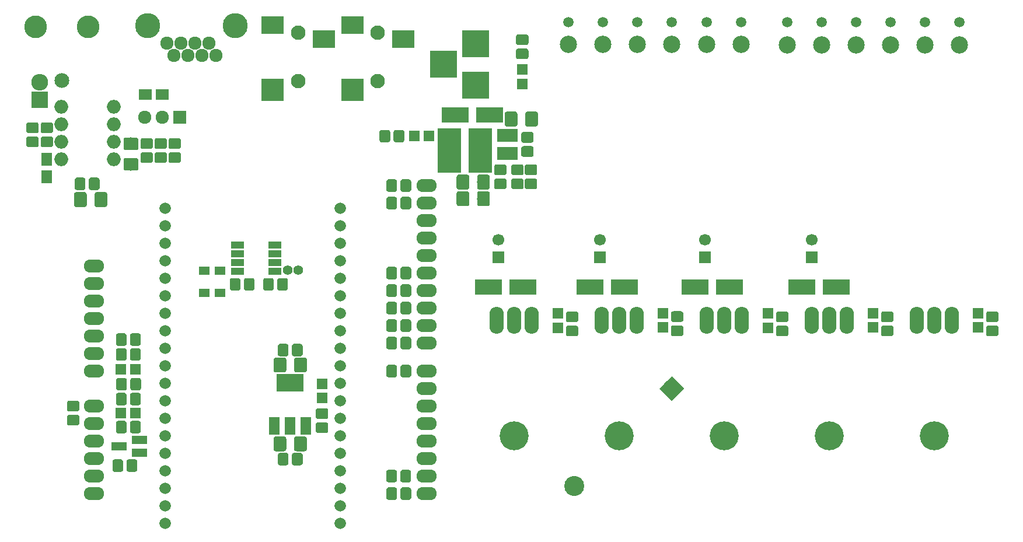
<source format=gbr>
G04 #@! TF.GenerationSoftware,KiCad,Pcbnew,5.0.0-fee4fd1~66~ubuntu16.04.1*
G04 #@! TF.CreationDate,2018-09-28T16:25:47-04:00*
G04 #@! TF.ProjectId,hydroponics_shield_rev4,687964726F706F6E6963735F73686965,rev?*
G04 #@! TF.SameCoordinates,Original*
G04 #@! TF.FileFunction,Soldermask,Top*
G04 #@! TF.FilePolarity,Negative*
%FSLAX46Y46*%
G04 Gerber Fmt 4.6, Leading zero omitted, Abs format (unit mm)*
G04 Created by KiCad (PCBNEW 5.0.0-fee4fd1~66~ubuntu16.04.1) date Fri Sep 28 16:25:47 2018*
%MOMM*%
%LPD*%
G01*
G04 APERTURE LIST*
%ADD10O,2.940000X1.924000*%
%ADD11C,3.651200*%
%ADD12C,1.924000*%
%ADD13C,2.150000*%
%ADD14C,3.300000*%
%ADD15R,1.598880X1.598880*%
%ADD16C,1.920000*%
%ADD17R,1.920000X1.920000*%
%ADD18R,1.900000X1.650000*%
%ADD19O,2.000000X2.000000*%
%ADD20R,3.900120X3.900120*%
%ADD21C,2.500000*%
%ADD22C,1.500000*%
%ADD23C,1.700000*%
%ADD24R,1.700000X1.700000*%
%ADD25O,2.099260X3.900120*%
%ADD26C,4.199840*%
%ADD27R,1.600000X2.600000*%
%ADD28R,3.900000X2.600000*%
%ADD29C,1.400760*%
%ADD30R,1.650000X1.900000*%
%ADD31R,2.200860X1.200100*%
%ADD32R,3.900120X2.200860*%
%ADD33R,2.432000X2.432000*%
%ADD34O,2.432000X2.432000*%
%ADD35R,1.620000X1.310000*%
%ADD36C,2.570000*%
%ADD37C,0.100000*%
%ADD38C,2.900000*%
%ADD39C,1.670000*%
%ADD40C,1.550000*%
%ADD41R,1.950000X1.000000*%
%ADD42R,1.050000X1.960000*%
%ADD43R,3.400000X6.400000*%
%ADD44R,3.900000X2.200000*%
%ADD45C,1.825000*%
%ADD46R,3.200000X3.200000*%
%ADD47R,3.200000X2.600000*%
%ADD48C,2.100000*%
G04 APERTURE END LIST*
D10*
G04 #@! TO.C,SHIELD1*
X31496000Y-119888000D03*
X31496000Y-117348000D03*
X31496000Y-114808000D03*
X31496000Y-107188000D03*
X31496000Y-109728000D03*
X31496000Y-112268000D03*
X31496000Y-102108000D03*
X31496000Y-99568000D03*
X31496000Y-97028000D03*
X31496000Y-91948000D03*
X31496000Y-89408000D03*
X79756000Y-119888000D03*
X79756000Y-117348000D03*
X79756000Y-114808000D03*
X79756000Y-112268000D03*
X79756000Y-109728000D03*
X79756000Y-107188000D03*
X79756000Y-104648000D03*
X79756000Y-102108000D03*
X79756000Y-98044000D03*
X79756000Y-95504000D03*
X79756000Y-92964000D03*
X79756000Y-90424000D03*
X79756000Y-87884000D03*
X79756000Y-85344000D03*
X79756000Y-82804000D03*
X79756000Y-80264000D03*
X31496000Y-94488000D03*
X79756000Y-77724000D03*
X79756000Y-75184000D03*
X31496000Y-86868000D03*
G04 #@! TD*
D11*
G04 #@! TO.C,J3*
X51943000Y-51943000D03*
X39243000Y-51943000D03*
D12*
X48133000Y-54483000D03*
X46101000Y-54483000D03*
X44069000Y-54483000D03*
X42037000Y-54483000D03*
X49149000Y-56261000D03*
X47117000Y-56261000D03*
X45085000Y-56261000D03*
X43053000Y-56261000D03*
G04 #@! TD*
D13*
G04 #@! TO.C,P9*
X26822400Y-59946200D03*
D14*
X30622400Y-52146200D03*
X23022400Y-52146200D03*
G04 #@! TD*
D15*
G04 #@! TO.C,D8*
X35399980Y-101854000D03*
X37498020Y-101854000D03*
G04 #@! TD*
G04 #@! TO.C,D14*
X37498020Y-108204000D03*
X35399980Y-108204000D03*
G04 #@! TD*
D16*
G04 #@! TO.C,REF1*
X41402000Y-65278000D03*
X38862000Y-65278000D03*
D17*
X43942000Y-65278000D03*
G04 #@! TD*
D18*
G04 #@! TO.C,C1*
X41382000Y-61976000D03*
X38882000Y-61976000D03*
G04 #@! TD*
D19*
G04 #@! TO.C,U1*
X34366200Y-71374000D03*
X34366200Y-68834000D03*
X34366200Y-66294000D03*
X34366200Y-63754000D03*
X26746200Y-63754000D03*
X26746200Y-66294000D03*
X26746200Y-68834000D03*
X26746200Y-71374000D03*
G04 #@! TD*
D20*
G04 #@! TO.C,CON1*
X86868000Y-60609480D03*
X86868000Y-54610000D03*
X82169000Y-57609740D03*
G04 #@! TD*
D21*
G04 #@! TO.C,J1*
X157033000Y-54737000D03*
X152033000Y-54737000D03*
D22*
X157033000Y-51437000D03*
X152033000Y-51437000D03*
D21*
X147033000Y-54737000D03*
X142033000Y-54737000D03*
X137033000Y-54737000D03*
X132033000Y-54737000D03*
D22*
X147033000Y-51437000D03*
X142033000Y-51437000D03*
X137033000Y-51437000D03*
X132033000Y-51437000D03*
G04 #@! TD*
D21*
G04 #@! TO.C,J2*
X125330000Y-54735000D03*
X120330000Y-54735000D03*
D22*
X125330000Y-51435000D03*
X120330000Y-51435000D03*
D21*
X115330000Y-54735000D03*
X110330000Y-54735000D03*
X105330000Y-54735000D03*
X100330000Y-54735000D03*
D22*
X115330000Y-51435000D03*
X110330000Y-51435000D03*
X105330000Y-51435000D03*
X100330000Y-51435000D03*
G04 #@! TD*
D23*
G04 #@! TO.C,C3*
X120142000Y-83058000D03*
D24*
X120142000Y-85558000D03*
G04 #@! TD*
D23*
G04 #@! TO.C,C4*
X104902000Y-83058000D03*
D24*
X104902000Y-85558000D03*
G04 #@! TD*
D23*
G04 #@! TO.C,C5*
X90170000Y-83058000D03*
D24*
X90170000Y-85558000D03*
G04 #@! TD*
D25*
G04 #@! TO.C,Q5*
X153416000Y-94742000D03*
X155956000Y-94742000D03*
X150876000Y-94742000D03*
D26*
X153416000Y-111506000D03*
G04 #@! TD*
D25*
G04 #@! TO.C,Q6*
X122936000Y-94742000D03*
X125476000Y-94742000D03*
X120396000Y-94742000D03*
D26*
X122936000Y-111506000D03*
G04 #@! TD*
D25*
G04 #@! TO.C,Q7*
X107696000Y-94742000D03*
X110236000Y-94742000D03*
X105156000Y-94742000D03*
D26*
X107696000Y-111506000D03*
G04 #@! TD*
D25*
G04 #@! TO.C,Q8*
X92456000Y-94742000D03*
X94996000Y-94742000D03*
X89916000Y-94742000D03*
D26*
X92456000Y-111506000D03*
G04 #@! TD*
D23*
G04 #@! TO.C,C6*
X135636000Y-83058000D03*
D24*
X135636000Y-85558000D03*
G04 #@! TD*
D25*
G04 #@! TO.C,Q9*
X138176000Y-94742000D03*
X140716000Y-94742000D03*
X135636000Y-94742000D03*
D26*
X138176000Y-111506000D03*
G04 #@! TD*
D15*
G04 #@! TO.C,D9*
X93608390Y-60412898D03*
X93608390Y-58314858D03*
G04 #@! TD*
G04 #@! TO.C,D11*
X80059798Y-68011810D03*
X77961758Y-68011810D03*
G04 #@! TD*
G04 #@! TO.C,D13*
X64557410Y-103937802D03*
X64557410Y-106035842D03*
G04 #@! TD*
G04 #@! TO.C,D17*
X159766000Y-95791020D03*
X159766000Y-93692980D03*
G04 #@! TD*
G04 #@! TO.C,D18*
X129286000Y-95824040D03*
X129286000Y-93726000D03*
G04 #@! TD*
G04 #@! TO.C,D19*
X114046000Y-95791020D03*
X114046000Y-93692980D03*
G04 #@! TD*
G04 #@! TO.C,D20*
X98806000Y-95824040D03*
X98806000Y-93726000D03*
G04 #@! TD*
G04 #@! TO.C,D21*
X144526000Y-95791020D03*
X144526000Y-93692980D03*
G04 #@! TD*
D27*
G04 #@! TO.C,U3*
X62244000Y-110034000D03*
X59944000Y-110034000D03*
X57644000Y-110034000D03*
D28*
X59944000Y-103834000D03*
G04 #@! TD*
D29*
G04 #@! TO.C,Y1*
X59588400Y-87477600D03*
X61087000Y-87477600D03*
G04 #@! TD*
D30*
G04 #@! TO.C,C2*
X24638000Y-71394000D03*
X24638000Y-73894000D03*
G04 #@! TD*
D31*
G04 #@! TO.C,Q1*
X38077140Y-113980000D03*
X38077140Y-112080000D03*
X35074860Y-113030000D03*
G04 #@! TD*
D32*
G04 #@! TO.C,D5*
X134193280Y-89916000D03*
X139192000Y-89916000D03*
G04 #@! TD*
G04 #@! TO.C,D2*
X118699280Y-89916000D03*
X123698000Y-89916000D03*
G04 #@! TD*
G04 #@! TO.C,D3*
X103459280Y-89916000D03*
X108458000Y-89916000D03*
G04 #@! TD*
G04 #@! TO.C,D4*
X88727280Y-89916000D03*
X93726000Y-89916000D03*
G04 #@! TD*
D33*
G04 #@! TO.C,JP1*
X23622000Y-62738000D03*
D34*
X23622000Y-60198000D03*
G04 #@! TD*
D35*
G04 #@! TO.C,D1*
X49784000Y-87519000D03*
X49784000Y-90789000D03*
G04 #@! TD*
G04 #@! TO.C,D6*
X47498000Y-87519000D03*
X47498000Y-90789000D03*
G04 #@! TD*
D36*
G04 #@! TO.C,BAT1*
X115316000Y-104648000D03*
D37*
G36*
X115316000Y-102830736D02*
X117133264Y-104648000D01*
X115316000Y-106465264D01*
X113498736Y-104648000D01*
X115316000Y-102830736D01*
X115316000Y-102830736D01*
G37*
D38*
X101173864Y-118790136D03*
G04 #@! TD*
D39*
G04 #@! TO.C,U5*
X67183000Y-124206000D03*
X67183000Y-121666000D03*
X67183000Y-119126000D03*
X67183000Y-116586000D03*
X67183000Y-114046000D03*
X67183000Y-111506000D03*
X67183000Y-108966000D03*
X67183000Y-106426000D03*
X67183000Y-103886000D03*
X67183000Y-101346000D03*
X67183000Y-98806000D03*
X67183000Y-96266000D03*
X67183000Y-93726000D03*
X67183000Y-91186000D03*
X67183000Y-88646000D03*
X67183000Y-86106000D03*
X67183000Y-81026000D03*
X67183000Y-83566000D03*
X67183000Y-78486000D03*
X41783000Y-103886000D03*
X41783000Y-98806000D03*
X41783000Y-106426000D03*
X41783000Y-93726000D03*
X41783000Y-101346000D03*
X41783000Y-96266000D03*
X41783000Y-88646000D03*
X41783000Y-81026000D03*
X41783000Y-91186000D03*
X41783000Y-86106000D03*
X41783000Y-78486000D03*
X41783000Y-83566000D03*
X41783000Y-116586000D03*
X41783000Y-114046000D03*
X41783000Y-119126000D03*
X41783000Y-121666000D03*
X41783000Y-124206000D03*
X41783000Y-108966000D03*
X41783000Y-111506000D03*
G04 #@! TD*
D37*
G04 #@! TO.C,R1*
G36*
X77188071Y-118989623D02*
X77220781Y-118994475D01*
X77252857Y-119002509D01*
X77283991Y-119013649D01*
X77313884Y-119027787D01*
X77342247Y-119044787D01*
X77368807Y-119064485D01*
X77393308Y-119086692D01*
X77415515Y-119111193D01*
X77435213Y-119137753D01*
X77452213Y-119166116D01*
X77466351Y-119196009D01*
X77477491Y-119227143D01*
X77485525Y-119259219D01*
X77490377Y-119291929D01*
X77492000Y-119324956D01*
X77492000Y-120451044D01*
X77490377Y-120484071D01*
X77485525Y-120516781D01*
X77477491Y-120548857D01*
X77466351Y-120579991D01*
X77452213Y-120609884D01*
X77435213Y-120638247D01*
X77415515Y-120664807D01*
X77393308Y-120689308D01*
X77368807Y-120711515D01*
X77342247Y-120731213D01*
X77313884Y-120748213D01*
X77283991Y-120762351D01*
X77252857Y-120773491D01*
X77220781Y-120781525D01*
X77188071Y-120786377D01*
X77155044Y-120788000D01*
X76278956Y-120788000D01*
X76245929Y-120786377D01*
X76213219Y-120781525D01*
X76181143Y-120773491D01*
X76150009Y-120762351D01*
X76120116Y-120748213D01*
X76091753Y-120731213D01*
X76065193Y-120711515D01*
X76040692Y-120689308D01*
X76018485Y-120664807D01*
X75998787Y-120638247D01*
X75981787Y-120609884D01*
X75967649Y-120579991D01*
X75956509Y-120548857D01*
X75948475Y-120516781D01*
X75943623Y-120484071D01*
X75942000Y-120451044D01*
X75942000Y-119324956D01*
X75943623Y-119291929D01*
X75948475Y-119259219D01*
X75956509Y-119227143D01*
X75967649Y-119196009D01*
X75981787Y-119166116D01*
X75998787Y-119137753D01*
X76018485Y-119111193D01*
X76040692Y-119086692D01*
X76065193Y-119064485D01*
X76091753Y-119044787D01*
X76120116Y-119027787D01*
X76150009Y-119013649D01*
X76181143Y-119002509D01*
X76213219Y-118994475D01*
X76245929Y-118989623D01*
X76278956Y-118988000D01*
X77155044Y-118988000D01*
X77188071Y-118989623D01*
X77188071Y-118989623D01*
G37*
D40*
X76717000Y-119888000D03*
D37*
G36*
X75138071Y-118989623D02*
X75170781Y-118994475D01*
X75202857Y-119002509D01*
X75233991Y-119013649D01*
X75263884Y-119027787D01*
X75292247Y-119044787D01*
X75318807Y-119064485D01*
X75343308Y-119086692D01*
X75365515Y-119111193D01*
X75385213Y-119137753D01*
X75402213Y-119166116D01*
X75416351Y-119196009D01*
X75427491Y-119227143D01*
X75435525Y-119259219D01*
X75440377Y-119291929D01*
X75442000Y-119324956D01*
X75442000Y-120451044D01*
X75440377Y-120484071D01*
X75435525Y-120516781D01*
X75427491Y-120548857D01*
X75416351Y-120579991D01*
X75402213Y-120609884D01*
X75385213Y-120638247D01*
X75365515Y-120664807D01*
X75343308Y-120689308D01*
X75318807Y-120711515D01*
X75292247Y-120731213D01*
X75263884Y-120748213D01*
X75233991Y-120762351D01*
X75202857Y-120773491D01*
X75170781Y-120781525D01*
X75138071Y-120786377D01*
X75105044Y-120788000D01*
X74228956Y-120788000D01*
X74195929Y-120786377D01*
X74163219Y-120781525D01*
X74131143Y-120773491D01*
X74100009Y-120762351D01*
X74070116Y-120748213D01*
X74041753Y-120731213D01*
X74015193Y-120711515D01*
X73990692Y-120689308D01*
X73968485Y-120664807D01*
X73948787Y-120638247D01*
X73931787Y-120609884D01*
X73917649Y-120579991D01*
X73906509Y-120548857D01*
X73898475Y-120516781D01*
X73893623Y-120484071D01*
X73892000Y-120451044D01*
X73892000Y-119324956D01*
X73893623Y-119291929D01*
X73898475Y-119259219D01*
X73906509Y-119227143D01*
X73917649Y-119196009D01*
X73931787Y-119166116D01*
X73948787Y-119137753D01*
X73968485Y-119111193D01*
X73990692Y-119086692D01*
X74015193Y-119064485D01*
X74041753Y-119044787D01*
X74070116Y-119027787D01*
X74100009Y-119013649D01*
X74131143Y-119002509D01*
X74163219Y-118994475D01*
X74195929Y-118989623D01*
X74228956Y-118988000D01*
X75105044Y-118988000D01*
X75138071Y-118989623D01*
X75138071Y-118989623D01*
G37*
D40*
X74667000Y-119888000D03*
G04 #@! TD*
D37*
G04 #@! TO.C,R2*
G36*
X75129071Y-116449623D02*
X75161781Y-116454475D01*
X75193857Y-116462509D01*
X75224991Y-116473649D01*
X75254884Y-116487787D01*
X75283247Y-116504787D01*
X75309807Y-116524485D01*
X75334308Y-116546692D01*
X75356515Y-116571193D01*
X75376213Y-116597753D01*
X75393213Y-116626116D01*
X75407351Y-116656009D01*
X75418491Y-116687143D01*
X75426525Y-116719219D01*
X75431377Y-116751929D01*
X75433000Y-116784956D01*
X75433000Y-117911044D01*
X75431377Y-117944071D01*
X75426525Y-117976781D01*
X75418491Y-118008857D01*
X75407351Y-118039991D01*
X75393213Y-118069884D01*
X75376213Y-118098247D01*
X75356515Y-118124807D01*
X75334308Y-118149308D01*
X75309807Y-118171515D01*
X75283247Y-118191213D01*
X75254884Y-118208213D01*
X75224991Y-118222351D01*
X75193857Y-118233491D01*
X75161781Y-118241525D01*
X75129071Y-118246377D01*
X75096044Y-118248000D01*
X74219956Y-118248000D01*
X74186929Y-118246377D01*
X74154219Y-118241525D01*
X74122143Y-118233491D01*
X74091009Y-118222351D01*
X74061116Y-118208213D01*
X74032753Y-118191213D01*
X74006193Y-118171515D01*
X73981692Y-118149308D01*
X73959485Y-118124807D01*
X73939787Y-118098247D01*
X73922787Y-118069884D01*
X73908649Y-118039991D01*
X73897509Y-118008857D01*
X73889475Y-117976781D01*
X73884623Y-117944071D01*
X73883000Y-117911044D01*
X73883000Y-116784956D01*
X73884623Y-116751929D01*
X73889475Y-116719219D01*
X73897509Y-116687143D01*
X73908649Y-116656009D01*
X73922787Y-116626116D01*
X73939787Y-116597753D01*
X73959485Y-116571193D01*
X73981692Y-116546692D01*
X74006193Y-116524485D01*
X74032753Y-116504787D01*
X74061116Y-116487787D01*
X74091009Y-116473649D01*
X74122143Y-116462509D01*
X74154219Y-116454475D01*
X74186929Y-116449623D01*
X74219956Y-116448000D01*
X75096044Y-116448000D01*
X75129071Y-116449623D01*
X75129071Y-116449623D01*
G37*
D40*
X74658000Y-117348000D03*
D37*
G36*
X77179071Y-116449623D02*
X77211781Y-116454475D01*
X77243857Y-116462509D01*
X77274991Y-116473649D01*
X77304884Y-116487787D01*
X77333247Y-116504787D01*
X77359807Y-116524485D01*
X77384308Y-116546692D01*
X77406515Y-116571193D01*
X77426213Y-116597753D01*
X77443213Y-116626116D01*
X77457351Y-116656009D01*
X77468491Y-116687143D01*
X77476525Y-116719219D01*
X77481377Y-116751929D01*
X77483000Y-116784956D01*
X77483000Y-117911044D01*
X77481377Y-117944071D01*
X77476525Y-117976781D01*
X77468491Y-118008857D01*
X77457351Y-118039991D01*
X77443213Y-118069884D01*
X77426213Y-118098247D01*
X77406515Y-118124807D01*
X77384308Y-118149308D01*
X77359807Y-118171515D01*
X77333247Y-118191213D01*
X77304884Y-118208213D01*
X77274991Y-118222351D01*
X77243857Y-118233491D01*
X77211781Y-118241525D01*
X77179071Y-118246377D01*
X77146044Y-118248000D01*
X76269956Y-118248000D01*
X76236929Y-118246377D01*
X76204219Y-118241525D01*
X76172143Y-118233491D01*
X76141009Y-118222351D01*
X76111116Y-118208213D01*
X76082753Y-118191213D01*
X76056193Y-118171515D01*
X76031692Y-118149308D01*
X76009485Y-118124807D01*
X75989787Y-118098247D01*
X75972787Y-118069884D01*
X75958649Y-118039991D01*
X75947509Y-118008857D01*
X75939475Y-117976781D01*
X75934623Y-117944071D01*
X75933000Y-117911044D01*
X75933000Y-116784956D01*
X75934623Y-116751929D01*
X75939475Y-116719219D01*
X75947509Y-116687143D01*
X75958649Y-116656009D01*
X75972787Y-116626116D01*
X75989787Y-116597753D01*
X76009485Y-116571193D01*
X76031692Y-116546692D01*
X76056193Y-116524485D01*
X76082753Y-116504787D01*
X76111116Y-116487787D01*
X76141009Y-116473649D01*
X76172143Y-116462509D01*
X76204219Y-116454475D01*
X76236929Y-116449623D01*
X76269956Y-116448000D01*
X77146044Y-116448000D01*
X77179071Y-116449623D01*
X77179071Y-116449623D01*
G37*
D40*
X76708000Y-117348000D03*
G04 #@! TD*
D41*
G04 #@! TO.C,U2*
X57716400Y-87604600D03*
X57716400Y-86334600D03*
X57716400Y-85064600D03*
X57716400Y-83794600D03*
X52316400Y-83794600D03*
X52316400Y-85064600D03*
X52316400Y-86334600D03*
X52316400Y-87604600D03*
G04 #@! TD*
D42*
G04 #@! TO.C,U4*
X90490000Y-70565000D03*
X91440000Y-70565000D03*
X92390000Y-70565000D03*
X92390000Y-67865000D03*
X90490000Y-67865000D03*
X91440000Y-67865000D03*
G04 #@! TD*
D43*
G04 #@! TO.C,L1*
X83058000Y-70104000D03*
X87558000Y-70104000D03*
G04 #@! TD*
D44*
G04 #@! TO.C,D7*
X88860000Y-64897000D03*
X83860000Y-64897000D03*
G04 #@! TD*
D37*
G04 #@! TO.C,C9*
G36*
X92608207Y-64458542D02*
X92639287Y-64463152D01*
X92669766Y-64470787D01*
X92699350Y-64481372D01*
X92727754Y-64494806D01*
X92754704Y-64510959D01*
X92779942Y-64529677D01*
X92803223Y-64550777D01*
X92824323Y-64574058D01*
X92843041Y-64599296D01*
X92859194Y-64626246D01*
X92872628Y-64654650D01*
X92883213Y-64684234D01*
X92890848Y-64714713D01*
X92895458Y-64745793D01*
X92897000Y-64777176D01*
X92897000Y-66286824D01*
X92895458Y-66318207D01*
X92890848Y-66349287D01*
X92883213Y-66379766D01*
X92872628Y-66409350D01*
X92859194Y-66437754D01*
X92843041Y-66464704D01*
X92824323Y-66489942D01*
X92803223Y-66513223D01*
X92779942Y-66534323D01*
X92754704Y-66553041D01*
X92727754Y-66569194D01*
X92699350Y-66582628D01*
X92669766Y-66593213D01*
X92639287Y-66600848D01*
X92608207Y-66605458D01*
X92576824Y-66607000D01*
X91392176Y-66607000D01*
X91360793Y-66605458D01*
X91329713Y-66600848D01*
X91299234Y-66593213D01*
X91269650Y-66582628D01*
X91241246Y-66569194D01*
X91214296Y-66553041D01*
X91189058Y-66534323D01*
X91165777Y-66513223D01*
X91144677Y-66489942D01*
X91125959Y-66464704D01*
X91109806Y-66437754D01*
X91096372Y-66409350D01*
X91085787Y-66379766D01*
X91078152Y-66349287D01*
X91073542Y-66318207D01*
X91072000Y-66286824D01*
X91072000Y-64777176D01*
X91073542Y-64745793D01*
X91078152Y-64714713D01*
X91085787Y-64684234D01*
X91096372Y-64654650D01*
X91109806Y-64626246D01*
X91125959Y-64599296D01*
X91144677Y-64574058D01*
X91165777Y-64550777D01*
X91189058Y-64529677D01*
X91214296Y-64510959D01*
X91241246Y-64494806D01*
X91269650Y-64481372D01*
X91299234Y-64470787D01*
X91329713Y-64463152D01*
X91360793Y-64458542D01*
X91392176Y-64457000D01*
X92576824Y-64457000D01*
X92608207Y-64458542D01*
X92608207Y-64458542D01*
G37*
D45*
X91984500Y-65532000D03*
D37*
G36*
X95583207Y-64458542D02*
X95614287Y-64463152D01*
X95644766Y-64470787D01*
X95674350Y-64481372D01*
X95702754Y-64494806D01*
X95729704Y-64510959D01*
X95754942Y-64529677D01*
X95778223Y-64550777D01*
X95799323Y-64574058D01*
X95818041Y-64599296D01*
X95834194Y-64626246D01*
X95847628Y-64654650D01*
X95858213Y-64684234D01*
X95865848Y-64714713D01*
X95870458Y-64745793D01*
X95872000Y-64777176D01*
X95872000Y-66286824D01*
X95870458Y-66318207D01*
X95865848Y-66349287D01*
X95858213Y-66379766D01*
X95847628Y-66409350D01*
X95834194Y-66437754D01*
X95818041Y-66464704D01*
X95799323Y-66489942D01*
X95778223Y-66513223D01*
X95754942Y-66534323D01*
X95729704Y-66553041D01*
X95702754Y-66569194D01*
X95674350Y-66582628D01*
X95644766Y-66593213D01*
X95614287Y-66600848D01*
X95583207Y-66605458D01*
X95551824Y-66607000D01*
X94367176Y-66607000D01*
X94335793Y-66605458D01*
X94304713Y-66600848D01*
X94274234Y-66593213D01*
X94244650Y-66582628D01*
X94216246Y-66569194D01*
X94189296Y-66553041D01*
X94164058Y-66534323D01*
X94140777Y-66513223D01*
X94119677Y-66489942D01*
X94100959Y-66464704D01*
X94084806Y-66437754D01*
X94071372Y-66409350D01*
X94060787Y-66379766D01*
X94053152Y-66349287D01*
X94048542Y-66318207D01*
X94047000Y-66286824D01*
X94047000Y-64777176D01*
X94048542Y-64745793D01*
X94053152Y-64714713D01*
X94060787Y-64684234D01*
X94071372Y-64654650D01*
X94084806Y-64626246D01*
X94100959Y-64599296D01*
X94119677Y-64574058D01*
X94140777Y-64550777D01*
X94164058Y-64529677D01*
X94189296Y-64510959D01*
X94216246Y-64494806D01*
X94244650Y-64481372D01*
X94274234Y-64470787D01*
X94304713Y-64463152D01*
X94335793Y-64458542D01*
X94367176Y-64457000D01*
X95551824Y-64457000D01*
X95583207Y-64458542D01*
X95583207Y-64458542D01*
G37*
D45*
X94959500Y-65532000D03*
G04 #@! TD*
D37*
G04 #@! TO.C,R3*
G36*
X94957071Y-69466623D02*
X94989781Y-69471475D01*
X95021857Y-69479509D01*
X95052991Y-69490649D01*
X95082884Y-69504787D01*
X95111247Y-69521787D01*
X95137807Y-69541485D01*
X95162308Y-69563692D01*
X95184515Y-69588193D01*
X95204213Y-69614753D01*
X95221213Y-69643116D01*
X95235351Y-69673009D01*
X95246491Y-69704143D01*
X95254525Y-69736219D01*
X95259377Y-69768929D01*
X95261000Y-69801956D01*
X95261000Y-70678044D01*
X95259377Y-70711071D01*
X95254525Y-70743781D01*
X95246491Y-70775857D01*
X95235351Y-70806991D01*
X95221213Y-70836884D01*
X95204213Y-70865247D01*
X95184515Y-70891807D01*
X95162308Y-70916308D01*
X95137807Y-70938515D01*
X95111247Y-70958213D01*
X95082884Y-70975213D01*
X95052991Y-70989351D01*
X95021857Y-71000491D01*
X94989781Y-71008525D01*
X94957071Y-71013377D01*
X94924044Y-71015000D01*
X93797956Y-71015000D01*
X93764929Y-71013377D01*
X93732219Y-71008525D01*
X93700143Y-71000491D01*
X93669009Y-70989351D01*
X93639116Y-70975213D01*
X93610753Y-70958213D01*
X93584193Y-70938515D01*
X93559692Y-70916308D01*
X93537485Y-70891807D01*
X93517787Y-70865247D01*
X93500787Y-70836884D01*
X93486649Y-70806991D01*
X93475509Y-70775857D01*
X93467475Y-70743781D01*
X93462623Y-70711071D01*
X93461000Y-70678044D01*
X93461000Y-69801956D01*
X93462623Y-69768929D01*
X93467475Y-69736219D01*
X93475509Y-69704143D01*
X93486649Y-69673009D01*
X93500787Y-69643116D01*
X93517787Y-69614753D01*
X93537485Y-69588193D01*
X93559692Y-69563692D01*
X93584193Y-69541485D01*
X93610753Y-69521787D01*
X93639116Y-69504787D01*
X93669009Y-69490649D01*
X93700143Y-69479509D01*
X93732219Y-69471475D01*
X93764929Y-69466623D01*
X93797956Y-69465000D01*
X94924044Y-69465000D01*
X94957071Y-69466623D01*
X94957071Y-69466623D01*
G37*
D40*
X94361000Y-70240000D03*
D37*
G36*
X94957071Y-67416623D02*
X94989781Y-67421475D01*
X95021857Y-67429509D01*
X95052991Y-67440649D01*
X95082884Y-67454787D01*
X95111247Y-67471787D01*
X95137807Y-67491485D01*
X95162308Y-67513692D01*
X95184515Y-67538193D01*
X95204213Y-67564753D01*
X95221213Y-67593116D01*
X95235351Y-67623009D01*
X95246491Y-67654143D01*
X95254525Y-67686219D01*
X95259377Y-67718929D01*
X95261000Y-67751956D01*
X95261000Y-68628044D01*
X95259377Y-68661071D01*
X95254525Y-68693781D01*
X95246491Y-68725857D01*
X95235351Y-68756991D01*
X95221213Y-68786884D01*
X95204213Y-68815247D01*
X95184515Y-68841807D01*
X95162308Y-68866308D01*
X95137807Y-68888515D01*
X95111247Y-68908213D01*
X95082884Y-68925213D01*
X95052991Y-68939351D01*
X95021857Y-68950491D01*
X94989781Y-68958525D01*
X94957071Y-68963377D01*
X94924044Y-68965000D01*
X93797956Y-68965000D01*
X93764929Y-68963377D01*
X93732219Y-68958525D01*
X93700143Y-68950491D01*
X93669009Y-68939351D01*
X93639116Y-68925213D01*
X93610753Y-68908213D01*
X93584193Y-68888515D01*
X93559692Y-68866308D01*
X93537485Y-68841807D01*
X93517787Y-68815247D01*
X93500787Y-68786884D01*
X93486649Y-68756991D01*
X93475509Y-68725857D01*
X93467475Y-68693781D01*
X93462623Y-68661071D01*
X93461000Y-68628044D01*
X93461000Y-67751956D01*
X93462623Y-67718929D01*
X93467475Y-67686219D01*
X93475509Y-67654143D01*
X93486649Y-67623009D01*
X93500787Y-67593116D01*
X93517787Y-67564753D01*
X93537485Y-67538193D01*
X93559692Y-67513692D01*
X93584193Y-67491485D01*
X93610753Y-67471787D01*
X93639116Y-67454787D01*
X93669009Y-67440649D01*
X93700143Y-67429509D01*
X93732219Y-67421475D01*
X93764929Y-67416623D01*
X93797956Y-67415000D01*
X94924044Y-67415000D01*
X94957071Y-67416623D01*
X94957071Y-67416623D01*
G37*
D40*
X94361000Y-68190000D03*
G04 #@! TD*
D37*
G04 #@! TO.C,R19*
G36*
X93509271Y-72115623D02*
X93541981Y-72120475D01*
X93574057Y-72128509D01*
X93605191Y-72139649D01*
X93635084Y-72153787D01*
X93663447Y-72170787D01*
X93690007Y-72190485D01*
X93714508Y-72212692D01*
X93736715Y-72237193D01*
X93756413Y-72263753D01*
X93773413Y-72292116D01*
X93787551Y-72322009D01*
X93798691Y-72353143D01*
X93806725Y-72385219D01*
X93811577Y-72417929D01*
X93813200Y-72450956D01*
X93813200Y-73327044D01*
X93811577Y-73360071D01*
X93806725Y-73392781D01*
X93798691Y-73424857D01*
X93787551Y-73455991D01*
X93773413Y-73485884D01*
X93756413Y-73514247D01*
X93736715Y-73540807D01*
X93714508Y-73565308D01*
X93690007Y-73587515D01*
X93663447Y-73607213D01*
X93635084Y-73624213D01*
X93605191Y-73638351D01*
X93574057Y-73649491D01*
X93541981Y-73657525D01*
X93509271Y-73662377D01*
X93476244Y-73664000D01*
X92350156Y-73664000D01*
X92317129Y-73662377D01*
X92284419Y-73657525D01*
X92252343Y-73649491D01*
X92221209Y-73638351D01*
X92191316Y-73624213D01*
X92162953Y-73607213D01*
X92136393Y-73587515D01*
X92111892Y-73565308D01*
X92089685Y-73540807D01*
X92069987Y-73514247D01*
X92052987Y-73485884D01*
X92038849Y-73455991D01*
X92027709Y-73424857D01*
X92019675Y-73392781D01*
X92014823Y-73360071D01*
X92013200Y-73327044D01*
X92013200Y-72450956D01*
X92014823Y-72417929D01*
X92019675Y-72385219D01*
X92027709Y-72353143D01*
X92038849Y-72322009D01*
X92052987Y-72292116D01*
X92069987Y-72263753D01*
X92089685Y-72237193D01*
X92111892Y-72212692D01*
X92136393Y-72190485D01*
X92162953Y-72170787D01*
X92191316Y-72153787D01*
X92221209Y-72139649D01*
X92252343Y-72128509D01*
X92284419Y-72120475D01*
X92317129Y-72115623D01*
X92350156Y-72114000D01*
X93476244Y-72114000D01*
X93509271Y-72115623D01*
X93509271Y-72115623D01*
G37*
D40*
X92913200Y-72889000D03*
D37*
G36*
X93509271Y-74165623D02*
X93541981Y-74170475D01*
X93574057Y-74178509D01*
X93605191Y-74189649D01*
X93635084Y-74203787D01*
X93663447Y-74220787D01*
X93690007Y-74240485D01*
X93714508Y-74262692D01*
X93736715Y-74287193D01*
X93756413Y-74313753D01*
X93773413Y-74342116D01*
X93787551Y-74372009D01*
X93798691Y-74403143D01*
X93806725Y-74435219D01*
X93811577Y-74467929D01*
X93813200Y-74500956D01*
X93813200Y-75377044D01*
X93811577Y-75410071D01*
X93806725Y-75442781D01*
X93798691Y-75474857D01*
X93787551Y-75505991D01*
X93773413Y-75535884D01*
X93756413Y-75564247D01*
X93736715Y-75590807D01*
X93714508Y-75615308D01*
X93690007Y-75637515D01*
X93663447Y-75657213D01*
X93635084Y-75674213D01*
X93605191Y-75688351D01*
X93574057Y-75699491D01*
X93541981Y-75707525D01*
X93509271Y-75712377D01*
X93476244Y-75714000D01*
X92350156Y-75714000D01*
X92317129Y-75712377D01*
X92284419Y-75707525D01*
X92252343Y-75699491D01*
X92221209Y-75688351D01*
X92191316Y-75674213D01*
X92162953Y-75657213D01*
X92136393Y-75637515D01*
X92111892Y-75615308D01*
X92089685Y-75590807D01*
X92069987Y-75564247D01*
X92052987Y-75535884D01*
X92038849Y-75505991D01*
X92027709Y-75474857D01*
X92019675Y-75442781D01*
X92014823Y-75410071D01*
X92013200Y-75377044D01*
X92013200Y-74500956D01*
X92014823Y-74467929D01*
X92019675Y-74435219D01*
X92027709Y-74403143D01*
X92038849Y-74372009D01*
X92052987Y-74342116D01*
X92069987Y-74313753D01*
X92089685Y-74287193D01*
X92111892Y-74262692D01*
X92136393Y-74240485D01*
X92162953Y-74220787D01*
X92191316Y-74203787D01*
X92221209Y-74189649D01*
X92252343Y-74178509D01*
X92284419Y-74170475D01*
X92317129Y-74165623D01*
X92350156Y-74164000D01*
X93476244Y-74164000D01*
X93509271Y-74165623D01*
X93509271Y-74165623D01*
G37*
D40*
X92913200Y-74939000D03*
G04 #@! TD*
D37*
G04 #@! TO.C,C7*
G36*
X59306471Y-88611223D02*
X59339181Y-88616075D01*
X59371257Y-88624109D01*
X59402391Y-88635249D01*
X59432284Y-88649387D01*
X59460647Y-88666387D01*
X59487207Y-88686085D01*
X59511708Y-88708292D01*
X59533915Y-88732793D01*
X59553613Y-88759353D01*
X59570613Y-88787716D01*
X59584751Y-88817609D01*
X59595891Y-88848743D01*
X59603925Y-88880819D01*
X59608777Y-88913529D01*
X59610400Y-88946556D01*
X59610400Y-90072644D01*
X59608777Y-90105671D01*
X59603925Y-90138381D01*
X59595891Y-90170457D01*
X59584751Y-90201591D01*
X59570613Y-90231484D01*
X59553613Y-90259847D01*
X59533915Y-90286407D01*
X59511708Y-90310908D01*
X59487207Y-90333115D01*
X59460647Y-90352813D01*
X59432284Y-90369813D01*
X59402391Y-90383951D01*
X59371257Y-90395091D01*
X59339181Y-90403125D01*
X59306471Y-90407977D01*
X59273444Y-90409600D01*
X58397356Y-90409600D01*
X58364329Y-90407977D01*
X58331619Y-90403125D01*
X58299543Y-90395091D01*
X58268409Y-90383951D01*
X58238516Y-90369813D01*
X58210153Y-90352813D01*
X58183593Y-90333115D01*
X58159092Y-90310908D01*
X58136885Y-90286407D01*
X58117187Y-90259847D01*
X58100187Y-90231484D01*
X58086049Y-90201591D01*
X58074909Y-90170457D01*
X58066875Y-90138381D01*
X58062023Y-90105671D01*
X58060400Y-90072644D01*
X58060400Y-88946556D01*
X58062023Y-88913529D01*
X58066875Y-88880819D01*
X58074909Y-88848743D01*
X58086049Y-88817609D01*
X58100187Y-88787716D01*
X58117187Y-88759353D01*
X58136885Y-88732793D01*
X58159092Y-88708292D01*
X58183593Y-88686085D01*
X58210153Y-88666387D01*
X58238516Y-88649387D01*
X58268409Y-88635249D01*
X58299543Y-88624109D01*
X58331619Y-88616075D01*
X58364329Y-88611223D01*
X58397356Y-88609600D01*
X59273444Y-88609600D01*
X59306471Y-88611223D01*
X59306471Y-88611223D01*
G37*
D40*
X58835400Y-89509600D03*
D37*
G36*
X57256471Y-88611223D02*
X57289181Y-88616075D01*
X57321257Y-88624109D01*
X57352391Y-88635249D01*
X57382284Y-88649387D01*
X57410647Y-88666387D01*
X57437207Y-88686085D01*
X57461708Y-88708292D01*
X57483915Y-88732793D01*
X57503613Y-88759353D01*
X57520613Y-88787716D01*
X57534751Y-88817609D01*
X57545891Y-88848743D01*
X57553925Y-88880819D01*
X57558777Y-88913529D01*
X57560400Y-88946556D01*
X57560400Y-90072644D01*
X57558777Y-90105671D01*
X57553925Y-90138381D01*
X57545891Y-90170457D01*
X57534751Y-90201591D01*
X57520613Y-90231484D01*
X57503613Y-90259847D01*
X57483915Y-90286407D01*
X57461708Y-90310908D01*
X57437207Y-90333115D01*
X57410647Y-90352813D01*
X57382284Y-90369813D01*
X57352391Y-90383951D01*
X57321257Y-90395091D01*
X57289181Y-90403125D01*
X57256471Y-90407977D01*
X57223444Y-90409600D01*
X56347356Y-90409600D01*
X56314329Y-90407977D01*
X56281619Y-90403125D01*
X56249543Y-90395091D01*
X56218409Y-90383951D01*
X56188516Y-90369813D01*
X56160153Y-90352813D01*
X56133593Y-90333115D01*
X56109092Y-90310908D01*
X56086885Y-90286407D01*
X56067187Y-90259847D01*
X56050187Y-90231484D01*
X56036049Y-90201591D01*
X56024909Y-90170457D01*
X56016875Y-90138381D01*
X56012023Y-90105671D01*
X56010400Y-90072644D01*
X56010400Y-88946556D01*
X56012023Y-88913529D01*
X56016875Y-88880819D01*
X56024909Y-88848743D01*
X56036049Y-88817609D01*
X56050187Y-88787716D01*
X56067187Y-88759353D01*
X56086885Y-88732793D01*
X56109092Y-88708292D01*
X56133593Y-88686085D01*
X56160153Y-88666387D01*
X56188516Y-88649387D01*
X56218409Y-88635249D01*
X56249543Y-88624109D01*
X56281619Y-88616075D01*
X56314329Y-88611223D01*
X56347356Y-88609600D01*
X57223444Y-88609600D01*
X57256471Y-88611223D01*
X57256471Y-88611223D01*
G37*
D40*
X56785400Y-89509600D03*
G04 #@! TD*
D37*
G04 #@! TO.C,C8*
G36*
X54460471Y-88611223D02*
X54493181Y-88616075D01*
X54525257Y-88624109D01*
X54556391Y-88635249D01*
X54586284Y-88649387D01*
X54614647Y-88666387D01*
X54641207Y-88686085D01*
X54665708Y-88708292D01*
X54687915Y-88732793D01*
X54707613Y-88759353D01*
X54724613Y-88787716D01*
X54738751Y-88817609D01*
X54749891Y-88848743D01*
X54757925Y-88880819D01*
X54762777Y-88913529D01*
X54764400Y-88946556D01*
X54764400Y-90072644D01*
X54762777Y-90105671D01*
X54757925Y-90138381D01*
X54749891Y-90170457D01*
X54738751Y-90201591D01*
X54724613Y-90231484D01*
X54707613Y-90259847D01*
X54687915Y-90286407D01*
X54665708Y-90310908D01*
X54641207Y-90333115D01*
X54614647Y-90352813D01*
X54586284Y-90369813D01*
X54556391Y-90383951D01*
X54525257Y-90395091D01*
X54493181Y-90403125D01*
X54460471Y-90407977D01*
X54427444Y-90409600D01*
X53551356Y-90409600D01*
X53518329Y-90407977D01*
X53485619Y-90403125D01*
X53453543Y-90395091D01*
X53422409Y-90383951D01*
X53392516Y-90369813D01*
X53364153Y-90352813D01*
X53337593Y-90333115D01*
X53313092Y-90310908D01*
X53290885Y-90286407D01*
X53271187Y-90259847D01*
X53254187Y-90231484D01*
X53240049Y-90201591D01*
X53228909Y-90170457D01*
X53220875Y-90138381D01*
X53216023Y-90105671D01*
X53214400Y-90072644D01*
X53214400Y-88946556D01*
X53216023Y-88913529D01*
X53220875Y-88880819D01*
X53228909Y-88848743D01*
X53240049Y-88817609D01*
X53254187Y-88787716D01*
X53271187Y-88759353D01*
X53290885Y-88732793D01*
X53313092Y-88708292D01*
X53337593Y-88686085D01*
X53364153Y-88666387D01*
X53392516Y-88649387D01*
X53422409Y-88635249D01*
X53453543Y-88624109D01*
X53485619Y-88616075D01*
X53518329Y-88611223D01*
X53551356Y-88609600D01*
X54427444Y-88609600D01*
X54460471Y-88611223D01*
X54460471Y-88611223D01*
G37*
D40*
X53989400Y-89509600D03*
D37*
G36*
X52410471Y-88611223D02*
X52443181Y-88616075D01*
X52475257Y-88624109D01*
X52506391Y-88635249D01*
X52536284Y-88649387D01*
X52564647Y-88666387D01*
X52591207Y-88686085D01*
X52615708Y-88708292D01*
X52637915Y-88732793D01*
X52657613Y-88759353D01*
X52674613Y-88787716D01*
X52688751Y-88817609D01*
X52699891Y-88848743D01*
X52707925Y-88880819D01*
X52712777Y-88913529D01*
X52714400Y-88946556D01*
X52714400Y-90072644D01*
X52712777Y-90105671D01*
X52707925Y-90138381D01*
X52699891Y-90170457D01*
X52688751Y-90201591D01*
X52674613Y-90231484D01*
X52657613Y-90259847D01*
X52637915Y-90286407D01*
X52615708Y-90310908D01*
X52591207Y-90333115D01*
X52564647Y-90352813D01*
X52536284Y-90369813D01*
X52506391Y-90383951D01*
X52475257Y-90395091D01*
X52443181Y-90403125D01*
X52410471Y-90407977D01*
X52377444Y-90409600D01*
X51501356Y-90409600D01*
X51468329Y-90407977D01*
X51435619Y-90403125D01*
X51403543Y-90395091D01*
X51372409Y-90383951D01*
X51342516Y-90369813D01*
X51314153Y-90352813D01*
X51287593Y-90333115D01*
X51263092Y-90310908D01*
X51240885Y-90286407D01*
X51221187Y-90259847D01*
X51204187Y-90231484D01*
X51190049Y-90201591D01*
X51178909Y-90170457D01*
X51170875Y-90138381D01*
X51166023Y-90105671D01*
X51164400Y-90072644D01*
X51164400Y-88946556D01*
X51166023Y-88913529D01*
X51170875Y-88880819D01*
X51178909Y-88848743D01*
X51190049Y-88817609D01*
X51204187Y-88787716D01*
X51221187Y-88759353D01*
X51240885Y-88732793D01*
X51263092Y-88708292D01*
X51287593Y-88686085D01*
X51314153Y-88666387D01*
X51342516Y-88649387D01*
X51372409Y-88635249D01*
X51403543Y-88624109D01*
X51435619Y-88616075D01*
X51468329Y-88611223D01*
X51501356Y-88609600D01*
X52377444Y-88609600D01*
X52410471Y-88611223D01*
X52410471Y-88611223D01*
G37*
D40*
X51939400Y-89509600D03*
G04 #@! TD*
D37*
G04 #@! TO.C,C10*
G36*
X62055207Y-111600942D02*
X62086287Y-111605552D01*
X62116766Y-111613187D01*
X62146350Y-111623772D01*
X62174754Y-111637206D01*
X62201704Y-111653359D01*
X62226942Y-111672077D01*
X62250223Y-111693177D01*
X62271323Y-111716458D01*
X62290041Y-111741696D01*
X62306194Y-111768646D01*
X62319628Y-111797050D01*
X62330213Y-111826634D01*
X62337848Y-111857113D01*
X62342458Y-111888193D01*
X62344000Y-111919576D01*
X62344000Y-113429224D01*
X62342458Y-113460607D01*
X62337848Y-113491687D01*
X62330213Y-113522166D01*
X62319628Y-113551750D01*
X62306194Y-113580154D01*
X62290041Y-113607104D01*
X62271323Y-113632342D01*
X62250223Y-113655623D01*
X62226942Y-113676723D01*
X62201704Y-113695441D01*
X62174754Y-113711594D01*
X62146350Y-113725028D01*
X62116766Y-113735613D01*
X62086287Y-113743248D01*
X62055207Y-113747858D01*
X62023824Y-113749400D01*
X60839176Y-113749400D01*
X60807793Y-113747858D01*
X60776713Y-113743248D01*
X60746234Y-113735613D01*
X60716650Y-113725028D01*
X60688246Y-113711594D01*
X60661296Y-113695441D01*
X60636058Y-113676723D01*
X60612777Y-113655623D01*
X60591677Y-113632342D01*
X60572959Y-113607104D01*
X60556806Y-113580154D01*
X60543372Y-113551750D01*
X60532787Y-113522166D01*
X60525152Y-113491687D01*
X60520542Y-113460607D01*
X60519000Y-113429224D01*
X60519000Y-111919576D01*
X60520542Y-111888193D01*
X60525152Y-111857113D01*
X60532787Y-111826634D01*
X60543372Y-111797050D01*
X60556806Y-111768646D01*
X60572959Y-111741696D01*
X60591677Y-111716458D01*
X60612777Y-111693177D01*
X60636058Y-111672077D01*
X60661296Y-111653359D01*
X60688246Y-111637206D01*
X60716650Y-111623772D01*
X60746234Y-111613187D01*
X60776713Y-111605552D01*
X60807793Y-111600942D01*
X60839176Y-111599400D01*
X62023824Y-111599400D01*
X62055207Y-111600942D01*
X62055207Y-111600942D01*
G37*
D45*
X61431500Y-112674400D03*
D37*
G36*
X59080207Y-111600942D02*
X59111287Y-111605552D01*
X59141766Y-111613187D01*
X59171350Y-111623772D01*
X59199754Y-111637206D01*
X59226704Y-111653359D01*
X59251942Y-111672077D01*
X59275223Y-111693177D01*
X59296323Y-111716458D01*
X59315041Y-111741696D01*
X59331194Y-111768646D01*
X59344628Y-111797050D01*
X59355213Y-111826634D01*
X59362848Y-111857113D01*
X59367458Y-111888193D01*
X59369000Y-111919576D01*
X59369000Y-113429224D01*
X59367458Y-113460607D01*
X59362848Y-113491687D01*
X59355213Y-113522166D01*
X59344628Y-113551750D01*
X59331194Y-113580154D01*
X59315041Y-113607104D01*
X59296323Y-113632342D01*
X59275223Y-113655623D01*
X59251942Y-113676723D01*
X59226704Y-113695441D01*
X59199754Y-113711594D01*
X59171350Y-113725028D01*
X59141766Y-113735613D01*
X59111287Y-113743248D01*
X59080207Y-113747858D01*
X59048824Y-113749400D01*
X57864176Y-113749400D01*
X57832793Y-113747858D01*
X57801713Y-113743248D01*
X57771234Y-113735613D01*
X57741650Y-113725028D01*
X57713246Y-113711594D01*
X57686296Y-113695441D01*
X57661058Y-113676723D01*
X57637777Y-113655623D01*
X57616677Y-113632342D01*
X57597959Y-113607104D01*
X57581806Y-113580154D01*
X57568372Y-113551750D01*
X57557787Y-113522166D01*
X57550152Y-113491687D01*
X57545542Y-113460607D01*
X57544000Y-113429224D01*
X57544000Y-111919576D01*
X57545542Y-111888193D01*
X57550152Y-111857113D01*
X57557787Y-111826634D01*
X57568372Y-111797050D01*
X57581806Y-111768646D01*
X57597959Y-111741696D01*
X57616677Y-111716458D01*
X57637777Y-111693177D01*
X57661058Y-111672077D01*
X57686296Y-111653359D01*
X57713246Y-111637206D01*
X57741650Y-111623772D01*
X57771234Y-111613187D01*
X57801713Y-111605552D01*
X57832793Y-111600942D01*
X57864176Y-111599400D01*
X59048824Y-111599400D01*
X59080207Y-111600942D01*
X59080207Y-111600942D01*
G37*
D45*
X58456500Y-112674400D03*
G04 #@! TD*
D37*
G04 #@! TO.C,C11*
G36*
X61440071Y-113985823D02*
X61472781Y-113990675D01*
X61504857Y-113998709D01*
X61535991Y-114009849D01*
X61565884Y-114023987D01*
X61594247Y-114040987D01*
X61620807Y-114060685D01*
X61645308Y-114082892D01*
X61667515Y-114107393D01*
X61687213Y-114133953D01*
X61704213Y-114162316D01*
X61718351Y-114192209D01*
X61729491Y-114223343D01*
X61737525Y-114255419D01*
X61742377Y-114288129D01*
X61744000Y-114321156D01*
X61744000Y-115447244D01*
X61742377Y-115480271D01*
X61737525Y-115512981D01*
X61729491Y-115545057D01*
X61718351Y-115576191D01*
X61704213Y-115606084D01*
X61687213Y-115634447D01*
X61667515Y-115661007D01*
X61645308Y-115685508D01*
X61620807Y-115707715D01*
X61594247Y-115727413D01*
X61565884Y-115744413D01*
X61535991Y-115758551D01*
X61504857Y-115769691D01*
X61472781Y-115777725D01*
X61440071Y-115782577D01*
X61407044Y-115784200D01*
X60530956Y-115784200D01*
X60497929Y-115782577D01*
X60465219Y-115777725D01*
X60433143Y-115769691D01*
X60402009Y-115758551D01*
X60372116Y-115744413D01*
X60343753Y-115727413D01*
X60317193Y-115707715D01*
X60292692Y-115685508D01*
X60270485Y-115661007D01*
X60250787Y-115634447D01*
X60233787Y-115606084D01*
X60219649Y-115576191D01*
X60208509Y-115545057D01*
X60200475Y-115512981D01*
X60195623Y-115480271D01*
X60194000Y-115447244D01*
X60194000Y-114321156D01*
X60195623Y-114288129D01*
X60200475Y-114255419D01*
X60208509Y-114223343D01*
X60219649Y-114192209D01*
X60233787Y-114162316D01*
X60250787Y-114133953D01*
X60270485Y-114107393D01*
X60292692Y-114082892D01*
X60317193Y-114060685D01*
X60343753Y-114040987D01*
X60372116Y-114023987D01*
X60402009Y-114009849D01*
X60433143Y-113998709D01*
X60465219Y-113990675D01*
X60497929Y-113985823D01*
X60530956Y-113984200D01*
X61407044Y-113984200D01*
X61440071Y-113985823D01*
X61440071Y-113985823D01*
G37*
D40*
X60969000Y-114884200D03*
D37*
G36*
X59390071Y-113985823D02*
X59422781Y-113990675D01*
X59454857Y-113998709D01*
X59485991Y-114009849D01*
X59515884Y-114023987D01*
X59544247Y-114040987D01*
X59570807Y-114060685D01*
X59595308Y-114082892D01*
X59617515Y-114107393D01*
X59637213Y-114133953D01*
X59654213Y-114162316D01*
X59668351Y-114192209D01*
X59679491Y-114223343D01*
X59687525Y-114255419D01*
X59692377Y-114288129D01*
X59694000Y-114321156D01*
X59694000Y-115447244D01*
X59692377Y-115480271D01*
X59687525Y-115512981D01*
X59679491Y-115545057D01*
X59668351Y-115576191D01*
X59654213Y-115606084D01*
X59637213Y-115634447D01*
X59617515Y-115661007D01*
X59595308Y-115685508D01*
X59570807Y-115707715D01*
X59544247Y-115727413D01*
X59515884Y-115744413D01*
X59485991Y-115758551D01*
X59454857Y-115769691D01*
X59422781Y-115777725D01*
X59390071Y-115782577D01*
X59357044Y-115784200D01*
X58480956Y-115784200D01*
X58447929Y-115782577D01*
X58415219Y-115777725D01*
X58383143Y-115769691D01*
X58352009Y-115758551D01*
X58322116Y-115744413D01*
X58293753Y-115727413D01*
X58267193Y-115707715D01*
X58242692Y-115685508D01*
X58220485Y-115661007D01*
X58200787Y-115634447D01*
X58183787Y-115606084D01*
X58169649Y-115576191D01*
X58158509Y-115545057D01*
X58150475Y-115512981D01*
X58145623Y-115480271D01*
X58144000Y-115447244D01*
X58144000Y-114321156D01*
X58145623Y-114288129D01*
X58150475Y-114255419D01*
X58158509Y-114223343D01*
X58169649Y-114192209D01*
X58183787Y-114162316D01*
X58200787Y-114133953D01*
X58220485Y-114107393D01*
X58242692Y-114082892D01*
X58267193Y-114060685D01*
X58293753Y-114040987D01*
X58322116Y-114023987D01*
X58352009Y-114009849D01*
X58383143Y-113998709D01*
X58415219Y-113990675D01*
X58447929Y-113985823D01*
X58480956Y-113984200D01*
X59357044Y-113984200D01*
X59390071Y-113985823D01*
X59390071Y-113985823D01*
G37*
D40*
X58919000Y-114884200D03*
G04 #@! TD*
D37*
G04 #@! TO.C,C12*
G36*
X59390071Y-98161623D02*
X59422781Y-98166475D01*
X59454857Y-98174509D01*
X59485991Y-98185649D01*
X59515884Y-98199787D01*
X59544247Y-98216787D01*
X59570807Y-98236485D01*
X59595308Y-98258692D01*
X59617515Y-98283193D01*
X59637213Y-98309753D01*
X59654213Y-98338116D01*
X59668351Y-98368009D01*
X59679491Y-98399143D01*
X59687525Y-98431219D01*
X59692377Y-98463929D01*
X59694000Y-98496956D01*
X59694000Y-99623044D01*
X59692377Y-99656071D01*
X59687525Y-99688781D01*
X59679491Y-99720857D01*
X59668351Y-99751991D01*
X59654213Y-99781884D01*
X59637213Y-99810247D01*
X59617515Y-99836807D01*
X59595308Y-99861308D01*
X59570807Y-99883515D01*
X59544247Y-99903213D01*
X59515884Y-99920213D01*
X59485991Y-99934351D01*
X59454857Y-99945491D01*
X59422781Y-99953525D01*
X59390071Y-99958377D01*
X59357044Y-99960000D01*
X58480956Y-99960000D01*
X58447929Y-99958377D01*
X58415219Y-99953525D01*
X58383143Y-99945491D01*
X58352009Y-99934351D01*
X58322116Y-99920213D01*
X58293753Y-99903213D01*
X58267193Y-99883515D01*
X58242692Y-99861308D01*
X58220485Y-99836807D01*
X58200787Y-99810247D01*
X58183787Y-99781884D01*
X58169649Y-99751991D01*
X58158509Y-99720857D01*
X58150475Y-99688781D01*
X58145623Y-99656071D01*
X58144000Y-99623044D01*
X58144000Y-98496956D01*
X58145623Y-98463929D01*
X58150475Y-98431219D01*
X58158509Y-98399143D01*
X58169649Y-98368009D01*
X58183787Y-98338116D01*
X58200787Y-98309753D01*
X58220485Y-98283193D01*
X58242692Y-98258692D01*
X58267193Y-98236485D01*
X58293753Y-98216787D01*
X58322116Y-98199787D01*
X58352009Y-98185649D01*
X58383143Y-98174509D01*
X58415219Y-98166475D01*
X58447929Y-98161623D01*
X58480956Y-98160000D01*
X59357044Y-98160000D01*
X59390071Y-98161623D01*
X59390071Y-98161623D01*
G37*
D40*
X58919000Y-99060000D03*
D37*
G36*
X61440071Y-98161623D02*
X61472781Y-98166475D01*
X61504857Y-98174509D01*
X61535991Y-98185649D01*
X61565884Y-98199787D01*
X61594247Y-98216787D01*
X61620807Y-98236485D01*
X61645308Y-98258692D01*
X61667515Y-98283193D01*
X61687213Y-98309753D01*
X61704213Y-98338116D01*
X61718351Y-98368009D01*
X61729491Y-98399143D01*
X61737525Y-98431219D01*
X61742377Y-98463929D01*
X61744000Y-98496956D01*
X61744000Y-99623044D01*
X61742377Y-99656071D01*
X61737525Y-99688781D01*
X61729491Y-99720857D01*
X61718351Y-99751991D01*
X61704213Y-99781884D01*
X61687213Y-99810247D01*
X61667515Y-99836807D01*
X61645308Y-99861308D01*
X61620807Y-99883515D01*
X61594247Y-99903213D01*
X61565884Y-99920213D01*
X61535991Y-99934351D01*
X61504857Y-99945491D01*
X61472781Y-99953525D01*
X61440071Y-99958377D01*
X61407044Y-99960000D01*
X60530956Y-99960000D01*
X60497929Y-99958377D01*
X60465219Y-99953525D01*
X60433143Y-99945491D01*
X60402009Y-99934351D01*
X60372116Y-99920213D01*
X60343753Y-99903213D01*
X60317193Y-99883515D01*
X60292692Y-99861308D01*
X60270485Y-99836807D01*
X60250787Y-99810247D01*
X60233787Y-99781884D01*
X60219649Y-99751991D01*
X60208509Y-99720857D01*
X60200475Y-99688781D01*
X60195623Y-99656071D01*
X60194000Y-99623044D01*
X60194000Y-98496956D01*
X60195623Y-98463929D01*
X60200475Y-98431219D01*
X60208509Y-98399143D01*
X60219649Y-98368009D01*
X60233787Y-98338116D01*
X60250787Y-98309753D01*
X60270485Y-98283193D01*
X60292692Y-98258692D01*
X60317193Y-98236485D01*
X60343753Y-98216787D01*
X60372116Y-98199787D01*
X60402009Y-98185649D01*
X60433143Y-98174509D01*
X60465219Y-98166475D01*
X60497929Y-98161623D01*
X60530956Y-98160000D01*
X61407044Y-98160000D01*
X61440071Y-98161623D01*
X61440071Y-98161623D01*
G37*
D40*
X60969000Y-99060000D03*
G04 #@! TD*
D37*
G04 #@! TO.C,C13*
G36*
X91020071Y-74165623D02*
X91052781Y-74170475D01*
X91084857Y-74178509D01*
X91115991Y-74189649D01*
X91145884Y-74203787D01*
X91174247Y-74220787D01*
X91200807Y-74240485D01*
X91225308Y-74262692D01*
X91247515Y-74287193D01*
X91267213Y-74313753D01*
X91284213Y-74342116D01*
X91298351Y-74372009D01*
X91309491Y-74403143D01*
X91317525Y-74435219D01*
X91322377Y-74467929D01*
X91324000Y-74500956D01*
X91324000Y-75377044D01*
X91322377Y-75410071D01*
X91317525Y-75442781D01*
X91309491Y-75474857D01*
X91298351Y-75505991D01*
X91284213Y-75535884D01*
X91267213Y-75564247D01*
X91247515Y-75590807D01*
X91225308Y-75615308D01*
X91200807Y-75637515D01*
X91174247Y-75657213D01*
X91145884Y-75674213D01*
X91115991Y-75688351D01*
X91084857Y-75699491D01*
X91052781Y-75707525D01*
X91020071Y-75712377D01*
X90987044Y-75714000D01*
X89860956Y-75714000D01*
X89827929Y-75712377D01*
X89795219Y-75707525D01*
X89763143Y-75699491D01*
X89732009Y-75688351D01*
X89702116Y-75674213D01*
X89673753Y-75657213D01*
X89647193Y-75637515D01*
X89622692Y-75615308D01*
X89600485Y-75590807D01*
X89580787Y-75564247D01*
X89563787Y-75535884D01*
X89549649Y-75505991D01*
X89538509Y-75474857D01*
X89530475Y-75442781D01*
X89525623Y-75410071D01*
X89524000Y-75377044D01*
X89524000Y-74500956D01*
X89525623Y-74467929D01*
X89530475Y-74435219D01*
X89538509Y-74403143D01*
X89549649Y-74372009D01*
X89563787Y-74342116D01*
X89580787Y-74313753D01*
X89600485Y-74287193D01*
X89622692Y-74262692D01*
X89647193Y-74240485D01*
X89673753Y-74220787D01*
X89702116Y-74203787D01*
X89732009Y-74189649D01*
X89763143Y-74178509D01*
X89795219Y-74170475D01*
X89827929Y-74165623D01*
X89860956Y-74164000D01*
X90987044Y-74164000D01*
X91020071Y-74165623D01*
X91020071Y-74165623D01*
G37*
D40*
X90424000Y-74939000D03*
D37*
G36*
X91020071Y-72115623D02*
X91052781Y-72120475D01*
X91084857Y-72128509D01*
X91115991Y-72139649D01*
X91145884Y-72153787D01*
X91174247Y-72170787D01*
X91200807Y-72190485D01*
X91225308Y-72212692D01*
X91247515Y-72237193D01*
X91267213Y-72263753D01*
X91284213Y-72292116D01*
X91298351Y-72322009D01*
X91309491Y-72353143D01*
X91317525Y-72385219D01*
X91322377Y-72417929D01*
X91324000Y-72450956D01*
X91324000Y-73327044D01*
X91322377Y-73360071D01*
X91317525Y-73392781D01*
X91309491Y-73424857D01*
X91298351Y-73455991D01*
X91284213Y-73485884D01*
X91267213Y-73514247D01*
X91247515Y-73540807D01*
X91225308Y-73565308D01*
X91200807Y-73587515D01*
X91174247Y-73607213D01*
X91145884Y-73624213D01*
X91115991Y-73638351D01*
X91084857Y-73649491D01*
X91052781Y-73657525D01*
X91020071Y-73662377D01*
X90987044Y-73664000D01*
X89860956Y-73664000D01*
X89827929Y-73662377D01*
X89795219Y-73657525D01*
X89763143Y-73649491D01*
X89732009Y-73638351D01*
X89702116Y-73624213D01*
X89673753Y-73607213D01*
X89647193Y-73587515D01*
X89622692Y-73565308D01*
X89600485Y-73540807D01*
X89580787Y-73514247D01*
X89563787Y-73485884D01*
X89549649Y-73455991D01*
X89538509Y-73424857D01*
X89530475Y-73392781D01*
X89525623Y-73360071D01*
X89524000Y-73327044D01*
X89524000Y-72450956D01*
X89525623Y-72417929D01*
X89530475Y-72385219D01*
X89538509Y-72353143D01*
X89549649Y-72322009D01*
X89563787Y-72292116D01*
X89580787Y-72263753D01*
X89600485Y-72237193D01*
X89622692Y-72212692D01*
X89647193Y-72190485D01*
X89673753Y-72170787D01*
X89702116Y-72153787D01*
X89732009Y-72139649D01*
X89763143Y-72128509D01*
X89795219Y-72120475D01*
X89827929Y-72115623D01*
X89860956Y-72114000D01*
X90987044Y-72114000D01*
X91020071Y-72115623D01*
X91020071Y-72115623D01*
G37*
D40*
X90424000Y-72889000D03*
G04 #@! TD*
D37*
G04 #@! TO.C,C14*
G36*
X59080207Y-100145542D02*
X59111287Y-100150152D01*
X59141766Y-100157787D01*
X59171350Y-100168372D01*
X59199754Y-100181806D01*
X59226704Y-100197959D01*
X59251942Y-100216677D01*
X59275223Y-100237777D01*
X59296323Y-100261058D01*
X59315041Y-100286296D01*
X59331194Y-100313246D01*
X59344628Y-100341650D01*
X59355213Y-100371234D01*
X59362848Y-100401713D01*
X59367458Y-100432793D01*
X59369000Y-100464176D01*
X59369000Y-101973824D01*
X59367458Y-102005207D01*
X59362848Y-102036287D01*
X59355213Y-102066766D01*
X59344628Y-102096350D01*
X59331194Y-102124754D01*
X59315041Y-102151704D01*
X59296323Y-102176942D01*
X59275223Y-102200223D01*
X59251942Y-102221323D01*
X59226704Y-102240041D01*
X59199754Y-102256194D01*
X59171350Y-102269628D01*
X59141766Y-102280213D01*
X59111287Y-102287848D01*
X59080207Y-102292458D01*
X59048824Y-102294000D01*
X57864176Y-102294000D01*
X57832793Y-102292458D01*
X57801713Y-102287848D01*
X57771234Y-102280213D01*
X57741650Y-102269628D01*
X57713246Y-102256194D01*
X57686296Y-102240041D01*
X57661058Y-102221323D01*
X57637777Y-102200223D01*
X57616677Y-102176942D01*
X57597959Y-102151704D01*
X57581806Y-102124754D01*
X57568372Y-102096350D01*
X57557787Y-102066766D01*
X57550152Y-102036287D01*
X57545542Y-102005207D01*
X57544000Y-101973824D01*
X57544000Y-100464176D01*
X57545542Y-100432793D01*
X57550152Y-100401713D01*
X57557787Y-100371234D01*
X57568372Y-100341650D01*
X57581806Y-100313246D01*
X57597959Y-100286296D01*
X57616677Y-100261058D01*
X57637777Y-100237777D01*
X57661058Y-100216677D01*
X57686296Y-100197959D01*
X57713246Y-100181806D01*
X57741650Y-100168372D01*
X57771234Y-100157787D01*
X57801713Y-100150152D01*
X57832793Y-100145542D01*
X57864176Y-100144000D01*
X59048824Y-100144000D01*
X59080207Y-100145542D01*
X59080207Y-100145542D01*
G37*
D45*
X58456500Y-101219000D03*
D37*
G36*
X62055207Y-100145542D02*
X62086287Y-100150152D01*
X62116766Y-100157787D01*
X62146350Y-100168372D01*
X62174754Y-100181806D01*
X62201704Y-100197959D01*
X62226942Y-100216677D01*
X62250223Y-100237777D01*
X62271323Y-100261058D01*
X62290041Y-100286296D01*
X62306194Y-100313246D01*
X62319628Y-100341650D01*
X62330213Y-100371234D01*
X62337848Y-100401713D01*
X62342458Y-100432793D01*
X62344000Y-100464176D01*
X62344000Y-101973824D01*
X62342458Y-102005207D01*
X62337848Y-102036287D01*
X62330213Y-102066766D01*
X62319628Y-102096350D01*
X62306194Y-102124754D01*
X62290041Y-102151704D01*
X62271323Y-102176942D01*
X62250223Y-102200223D01*
X62226942Y-102221323D01*
X62201704Y-102240041D01*
X62174754Y-102256194D01*
X62146350Y-102269628D01*
X62116766Y-102280213D01*
X62086287Y-102287848D01*
X62055207Y-102292458D01*
X62023824Y-102294000D01*
X60839176Y-102294000D01*
X60807793Y-102292458D01*
X60776713Y-102287848D01*
X60746234Y-102280213D01*
X60716650Y-102269628D01*
X60688246Y-102256194D01*
X60661296Y-102240041D01*
X60636058Y-102221323D01*
X60612777Y-102200223D01*
X60591677Y-102176942D01*
X60572959Y-102151704D01*
X60556806Y-102124754D01*
X60543372Y-102096350D01*
X60532787Y-102066766D01*
X60525152Y-102036287D01*
X60520542Y-102005207D01*
X60519000Y-101973824D01*
X60519000Y-100464176D01*
X60520542Y-100432793D01*
X60525152Y-100401713D01*
X60532787Y-100371234D01*
X60543372Y-100341650D01*
X60556806Y-100313246D01*
X60572959Y-100286296D01*
X60591677Y-100261058D01*
X60612777Y-100237777D01*
X60636058Y-100216677D01*
X60661296Y-100197959D01*
X60688246Y-100181806D01*
X60716650Y-100168372D01*
X60746234Y-100157787D01*
X60776713Y-100150152D01*
X60807793Y-100145542D01*
X60839176Y-100144000D01*
X62023824Y-100144000D01*
X62055207Y-100145542D01*
X62055207Y-100145542D01*
G37*
D45*
X61431500Y-101219000D03*
G04 #@! TD*
D37*
G04 #@! TO.C,C15*
G36*
X85623207Y-73602542D02*
X85654287Y-73607152D01*
X85684766Y-73614787D01*
X85714350Y-73625372D01*
X85742754Y-73638806D01*
X85769704Y-73654959D01*
X85794942Y-73673677D01*
X85818223Y-73694777D01*
X85839323Y-73718058D01*
X85858041Y-73743296D01*
X85874194Y-73770246D01*
X85887628Y-73798650D01*
X85898213Y-73828234D01*
X85905848Y-73858713D01*
X85910458Y-73889793D01*
X85912000Y-73921176D01*
X85912000Y-75430824D01*
X85910458Y-75462207D01*
X85905848Y-75493287D01*
X85898213Y-75523766D01*
X85887628Y-75553350D01*
X85874194Y-75581754D01*
X85858041Y-75608704D01*
X85839323Y-75633942D01*
X85818223Y-75657223D01*
X85794942Y-75678323D01*
X85769704Y-75697041D01*
X85742754Y-75713194D01*
X85714350Y-75726628D01*
X85684766Y-75737213D01*
X85654287Y-75744848D01*
X85623207Y-75749458D01*
X85591824Y-75751000D01*
X84407176Y-75751000D01*
X84375793Y-75749458D01*
X84344713Y-75744848D01*
X84314234Y-75737213D01*
X84284650Y-75726628D01*
X84256246Y-75713194D01*
X84229296Y-75697041D01*
X84204058Y-75678323D01*
X84180777Y-75657223D01*
X84159677Y-75633942D01*
X84140959Y-75608704D01*
X84124806Y-75581754D01*
X84111372Y-75553350D01*
X84100787Y-75523766D01*
X84093152Y-75493287D01*
X84088542Y-75462207D01*
X84087000Y-75430824D01*
X84087000Y-73921176D01*
X84088542Y-73889793D01*
X84093152Y-73858713D01*
X84100787Y-73828234D01*
X84111372Y-73798650D01*
X84124806Y-73770246D01*
X84140959Y-73743296D01*
X84159677Y-73718058D01*
X84180777Y-73694777D01*
X84204058Y-73673677D01*
X84229296Y-73654959D01*
X84256246Y-73638806D01*
X84284650Y-73625372D01*
X84314234Y-73614787D01*
X84344713Y-73607152D01*
X84375793Y-73602542D01*
X84407176Y-73601000D01*
X85591824Y-73601000D01*
X85623207Y-73602542D01*
X85623207Y-73602542D01*
G37*
D45*
X84999500Y-74676000D03*
D37*
G36*
X88598207Y-73602542D02*
X88629287Y-73607152D01*
X88659766Y-73614787D01*
X88689350Y-73625372D01*
X88717754Y-73638806D01*
X88744704Y-73654959D01*
X88769942Y-73673677D01*
X88793223Y-73694777D01*
X88814323Y-73718058D01*
X88833041Y-73743296D01*
X88849194Y-73770246D01*
X88862628Y-73798650D01*
X88873213Y-73828234D01*
X88880848Y-73858713D01*
X88885458Y-73889793D01*
X88887000Y-73921176D01*
X88887000Y-75430824D01*
X88885458Y-75462207D01*
X88880848Y-75493287D01*
X88873213Y-75523766D01*
X88862628Y-75553350D01*
X88849194Y-75581754D01*
X88833041Y-75608704D01*
X88814323Y-75633942D01*
X88793223Y-75657223D01*
X88769942Y-75678323D01*
X88744704Y-75697041D01*
X88717754Y-75713194D01*
X88689350Y-75726628D01*
X88659766Y-75737213D01*
X88629287Y-75744848D01*
X88598207Y-75749458D01*
X88566824Y-75751000D01*
X87382176Y-75751000D01*
X87350793Y-75749458D01*
X87319713Y-75744848D01*
X87289234Y-75737213D01*
X87259650Y-75726628D01*
X87231246Y-75713194D01*
X87204296Y-75697041D01*
X87179058Y-75678323D01*
X87155777Y-75657223D01*
X87134677Y-75633942D01*
X87115959Y-75608704D01*
X87099806Y-75581754D01*
X87086372Y-75553350D01*
X87075787Y-75523766D01*
X87068152Y-75493287D01*
X87063542Y-75462207D01*
X87062000Y-75430824D01*
X87062000Y-73921176D01*
X87063542Y-73889793D01*
X87068152Y-73858713D01*
X87075787Y-73828234D01*
X87086372Y-73798650D01*
X87099806Y-73770246D01*
X87115959Y-73743296D01*
X87134677Y-73718058D01*
X87155777Y-73694777D01*
X87179058Y-73673677D01*
X87204296Y-73654959D01*
X87231246Y-73638806D01*
X87259650Y-73625372D01*
X87289234Y-73614787D01*
X87319713Y-73607152D01*
X87350793Y-73602542D01*
X87382176Y-73601000D01*
X88566824Y-73601000D01*
X88598207Y-73602542D01*
X88598207Y-73602542D01*
G37*
D45*
X87974500Y-74676000D03*
G04 #@! TD*
D37*
G04 #@! TO.C,C16*
G36*
X88598207Y-76015542D02*
X88629287Y-76020152D01*
X88659766Y-76027787D01*
X88689350Y-76038372D01*
X88717754Y-76051806D01*
X88744704Y-76067959D01*
X88769942Y-76086677D01*
X88793223Y-76107777D01*
X88814323Y-76131058D01*
X88833041Y-76156296D01*
X88849194Y-76183246D01*
X88862628Y-76211650D01*
X88873213Y-76241234D01*
X88880848Y-76271713D01*
X88885458Y-76302793D01*
X88887000Y-76334176D01*
X88887000Y-77843824D01*
X88885458Y-77875207D01*
X88880848Y-77906287D01*
X88873213Y-77936766D01*
X88862628Y-77966350D01*
X88849194Y-77994754D01*
X88833041Y-78021704D01*
X88814323Y-78046942D01*
X88793223Y-78070223D01*
X88769942Y-78091323D01*
X88744704Y-78110041D01*
X88717754Y-78126194D01*
X88689350Y-78139628D01*
X88659766Y-78150213D01*
X88629287Y-78157848D01*
X88598207Y-78162458D01*
X88566824Y-78164000D01*
X87382176Y-78164000D01*
X87350793Y-78162458D01*
X87319713Y-78157848D01*
X87289234Y-78150213D01*
X87259650Y-78139628D01*
X87231246Y-78126194D01*
X87204296Y-78110041D01*
X87179058Y-78091323D01*
X87155777Y-78070223D01*
X87134677Y-78046942D01*
X87115959Y-78021704D01*
X87099806Y-77994754D01*
X87086372Y-77966350D01*
X87075787Y-77936766D01*
X87068152Y-77906287D01*
X87063542Y-77875207D01*
X87062000Y-77843824D01*
X87062000Y-76334176D01*
X87063542Y-76302793D01*
X87068152Y-76271713D01*
X87075787Y-76241234D01*
X87086372Y-76211650D01*
X87099806Y-76183246D01*
X87115959Y-76156296D01*
X87134677Y-76131058D01*
X87155777Y-76107777D01*
X87179058Y-76086677D01*
X87204296Y-76067959D01*
X87231246Y-76051806D01*
X87259650Y-76038372D01*
X87289234Y-76027787D01*
X87319713Y-76020152D01*
X87350793Y-76015542D01*
X87382176Y-76014000D01*
X88566824Y-76014000D01*
X88598207Y-76015542D01*
X88598207Y-76015542D01*
G37*
D45*
X87974500Y-77089000D03*
D37*
G36*
X85623207Y-76015542D02*
X85654287Y-76020152D01*
X85684766Y-76027787D01*
X85714350Y-76038372D01*
X85742754Y-76051806D01*
X85769704Y-76067959D01*
X85794942Y-76086677D01*
X85818223Y-76107777D01*
X85839323Y-76131058D01*
X85858041Y-76156296D01*
X85874194Y-76183246D01*
X85887628Y-76211650D01*
X85898213Y-76241234D01*
X85905848Y-76271713D01*
X85910458Y-76302793D01*
X85912000Y-76334176D01*
X85912000Y-77843824D01*
X85910458Y-77875207D01*
X85905848Y-77906287D01*
X85898213Y-77936766D01*
X85887628Y-77966350D01*
X85874194Y-77994754D01*
X85858041Y-78021704D01*
X85839323Y-78046942D01*
X85818223Y-78070223D01*
X85794942Y-78091323D01*
X85769704Y-78110041D01*
X85742754Y-78126194D01*
X85714350Y-78139628D01*
X85684766Y-78150213D01*
X85654287Y-78157848D01*
X85623207Y-78162458D01*
X85591824Y-78164000D01*
X84407176Y-78164000D01*
X84375793Y-78162458D01*
X84344713Y-78157848D01*
X84314234Y-78150213D01*
X84284650Y-78139628D01*
X84256246Y-78126194D01*
X84229296Y-78110041D01*
X84204058Y-78091323D01*
X84180777Y-78070223D01*
X84159677Y-78046942D01*
X84140959Y-78021704D01*
X84124806Y-77994754D01*
X84111372Y-77966350D01*
X84100787Y-77936766D01*
X84093152Y-77906287D01*
X84088542Y-77875207D01*
X84087000Y-77843824D01*
X84087000Y-76334176D01*
X84088542Y-76302793D01*
X84093152Y-76271713D01*
X84100787Y-76241234D01*
X84111372Y-76211650D01*
X84124806Y-76183246D01*
X84140959Y-76156296D01*
X84159677Y-76131058D01*
X84180777Y-76107777D01*
X84204058Y-76086677D01*
X84229296Y-76067959D01*
X84256246Y-76051806D01*
X84284650Y-76038372D01*
X84314234Y-76027787D01*
X84344713Y-76020152D01*
X84375793Y-76015542D01*
X84407176Y-76014000D01*
X85591824Y-76014000D01*
X85623207Y-76015542D01*
X85623207Y-76015542D01*
G37*
D45*
X84999500Y-77089000D03*
G04 #@! TD*
D37*
G04 #@! TO.C,R4*
G36*
X75138071Y-74285623D02*
X75170781Y-74290475D01*
X75202857Y-74298509D01*
X75233991Y-74309649D01*
X75263884Y-74323787D01*
X75292247Y-74340787D01*
X75318807Y-74360485D01*
X75343308Y-74382692D01*
X75365515Y-74407193D01*
X75385213Y-74433753D01*
X75402213Y-74462116D01*
X75416351Y-74492009D01*
X75427491Y-74523143D01*
X75435525Y-74555219D01*
X75440377Y-74587929D01*
X75442000Y-74620956D01*
X75442000Y-75747044D01*
X75440377Y-75780071D01*
X75435525Y-75812781D01*
X75427491Y-75844857D01*
X75416351Y-75875991D01*
X75402213Y-75905884D01*
X75385213Y-75934247D01*
X75365515Y-75960807D01*
X75343308Y-75985308D01*
X75318807Y-76007515D01*
X75292247Y-76027213D01*
X75263884Y-76044213D01*
X75233991Y-76058351D01*
X75202857Y-76069491D01*
X75170781Y-76077525D01*
X75138071Y-76082377D01*
X75105044Y-76084000D01*
X74228956Y-76084000D01*
X74195929Y-76082377D01*
X74163219Y-76077525D01*
X74131143Y-76069491D01*
X74100009Y-76058351D01*
X74070116Y-76044213D01*
X74041753Y-76027213D01*
X74015193Y-76007515D01*
X73990692Y-75985308D01*
X73968485Y-75960807D01*
X73948787Y-75934247D01*
X73931787Y-75905884D01*
X73917649Y-75875991D01*
X73906509Y-75844857D01*
X73898475Y-75812781D01*
X73893623Y-75780071D01*
X73892000Y-75747044D01*
X73892000Y-74620956D01*
X73893623Y-74587929D01*
X73898475Y-74555219D01*
X73906509Y-74523143D01*
X73917649Y-74492009D01*
X73931787Y-74462116D01*
X73948787Y-74433753D01*
X73968485Y-74407193D01*
X73990692Y-74382692D01*
X74015193Y-74360485D01*
X74041753Y-74340787D01*
X74070116Y-74323787D01*
X74100009Y-74309649D01*
X74131143Y-74298509D01*
X74163219Y-74290475D01*
X74195929Y-74285623D01*
X74228956Y-74284000D01*
X75105044Y-74284000D01*
X75138071Y-74285623D01*
X75138071Y-74285623D01*
G37*
D40*
X74667000Y-75184000D03*
D37*
G36*
X77188071Y-74285623D02*
X77220781Y-74290475D01*
X77252857Y-74298509D01*
X77283991Y-74309649D01*
X77313884Y-74323787D01*
X77342247Y-74340787D01*
X77368807Y-74360485D01*
X77393308Y-74382692D01*
X77415515Y-74407193D01*
X77435213Y-74433753D01*
X77452213Y-74462116D01*
X77466351Y-74492009D01*
X77477491Y-74523143D01*
X77485525Y-74555219D01*
X77490377Y-74587929D01*
X77492000Y-74620956D01*
X77492000Y-75747044D01*
X77490377Y-75780071D01*
X77485525Y-75812781D01*
X77477491Y-75844857D01*
X77466351Y-75875991D01*
X77452213Y-75905884D01*
X77435213Y-75934247D01*
X77415515Y-75960807D01*
X77393308Y-75985308D01*
X77368807Y-76007515D01*
X77342247Y-76027213D01*
X77313884Y-76044213D01*
X77283991Y-76058351D01*
X77252857Y-76069491D01*
X77220781Y-76077525D01*
X77188071Y-76082377D01*
X77155044Y-76084000D01*
X76278956Y-76084000D01*
X76245929Y-76082377D01*
X76213219Y-76077525D01*
X76181143Y-76069491D01*
X76150009Y-76058351D01*
X76120116Y-76044213D01*
X76091753Y-76027213D01*
X76065193Y-76007515D01*
X76040692Y-75985308D01*
X76018485Y-75960807D01*
X75998787Y-75934247D01*
X75981787Y-75905884D01*
X75967649Y-75875991D01*
X75956509Y-75844857D01*
X75948475Y-75812781D01*
X75943623Y-75780071D01*
X75942000Y-75747044D01*
X75942000Y-74620956D01*
X75943623Y-74587929D01*
X75948475Y-74555219D01*
X75956509Y-74523143D01*
X75967649Y-74492009D01*
X75981787Y-74462116D01*
X75998787Y-74433753D01*
X76018485Y-74407193D01*
X76040692Y-74382692D01*
X76065193Y-74360485D01*
X76091753Y-74340787D01*
X76120116Y-74323787D01*
X76150009Y-74309649D01*
X76181143Y-74298509D01*
X76213219Y-74290475D01*
X76245929Y-74285623D01*
X76278956Y-74284000D01*
X77155044Y-74284000D01*
X77188071Y-74285623D01*
X77188071Y-74285623D01*
G37*
D40*
X76717000Y-75184000D03*
G04 #@! TD*
D37*
G04 #@! TO.C,R5*
G36*
X77188071Y-76825623D02*
X77220781Y-76830475D01*
X77252857Y-76838509D01*
X77283991Y-76849649D01*
X77313884Y-76863787D01*
X77342247Y-76880787D01*
X77368807Y-76900485D01*
X77393308Y-76922692D01*
X77415515Y-76947193D01*
X77435213Y-76973753D01*
X77452213Y-77002116D01*
X77466351Y-77032009D01*
X77477491Y-77063143D01*
X77485525Y-77095219D01*
X77490377Y-77127929D01*
X77492000Y-77160956D01*
X77492000Y-78287044D01*
X77490377Y-78320071D01*
X77485525Y-78352781D01*
X77477491Y-78384857D01*
X77466351Y-78415991D01*
X77452213Y-78445884D01*
X77435213Y-78474247D01*
X77415515Y-78500807D01*
X77393308Y-78525308D01*
X77368807Y-78547515D01*
X77342247Y-78567213D01*
X77313884Y-78584213D01*
X77283991Y-78598351D01*
X77252857Y-78609491D01*
X77220781Y-78617525D01*
X77188071Y-78622377D01*
X77155044Y-78624000D01*
X76278956Y-78624000D01*
X76245929Y-78622377D01*
X76213219Y-78617525D01*
X76181143Y-78609491D01*
X76150009Y-78598351D01*
X76120116Y-78584213D01*
X76091753Y-78567213D01*
X76065193Y-78547515D01*
X76040692Y-78525308D01*
X76018485Y-78500807D01*
X75998787Y-78474247D01*
X75981787Y-78445884D01*
X75967649Y-78415991D01*
X75956509Y-78384857D01*
X75948475Y-78352781D01*
X75943623Y-78320071D01*
X75942000Y-78287044D01*
X75942000Y-77160956D01*
X75943623Y-77127929D01*
X75948475Y-77095219D01*
X75956509Y-77063143D01*
X75967649Y-77032009D01*
X75981787Y-77002116D01*
X75998787Y-76973753D01*
X76018485Y-76947193D01*
X76040692Y-76922692D01*
X76065193Y-76900485D01*
X76091753Y-76880787D01*
X76120116Y-76863787D01*
X76150009Y-76849649D01*
X76181143Y-76838509D01*
X76213219Y-76830475D01*
X76245929Y-76825623D01*
X76278956Y-76824000D01*
X77155044Y-76824000D01*
X77188071Y-76825623D01*
X77188071Y-76825623D01*
G37*
D40*
X76717000Y-77724000D03*
D37*
G36*
X75138071Y-76825623D02*
X75170781Y-76830475D01*
X75202857Y-76838509D01*
X75233991Y-76849649D01*
X75263884Y-76863787D01*
X75292247Y-76880787D01*
X75318807Y-76900485D01*
X75343308Y-76922692D01*
X75365515Y-76947193D01*
X75385213Y-76973753D01*
X75402213Y-77002116D01*
X75416351Y-77032009D01*
X75427491Y-77063143D01*
X75435525Y-77095219D01*
X75440377Y-77127929D01*
X75442000Y-77160956D01*
X75442000Y-78287044D01*
X75440377Y-78320071D01*
X75435525Y-78352781D01*
X75427491Y-78384857D01*
X75416351Y-78415991D01*
X75402213Y-78445884D01*
X75385213Y-78474247D01*
X75365515Y-78500807D01*
X75343308Y-78525308D01*
X75318807Y-78547515D01*
X75292247Y-78567213D01*
X75263884Y-78584213D01*
X75233991Y-78598351D01*
X75202857Y-78609491D01*
X75170781Y-78617525D01*
X75138071Y-78622377D01*
X75105044Y-78624000D01*
X74228956Y-78624000D01*
X74195929Y-78622377D01*
X74163219Y-78617525D01*
X74131143Y-78609491D01*
X74100009Y-78598351D01*
X74070116Y-78584213D01*
X74041753Y-78567213D01*
X74015193Y-78547515D01*
X73990692Y-78525308D01*
X73968485Y-78500807D01*
X73948787Y-78474247D01*
X73931787Y-78445884D01*
X73917649Y-78415991D01*
X73906509Y-78384857D01*
X73898475Y-78352781D01*
X73893623Y-78320071D01*
X73892000Y-78287044D01*
X73892000Y-77160956D01*
X73893623Y-77127929D01*
X73898475Y-77095219D01*
X73906509Y-77063143D01*
X73917649Y-77032009D01*
X73931787Y-77002116D01*
X73948787Y-76973753D01*
X73968485Y-76947193D01*
X73990692Y-76922692D01*
X74015193Y-76900485D01*
X74041753Y-76880787D01*
X74070116Y-76863787D01*
X74100009Y-76849649D01*
X74131143Y-76838509D01*
X74163219Y-76830475D01*
X74195929Y-76825623D01*
X74228956Y-76824000D01*
X75105044Y-76824000D01*
X75138071Y-76825623D01*
X75138071Y-76825623D01*
G37*
D40*
X74667000Y-77724000D03*
G04 #@! TD*
D37*
G04 #@! TO.C,R6*
G36*
X29044071Y-106405623D02*
X29076781Y-106410475D01*
X29108857Y-106418509D01*
X29139991Y-106429649D01*
X29169884Y-106443787D01*
X29198247Y-106460787D01*
X29224807Y-106480485D01*
X29249308Y-106502692D01*
X29271515Y-106527193D01*
X29291213Y-106553753D01*
X29308213Y-106582116D01*
X29322351Y-106612009D01*
X29333491Y-106643143D01*
X29341525Y-106675219D01*
X29346377Y-106707929D01*
X29348000Y-106740956D01*
X29348000Y-107617044D01*
X29346377Y-107650071D01*
X29341525Y-107682781D01*
X29333491Y-107714857D01*
X29322351Y-107745991D01*
X29308213Y-107775884D01*
X29291213Y-107804247D01*
X29271515Y-107830807D01*
X29249308Y-107855308D01*
X29224807Y-107877515D01*
X29198247Y-107897213D01*
X29169884Y-107914213D01*
X29139991Y-107928351D01*
X29108857Y-107939491D01*
X29076781Y-107947525D01*
X29044071Y-107952377D01*
X29011044Y-107954000D01*
X27884956Y-107954000D01*
X27851929Y-107952377D01*
X27819219Y-107947525D01*
X27787143Y-107939491D01*
X27756009Y-107928351D01*
X27726116Y-107914213D01*
X27697753Y-107897213D01*
X27671193Y-107877515D01*
X27646692Y-107855308D01*
X27624485Y-107830807D01*
X27604787Y-107804247D01*
X27587787Y-107775884D01*
X27573649Y-107745991D01*
X27562509Y-107714857D01*
X27554475Y-107682781D01*
X27549623Y-107650071D01*
X27548000Y-107617044D01*
X27548000Y-106740956D01*
X27549623Y-106707929D01*
X27554475Y-106675219D01*
X27562509Y-106643143D01*
X27573649Y-106612009D01*
X27587787Y-106582116D01*
X27604787Y-106553753D01*
X27624485Y-106527193D01*
X27646692Y-106502692D01*
X27671193Y-106480485D01*
X27697753Y-106460787D01*
X27726116Y-106443787D01*
X27756009Y-106429649D01*
X27787143Y-106418509D01*
X27819219Y-106410475D01*
X27851929Y-106405623D01*
X27884956Y-106404000D01*
X29011044Y-106404000D01*
X29044071Y-106405623D01*
X29044071Y-106405623D01*
G37*
D40*
X28448000Y-107179000D03*
D37*
G36*
X29044071Y-108455623D02*
X29076781Y-108460475D01*
X29108857Y-108468509D01*
X29139991Y-108479649D01*
X29169884Y-108493787D01*
X29198247Y-108510787D01*
X29224807Y-108530485D01*
X29249308Y-108552692D01*
X29271515Y-108577193D01*
X29291213Y-108603753D01*
X29308213Y-108632116D01*
X29322351Y-108662009D01*
X29333491Y-108693143D01*
X29341525Y-108725219D01*
X29346377Y-108757929D01*
X29348000Y-108790956D01*
X29348000Y-109667044D01*
X29346377Y-109700071D01*
X29341525Y-109732781D01*
X29333491Y-109764857D01*
X29322351Y-109795991D01*
X29308213Y-109825884D01*
X29291213Y-109854247D01*
X29271515Y-109880807D01*
X29249308Y-109905308D01*
X29224807Y-109927515D01*
X29198247Y-109947213D01*
X29169884Y-109964213D01*
X29139991Y-109978351D01*
X29108857Y-109989491D01*
X29076781Y-109997525D01*
X29044071Y-110002377D01*
X29011044Y-110004000D01*
X27884956Y-110004000D01*
X27851929Y-110002377D01*
X27819219Y-109997525D01*
X27787143Y-109989491D01*
X27756009Y-109978351D01*
X27726116Y-109964213D01*
X27697753Y-109947213D01*
X27671193Y-109927515D01*
X27646692Y-109905308D01*
X27624485Y-109880807D01*
X27604787Y-109854247D01*
X27587787Y-109825884D01*
X27573649Y-109795991D01*
X27562509Y-109764857D01*
X27554475Y-109732781D01*
X27549623Y-109700071D01*
X27548000Y-109667044D01*
X27548000Y-108790956D01*
X27549623Y-108757929D01*
X27554475Y-108725219D01*
X27562509Y-108693143D01*
X27573649Y-108662009D01*
X27587787Y-108632116D01*
X27604787Y-108603753D01*
X27624485Y-108577193D01*
X27646692Y-108552692D01*
X27671193Y-108530485D01*
X27697753Y-108510787D01*
X27726116Y-108493787D01*
X27756009Y-108479649D01*
X27787143Y-108468509D01*
X27819219Y-108460475D01*
X27851929Y-108455623D01*
X27884956Y-108454000D01*
X29011044Y-108454000D01*
X29044071Y-108455623D01*
X29044071Y-108455623D01*
G37*
D40*
X28448000Y-109229000D03*
G04 #@! TD*
D37*
G04 #@! TO.C,R7*
G36*
X35895071Y-109337623D02*
X35927781Y-109342475D01*
X35959857Y-109350509D01*
X35990991Y-109361649D01*
X36020884Y-109375787D01*
X36049247Y-109392787D01*
X36075807Y-109412485D01*
X36100308Y-109434692D01*
X36122515Y-109459193D01*
X36142213Y-109485753D01*
X36159213Y-109514116D01*
X36173351Y-109544009D01*
X36184491Y-109575143D01*
X36192525Y-109607219D01*
X36197377Y-109639929D01*
X36199000Y-109672956D01*
X36199000Y-110799044D01*
X36197377Y-110832071D01*
X36192525Y-110864781D01*
X36184491Y-110896857D01*
X36173351Y-110927991D01*
X36159213Y-110957884D01*
X36142213Y-110986247D01*
X36122515Y-111012807D01*
X36100308Y-111037308D01*
X36075807Y-111059515D01*
X36049247Y-111079213D01*
X36020884Y-111096213D01*
X35990991Y-111110351D01*
X35959857Y-111121491D01*
X35927781Y-111129525D01*
X35895071Y-111134377D01*
X35862044Y-111136000D01*
X34985956Y-111136000D01*
X34952929Y-111134377D01*
X34920219Y-111129525D01*
X34888143Y-111121491D01*
X34857009Y-111110351D01*
X34827116Y-111096213D01*
X34798753Y-111079213D01*
X34772193Y-111059515D01*
X34747692Y-111037308D01*
X34725485Y-111012807D01*
X34705787Y-110986247D01*
X34688787Y-110957884D01*
X34674649Y-110927991D01*
X34663509Y-110896857D01*
X34655475Y-110864781D01*
X34650623Y-110832071D01*
X34649000Y-110799044D01*
X34649000Y-109672956D01*
X34650623Y-109639929D01*
X34655475Y-109607219D01*
X34663509Y-109575143D01*
X34674649Y-109544009D01*
X34688787Y-109514116D01*
X34705787Y-109485753D01*
X34725485Y-109459193D01*
X34747692Y-109434692D01*
X34772193Y-109412485D01*
X34798753Y-109392787D01*
X34827116Y-109375787D01*
X34857009Y-109361649D01*
X34888143Y-109350509D01*
X34920219Y-109342475D01*
X34952929Y-109337623D01*
X34985956Y-109336000D01*
X35862044Y-109336000D01*
X35895071Y-109337623D01*
X35895071Y-109337623D01*
G37*
D40*
X35424000Y-110236000D03*
D37*
G36*
X37945071Y-109337623D02*
X37977781Y-109342475D01*
X38009857Y-109350509D01*
X38040991Y-109361649D01*
X38070884Y-109375787D01*
X38099247Y-109392787D01*
X38125807Y-109412485D01*
X38150308Y-109434692D01*
X38172515Y-109459193D01*
X38192213Y-109485753D01*
X38209213Y-109514116D01*
X38223351Y-109544009D01*
X38234491Y-109575143D01*
X38242525Y-109607219D01*
X38247377Y-109639929D01*
X38249000Y-109672956D01*
X38249000Y-110799044D01*
X38247377Y-110832071D01*
X38242525Y-110864781D01*
X38234491Y-110896857D01*
X38223351Y-110927991D01*
X38209213Y-110957884D01*
X38192213Y-110986247D01*
X38172515Y-111012807D01*
X38150308Y-111037308D01*
X38125807Y-111059515D01*
X38099247Y-111079213D01*
X38070884Y-111096213D01*
X38040991Y-111110351D01*
X38009857Y-111121491D01*
X37977781Y-111129525D01*
X37945071Y-111134377D01*
X37912044Y-111136000D01*
X37035956Y-111136000D01*
X37002929Y-111134377D01*
X36970219Y-111129525D01*
X36938143Y-111121491D01*
X36907009Y-111110351D01*
X36877116Y-111096213D01*
X36848753Y-111079213D01*
X36822193Y-111059515D01*
X36797692Y-111037308D01*
X36775485Y-111012807D01*
X36755787Y-110986247D01*
X36738787Y-110957884D01*
X36724649Y-110927991D01*
X36713509Y-110896857D01*
X36705475Y-110864781D01*
X36700623Y-110832071D01*
X36699000Y-110799044D01*
X36699000Y-109672956D01*
X36700623Y-109639929D01*
X36705475Y-109607219D01*
X36713509Y-109575143D01*
X36724649Y-109544009D01*
X36738787Y-109514116D01*
X36755787Y-109485753D01*
X36775485Y-109459193D01*
X36797692Y-109434692D01*
X36822193Y-109412485D01*
X36848753Y-109392787D01*
X36877116Y-109375787D01*
X36907009Y-109361649D01*
X36938143Y-109350509D01*
X36970219Y-109342475D01*
X37002929Y-109337623D01*
X37035956Y-109336000D01*
X37912044Y-109336000D01*
X37945071Y-109337623D01*
X37945071Y-109337623D01*
G37*
D40*
X37474000Y-110236000D03*
G04 #@! TD*
D37*
G04 #@! TO.C,R8*
G36*
X37437071Y-114925623D02*
X37469781Y-114930475D01*
X37501857Y-114938509D01*
X37532991Y-114949649D01*
X37562884Y-114963787D01*
X37591247Y-114980787D01*
X37617807Y-115000485D01*
X37642308Y-115022692D01*
X37664515Y-115047193D01*
X37684213Y-115073753D01*
X37701213Y-115102116D01*
X37715351Y-115132009D01*
X37726491Y-115163143D01*
X37734525Y-115195219D01*
X37739377Y-115227929D01*
X37741000Y-115260956D01*
X37741000Y-116387044D01*
X37739377Y-116420071D01*
X37734525Y-116452781D01*
X37726491Y-116484857D01*
X37715351Y-116515991D01*
X37701213Y-116545884D01*
X37684213Y-116574247D01*
X37664515Y-116600807D01*
X37642308Y-116625308D01*
X37617807Y-116647515D01*
X37591247Y-116667213D01*
X37562884Y-116684213D01*
X37532991Y-116698351D01*
X37501857Y-116709491D01*
X37469781Y-116717525D01*
X37437071Y-116722377D01*
X37404044Y-116724000D01*
X36527956Y-116724000D01*
X36494929Y-116722377D01*
X36462219Y-116717525D01*
X36430143Y-116709491D01*
X36399009Y-116698351D01*
X36369116Y-116684213D01*
X36340753Y-116667213D01*
X36314193Y-116647515D01*
X36289692Y-116625308D01*
X36267485Y-116600807D01*
X36247787Y-116574247D01*
X36230787Y-116545884D01*
X36216649Y-116515991D01*
X36205509Y-116484857D01*
X36197475Y-116452781D01*
X36192623Y-116420071D01*
X36191000Y-116387044D01*
X36191000Y-115260956D01*
X36192623Y-115227929D01*
X36197475Y-115195219D01*
X36205509Y-115163143D01*
X36216649Y-115132009D01*
X36230787Y-115102116D01*
X36247787Y-115073753D01*
X36267485Y-115047193D01*
X36289692Y-115022692D01*
X36314193Y-115000485D01*
X36340753Y-114980787D01*
X36369116Y-114963787D01*
X36399009Y-114949649D01*
X36430143Y-114938509D01*
X36462219Y-114930475D01*
X36494929Y-114925623D01*
X36527956Y-114924000D01*
X37404044Y-114924000D01*
X37437071Y-114925623D01*
X37437071Y-114925623D01*
G37*
D40*
X36966000Y-115824000D03*
D37*
G36*
X35387071Y-114925623D02*
X35419781Y-114930475D01*
X35451857Y-114938509D01*
X35482991Y-114949649D01*
X35512884Y-114963787D01*
X35541247Y-114980787D01*
X35567807Y-115000485D01*
X35592308Y-115022692D01*
X35614515Y-115047193D01*
X35634213Y-115073753D01*
X35651213Y-115102116D01*
X35665351Y-115132009D01*
X35676491Y-115163143D01*
X35684525Y-115195219D01*
X35689377Y-115227929D01*
X35691000Y-115260956D01*
X35691000Y-116387044D01*
X35689377Y-116420071D01*
X35684525Y-116452781D01*
X35676491Y-116484857D01*
X35665351Y-116515991D01*
X35651213Y-116545884D01*
X35634213Y-116574247D01*
X35614515Y-116600807D01*
X35592308Y-116625308D01*
X35567807Y-116647515D01*
X35541247Y-116667213D01*
X35512884Y-116684213D01*
X35482991Y-116698351D01*
X35451857Y-116709491D01*
X35419781Y-116717525D01*
X35387071Y-116722377D01*
X35354044Y-116724000D01*
X34477956Y-116724000D01*
X34444929Y-116722377D01*
X34412219Y-116717525D01*
X34380143Y-116709491D01*
X34349009Y-116698351D01*
X34319116Y-116684213D01*
X34290753Y-116667213D01*
X34264193Y-116647515D01*
X34239692Y-116625308D01*
X34217485Y-116600807D01*
X34197787Y-116574247D01*
X34180787Y-116545884D01*
X34166649Y-116515991D01*
X34155509Y-116484857D01*
X34147475Y-116452781D01*
X34142623Y-116420071D01*
X34141000Y-116387044D01*
X34141000Y-115260956D01*
X34142623Y-115227929D01*
X34147475Y-115195219D01*
X34155509Y-115163143D01*
X34166649Y-115132009D01*
X34180787Y-115102116D01*
X34197787Y-115073753D01*
X34217485Y-115047193D01*
X34239692Y-115022692D01*
X34264193Y-115000485D01*
X34290753Y-114980787D01*
X34319116Y-114963787D01*
X34349009Y-114949649D01*
X34380143Y-114938509D01*
X34412219Y-114930475D01*
X34444929Y-114925623D01*
X34477956Y-114924000D01*
X35354044Y-114924000D01*
X35387071Y-114925623D01*
X35387071Y-114925623D01*
G37*
D40*
X34916000Y-115824000D03*
G04 #@! TD*
D37*
G04 #@! TO.C,R9*
G36*
X35942071Y-103114623D02*
X35974781Y-103119475D01*
X36006857Y-103127509D01*
X36037991Y-103138649D01*
X36067884Y-103152787D01*
X36096247Y-103169787D01*
X36122807Y-103189485D01*
X36147308Y-103211692D01*
X36169515Y-103236193D01*
X36189213Y-103262753D01*
X36206213Y-103291116D01*
X36220351Y-103321009D01*
X36231491Y-103352143D01*
X36239525Y-103384219D01*
X36244377Y-103416929D01*
X36246000Y-103449956D01*
X36246000Y-104576044D01*
X36244377Y-104609071D01*
X36239525Y-104641781D01*
X36231491Y-104673857D01*
X36220351Y-104704991D01*
X36206213Y-104734884D01*
X36189213Y-104763247D01*
X36169515Y-104789807D01*
X36147308Y-104814308D01*
X36122807Y-104836515D01*
X36096247Y-104856213D01*
X36067884Y-104873213D01*
X36037991Y-104887351D01*
X36006857Y-104898491D01*
X35974781Y-104906525D01*
X35942071Y-104911377D01*
X35909044Y-104913000D01*
X35032956Y-104913000D01*
X34999929Y-104911377D01*
X34967219Y-104906525D01*
X34935143Y-104898491D01*
X34904009Y-104887351D01*
X34874116Y-104873213D01*
X34845753Y-104856213D01*
X34819193Y-104836515D01*
X34794692Y-104814308D01*
X34772485Y-104789807D01*
X34752787Y-104763247D01*
X34735787Y-104734884D01*
X34721649Y-104704991D01*
X34710509Y-104673857D01*
X34702475Y-104641781D01*
X34697623Y-104609071D01*
X34696000Y-104576044D01*
X34696000Y-103449956D01*
X34697623Y-103416929D01*
X34702475Y-103384219D01*
X34710509Y-103352143D01*
X34721649Y-103321009D01*
X34735787Y-103291116D01*
X34752787Y-103262753D01*
X34772485Y-103236193D01*
X34794692Y-103211692D01*
X34819193Y-103189485D01*
X34845753Y-103169787D01*
X34874116Y-103152787D01*
X34904009Y-103138649D01*
X34935143Y-103127509D01*
X34967219Y-103119475D01*
X34999929Y-103114623D01*
X35032956Y-103113000D01*
X35909044Y-103113000D01*
X35942071Y-103114623D01*
X35942071Y-103114623D01*
G37*
D40*
X35471000Y-104013000D03*
D37*
G36*
X37992071Y-103114623D02*
X38024781Y-103119475D01*
X38056857Y-103127509D01*
X38087991Y-103138649D01*
X38117884Y-103152787D01*
X38146247Y-103169787D01*
X38172807Y-103189485D01*
X38197308Y-103211692D01*
X38219515Y-103236193D01*
X38239213Y-103262753D01*
X38256213Y-103291116D01*
X38270351Y-103321009D01*
X38281491Y-103352143D01*
X38289525Y-103384219D01*
X38294377Y-103416929D01*
X38296000Y-103449956D01*
X38296000Y-104576044D01*
X38294377Y-104609071D01*
X38289525Y-104641781D01*
X38281491Y-104673857D01*
X38270351Y-104704991D01*
X38256213Y-104734884D01*
X38239213Y-104763247D01*
X38219515Y-104789807D01*
X38197308Y-104814308D01*
X38172807Y-104836515D01*
X38146247Y-104856213D01*
X38117884Y-104873213D01*
X38087991Y-104887351D01*
X38056857Y-104898491D01*
X38024781Y-104906525D01*
X37992071Y-104911377D01*
X37959044Y-104913000D01*
X37082956Y-104913000D01*
X37049929Y-104911377D01*
X37017219Y-104906525D01*
X36985143Y-104898491D01*
X36954009Y-104887351D01*
X36924116Y-104873213D01*
X36895753Y-104856213D01*
X36869193Y-104836515D01*
X36844692Y-104814308D01*
X36822485Y-104789807D01*
X36802787Y-104763247D01*
X36785787Y-104734884D01*
X36771649Y-104704991D01*
X36760509Y-104673857D01*
X36752475Y-104641781D01*
X36747623Y-104609071D01*
X36746000Y-104576044D01*
X36746000Y-103449956D01*
X36747623Y-103416929D01*
X36752475Y-103384219D01*
X36760509Y-103352143D01*
X36771649Y-103321009D01*
X36785787Y-103291116D01*
X36802787Y-103262753D01*
X36822485Y-103236193D01*
X36844692Y-103211692D01*
X36869193Y-103189485D01*
X36895753Y-103169787D01*
X36924116Y-103152787D01*
X36954009Y-103138649D01*
X36985143Y-103127509D01*
X37017219Y-103119475D01*
X37049929Y-103114623D01*
X37082956Y-103113000D01*
X37959044Y-103113000D01*
X37992071Y-103114623D01*
X37992071Y-103114623D01*
G37*
D40*
X37521000Y-104013000D03*
G04 #@! TD*
D37*
G04 #@! TO.C,R10*
G36*
X35895071Y-96637623D02*
X35927781Y-96642475D01*
X35959857Y-96650509D01*
X35990991Y-96661649D01*
X36020884Y-96675787D01*
X36049247Y-96692787D01*
X36075807Y-96712485D01*
X36100308Y-96734692D01*
X36122515Y-96759193D01*
X36142213Y-96785753D01*
X36159213Y-96814116D01*
X36173351Y-96844009D01*
X36184491Y-96875143D01*
X36192525Y-96907219D01*
X36197377Y-96939929D01*
X36199000Y-96972956D01*
X36199000Y-98099044D01*
X36197377Y-98132071D01*
X36192525Y-98164781D01*
X36184491Y-98196857D01*
X36173351Y-98227991D01*
X36159213Y-98257884D01*
X36142213Y-98286247D01*
X36122515Y-98312807D01*
X36100308Y-98337308D01*
X36075807Y-98359515D01*
X36049247Y-98379213D01*
X36020884Y-98396213D01*
X35990991Y-98410351D01*
X35959857Y-98421491D01*
X35927781Y-98429525D01*
X35895071Y-98434377D01*
X35862044Y-98436000D01*
X34985956Y-98436000D01*
X34952929Y-98434377D01*
X34920219Y-98429525D01*
X34888143Y-98421491D01*
X34857009Y-98410351D01*
X34827116Y-98396213D01*
X34798753Y-98379213D01*
X34772193Y-98359515D01*
X34747692Y-98337308D01*
X34725485Y-98312807D01*
X34705787Y-98286247D01*
X34688787Y-98257884D01*
X34674649Y-98227991D01*
X34663509Y-98196857D01*
X34655475Y-98164781D01*
X34650623Y-98132071D01*
X34649000Y-98099044D01*
X34649000Y-96972956D01*
X34650623Y-96939929D01*
X34655475Y-96907219D01*
X34663509Y-96875143D01*
X34674649Y-96844009D01*
X34688787Y-96814116D01*
X34705787Y-96785753D01*
X34725485Y-96759193D01*
X34747692Y-96734692D01*
X34772193Y-96712485D01*
X34798753Y-96692787D01*
X34827116Y-96675787D01*
X34857009Y-96661649D01*
X34888143Y-96650509D01*
X34920219Y-96642475D01*
X34952929Y-96637623D01*
X34985956Y-96636000D01*
X35862044Y-96636000D01*
X35895071Y-96637623D01*
X35895071Y-96637623D01*
G37*
D40*
X35424000Y-97536000D03*
D37*
G36*
X37945071Y-96637623D02*
X37977781Y-96642475D01*
X38009857Y-96650509D01*
X38040991Y-96661649D01*
X38070884Y-96675787D01*
X38099247Y-96692787D01*
X38125807Y-96712485D01*
X38150308Y-96734692D01*
X38172515Y-96759193D01*
X38192213Y-96785753D01*
X38209213Y-96814116D01*
X38223351Y-96844009D01*
X38234491Y-96875143D01*
X38242525Y-96907219D01*
X38247377Y-96939929D01*
X38249000Y-96972956D01*
X38249000Y-98099044D01*
X38247377Y-98132071D01*
X38242525Y-98164781D01*
X38234491Y-98196857D01*
X38223351Y-98227991D01*
X38209213Y-98257884D01*
X38192213Y-98286247D01*
X38172515Y-98312807D01*
X38150308Y-98337308D01*
X38125807Y-98359515D01*
X38099247Y-98379213D01*
X38070884Y-98396213D01*
X38040991Y-98410351D01*
X38009857Y-98421491D01*
X37977781Y-98429525D01*
X37945071Y-98434377D01*
X37912044Y-98436000D01*
X37035956Y-98436000D01*
X37002929Y-98434377D01*
X36970219Y-98429525D01*
X36938143Y-98421491D01*
X36907009Y-98410351D01*
X36877116Y-98396213D01*
X36848753Y-98379213D01*
X36822193Y-98359515D01*
X36797692Y-98337308D01*
X36775485Y-98312807D01*
X36755787Y-98286247D01*
X36738787Y-98257884D01*
X36724649Y-98227991D01*
X36713509Y-98196857D01*
X36705475Y-98164781D01*
X36700623Y-98132071D01*
X36699000Y-98099044D01*
X36699000Y-96972956D01*
X36700623Y-96939929D01*
X36705475Y-96907219D01*
X36713509Y-96875143D01*
X36724649Y-96844009D01*
X36738787Y-96814116D01*
X36755787Y-96785753D01*
X36775485Y-96759193D01*
X36797692Y-96734692D01*
X36822193Y-96712485D01*
X36848753Y-96692787D01*
X36877116Y-96675787D01*
X36907009Y-96661649D01*
X36938143Y-96650509D01*
X36970219Y-96642475D01*
X37002929Y-96637623D01*
X37035956Y-96636000D01*
X37912044Y-96636000D01*
X37945071Y-96637623D01*
X37945071Y-96637623D01*
G37*
D40*
X37474000Y-97536000D03*
G04 #@! TD*
D37*
G04 #@! TO.C,R11*
G36*
X77188071Y-94605623D02*
X77220781Y-94610475D01*
X77252857Y-94618509D01*
X77283991Y-94629649D01*
X77313884Y-94643787D01*
X77342247Y-94660787D01*
X77368807Y-94680485D01*
X77393308Y-94702692D01*
X77415515Y-94727193D01*
X77435213Y-94753753D01*
X77452213Y-94782116D01*
X77466351Y-94812009D01*
X77477491Y-94843143D01*
X77485525Y-94875219D01*
X77490377Y-94907929D01*
X77492000Y-94940956D01*
X77492000Y-96067044D01*
X77490377Y-96100071D01*
X77485525Y-96132781D01*
X77477491Y-96164857D01*
X77466351Y-96195991D01*
X77452213Y-96225884D01*
X77435213Y-96254247D01*
X77415515Y-96280807D01*
X77393308Y-96305308D01*
X77368807Y-96327515D01*
X77342247Y-96347213D01*
X77313884Y-96364213D01*
X77283991Y-96378351D01*
X77252857Y-96389491D01*
X77220781Y-96397525D01*
X77188071Y-96402377D01*
X77155044Y-96404000D01*
X76278956Y-96404000D01*
X76245929Y-96402377D01*
X76213219Y-96397525D01*
X76181143Y-96389491D01*
X76150009Y-96378351D01*
X76120116Y-96364213D01*
X76091753Y-96347213D01*
X76065193Y-96327515D01*
X76040692Y-96305308D01*
X76018485Y-96280807D01*
X75998787Y-96254247D01*
X75981787Y-96225884D01*
X75967649Y-96195991D01*
X75956509Y-96164857D01*
X75948475Y-96132781D01*
X75943623Y-96100071D01*
X75942000Y-96067044D01*
X75942000Y-94940956D01*
X75943623Y-94907929D01*
X75948475Y-94875219D01*
X75956509Y-94843143D01*
X75967649Y-94812009D01*
X75981787Y-94782116D01*
X75998787Y-94753753D01*
X76018485Y-94727193D01*
X76040692Y-94702692D01*
X76065193Y-94680485D01*
X76091753Y-94660787D01*
X76120116Y-94643787D01*
X76150009Y-94629649D01*
X76181143Y-94618509D01*
X76213219Y-94610475D01*
X76245929Y-94605623D01*
X76278956Y-94604000D01*
X77155044Y-94604000D01*
X77188071Y-94605623D01*
X77188071Y-94605623D01*
G37*
D40*
X76717000Y-95504000D03*
D37*
G36*
X75138071Y-94605623D02*
X75170781Y-94610475D01*
X75202857Y-94618509D01*
X75233991Y-94629649D01*
X75263884Y-94643787D01*
X75292247Y-94660787D01*
X75318807Y-94680485D01*
X75343308Y-94702692D01*
X75365515Y-94727193D01*
X75385213Y-94753753D01*
X75402213Y-94782116D01*
X75416351Y-94812009D01*
X75427491Y-94843143D01*
X75435525Y-94875219D01*
X75440377Y-94907929D01*
X75442000Y-94940956D01*
X75442000Y-96067044D01*
X75440377Y-96100071D01*
X75435525Y-96132781D01*
X75427491Y-96164857D01*
X75416351Y-96195991D01*
X75402213Y-96225884D01*
X75385213Y-96254247D01*
X75365515Y-96280807D01*
X75343308Y-96305308D01*
X75318807Y-96327515D01*
X75292247Y-96347213D01*
X75263884Y-96364213D01*
X75233991Y-96378351D01*
X75202857Y-96389491D01*
X75170781Y-96397525D01*
X75138071Y-96402377D01*
X75105044Y-96404000D01*
X74228956Y-96404000D01*
X74195929Y-96402377D01*
X74163219Y-96397525D01*
X74131143Y-96389491D01*
X74100009Y-96378351D01*
X74070116Y-96364213D01*
X74041753Y-96347213D01*
X74015193Y-96327515D01*
X73990692Y-96305308D01*
X73968485Y-96280807D01*
X73948787Y-96254247D01*
X73931787Y-96225884D01*
X73917649Y-96195991D01*
X73906509Y-96164857D01*
X73898475Y-96132781D01*
X73893623Y-96100071D01*
X73892000Y-96067044D01*
X73892000Y-94940956D01*
X73893623Y-94907929D01*
X73898475Y-94875219D01*
X73906509Y-94843143D01*
X73917649Y-94812009D01*
X73931787Y-94782116D01*
X73948787Y-94753753D01*
X73968485Y-94727193D01*
X73990692Y-94702692D01*
X74015193Y-94680485D01*
X74041753Y-94660787D01*
X74070116Y-94643787D01*
X74100009Y-94629649D01*
X74131143Y-94618509D01*
X74163219Y-94610475D01*
X74195929Y-94605623D01*
X74228956Y-94604000D01*
X75105044Y-94604000D01*
X75138071Y-94605623D01*
X75138071Y-94605623D01*
G37*
D40*
X74667000Y-95504000D03*
G04 #@! TD*
D37*
G04 #@! TO.C,R12*
G36*
X25234071Y-66019623D02*
X25266781Y-66024475D01*
X25298857Y-66032509D01*
X25329991Y-66043649D01*
X25359884Y-66057787D01*
X25388247Y-66074787D01*
X25414807Y-66094485D01*
X25439308Y-66116692D01*
X25461515Y-66141193D01*
X25481213Y-66167753D01*
X25498213Y-66196116D01*
X25512351Y-66226009D01*
X25523491Y-66257143D01*
X25531525Y-66289219D01*
X25536377Y-66321929D01*
X25538000Y-66354956D01*
X25538000Y-67231044D01*
X25536377Y-67264071D01*
X25531525Y-67296781D01*
X25523491Y-67328857D01*
X25512351Y-67359991D01*
X25498213Y-67389884D01*
X25481213Y-67418247D01*
X25461515Y-67444807D01*
X25439308Y-67469308D01*
X25414807Y-67491515D01*
X25388247Y-67511213D01*
X25359884Y-67528213D01*
X25329991Y-67542351D01*
X25298857Y-67553491D01*
X25266781Y-67561525D01*
X25234071Y-67566377D01*
X25201044Y-67568000D01*
X24074956Y-67568000D01*
X24041929Y-67566377D01*
X24009219Y-67561525D01*
X23977143Y-67553491D01*
X23946009Y-67542351D01*
X23916116Y-67528213D01*
X23887753Y-67511213D01*
X23861193Y-67491515D01*
X23836692Y-67469308D01*
X23814485Y-67444807D01*
X23794787Y-67418247D01*
X23777787Y-67389884D01*
X23763649Y-67359991D01*
X23752509Y-67328857D01*
X23744475Y-67296781D01*
X23739623Y-67264071D01*
X23738000Y-67231044D01*
X23738000Y-66354956D01*
X23739623Y-66321929D01*
X23744475Y-66289219D01*
X23752509Y-66257143D01*
X23763649Y-66226009D01*
X23777787Y-66196116D01*
X23794787Y-66167753D01*
X23814485Y-66141193D01*
X23836692Y-66116692D01*
X23861193Y-66094485D01*
X23887753Y-66074787D01*
X23916116Y-66057787D01*
X23946009Y-66043649D01*
X23977143Y-66032509D01*
X24009219Y-66024475D01*
X24041929Y-66019623D01*
X24074956Y-66018000D01*
X25201044Y-66018000D01*
X25234071Y-66019623D01*
X25234071Y-66019623D01*
G37*
D40*
X24638000Y-66793000D03*
D37*
G36*
X25234071Y-68069623D02*
X25266781Y-68074475D01*
X25298857Y-68082509D01*
X25329991Y-68093649D01*
X25359884Y-68107787D01*
X25388247Y-68124787D01*
X25414807Y-68144485D01*
X25439308Y-68166692D01*
X25461515Y-68191193D01*
X25481213Y-68217753D01*
X25498213Y-68246116D01*
X25512351Y-68276009D01*
X25523491Y-68307143D01*
X25531525Y-68339219D01*
X25536377Y-68371929D01*
X25538000Y-68404956D01*
X25538000Y-69281044D01*
X25536377Y-69314071D01*
X25531525Y-69346781D01*
X25523491Y-69378857D01*
X25512351Y-69409991D01*
X25498213Y-69439884D01*
X25481213Y-69468247D01*
X25461515Y-69494807D01*
X25439308Y-69519308D01*
X25414807Y-69541515D01*
X25388247Y-69561213D01*
X25359884Y-69578213D01*
X25329991Y-69592351D01*
X25298857Y-69603491D01*
X25266781Y-69611525D01*
X25234071Y-69616377D01*
X25201044Y-69618000D01*
X24074956Y-69618000D01*
X24041929Y-69616377D01*
X24009219Y-69611525D01*
X23977143Y-69603491D01*
X23946009Y-69592351D01*
X23916116Y-69578213D01*
X23887753Y-69561213D01*
X23861193Y-69541515D01*
X23836692Y-69519308D01*
X23814485Y-69494807D01*
X23794787Y-69468247D01*
X23777787Y-69439884D01*
X23763649Y-69409991D01*
X23752509Y-69378857D01*
X23744475Y-69346781D01*
X23739623Y-69314071D01*
X23738000Y-69281044D01*
X23738000Y-68404956D01*
X23739623Y-68371929D01*
X23744475Y-68339219D01*
X23752509Y-68307143D01*
X23763649Y-68276009D01*
X23777787Y-68246116D01*
X23794787Y-68217753D01*
X23814485Y-68191193D01*
X23836692Y-68166692D01*
X23861193Y-68144485D01*
X23887753Y-68124787D01*
X23916116Y-68107787D01*
X23946009Y-68093649D01*
X23977143Y-68082509D01*
X24009219Y-68074475D01*
X24041929Y-68069623D01*
X24074956Y-68068000D01*
X25201044Y-68068000D01*
X25234071Y-68069623D01*
X25234071Y-68069623D01*
G37*
D40*
X24638000Y-68843000D03*
G04 #@! TD*
D37*
G04 #@! TO.C,R13*
G36*
X23151271Y-66019623D02*
X23183981Y-66024475D01*
X23216057Y-66032509D01*
X23247191Y-66043649D01*
X23277084Y-66057787D01*
X23305447Y-66074787D01*
X23332007Y-66094485D01*
X23356508Y-66116692D01*
X23378715Y-66141193D01*
X23398413Y-66167753D01*
X23415413Y-66196116D01*
X23429551Y-66226009D01*
X23440691Y-66257143D01*
X23448725Y-66289219D01*
X23453577Y-66321929D01*
X23455200Y-66354956D01*
X23455200Y-67231044D01*
X23453577Y-67264071D01*
X23448725Y-67296781D01*
X23440691Y-67328857D01*
X23429551Y-67359991D01*
X23415413Y-67389884D01*
X23398413Y-67418247D01*
X23378715Y-67444807D01*
X23356508Y-67469308D01*
X23332007Y-67491515D01*
X23305447Y-67511213D01*
X23277084Y-67528213D01*
X23247191Y-67542351D01*
X23216057Y-67553491D01*
X23183981Y-67561525D01*
X23151271Y-67566377D01*
X23118244Y-67568000D01*
X21992156Y-67568000D01*
X21959129Y-67566377D01*
X21926419Y-67561525D01*
X21894343Y-67553491D01*
X21863209Y-67542351D01*
X21833316Y-67528213D01*
X21804953Y-67511213D01*
X21778393Y-67491515D01*
X21753892Y-67469308D01*
X21731685Y-67444807D01*
X21711987Y-67418247D01*
X21694987Y-67389884D01*
X21680849Y-67359991D01*
X21669709Y-67328857D01*
X21661675Y-67296781D01*
X21656823Y-67264071D01*
X21655200Y-67231044D01*
X21655200Y-66354956D01*
X21656823Y-66321929D01*
X21661675Y-66289219D01*
X21669709Y-66257143D01*
X21680849Y-66226009D01*
X21694987Y-66196116D01*
X21711987Y-66167753D01*
X21731685Y-66141193D01*
X21753892Y-66116692D01*
X21778393Y-66094485D01*
X21804953Y-66074787D01*
X21833316Y-66057787D01*
X21863209Y-66043649D01*
X21894343Y-66032509D01*
X21926419Y-66024475D01*
X21959129Y-66019623D01*
X21992156Y-66018000D01*
X23118244Y-66018000D01*
X23151271Y-66019623D01*
X23151271Y-66019623D01*
G37*
D40*
X22555200Y-66793000D03*
D37*
G36*
X23151271Y-68069623D02*
X23183981Y-68074475D01*
X23216057Y-68082509D01*
X23247191Y-68093649D01*
X23277084Y-68107787D01*
X23305447Y-68124787D01*
X23332007Y-68144485D01*
X23356508Y-68166692D01*
X23378715Y-68191193D01*
X23398413Y-68217753D01*
X23415413Y-68246116D01*
X23429551Y-68276009D01*
X23440691Y-68307143D01*
X23448725Y-68339219D01*
X23453577Y-68371929D01*
X23455200Y-68404956D01*
X23455200Y-69281044D01*
X23453577Y-69314071D01*
X23448725Y-69346781D01*
X23440691Y-69378857D01*
X23429551Y-69409991D01*
X23415413Y-69439884D01*
X23398413Y-69468247D01*
X23378715Y-69494807D01*
X23356508Y-69519308D01*
X23332007Y-69541515D01*
X23305447Y-69561213D01*
X23277084Y-69578213D01*
X23247191Y-69592351D01*
X23216057Y-69603491D01*
X23183981Y-69611525D01*
X23151271Y-69616377D01*
X23118244Y-69618000D01*
X21992156Y-69618000D01*
X21959129Y-69616377D01*
X21926419Y-69611525D01*
X21894343Y-69603491D01*
X21863209Y-69592351D01*
X21833316Y-69578213D01*
X21804953Y-69561213D01*
X21778393Y-69541515D01*
X21753892Y-69519308D01*
X21731685Y-69494807D01*
X21711987Y-69468247D01*
X21694987Y-69439884D01*
X21680849Y-69409991D01*
X21669709Y-69378857D01*
X21661675Y-69346781D01*
X21656823Y-69314071D01*
X21655200Y-69281044D01*
X21655200Y-68404956D01*
X21656823Y-68371929D01*
X21661675Y-68339219D01*
X21669709Y-68307143D01*
X21680849Y-68276009D01*
X21694987Y-68246116D01*
X21711987Y-68217753D01*
X21731685Y-68191193D01*
X21753892Y-68166692D01*
X21778393Y-68144485D01*
X21804953Y-68124787D01*
X21833316Y-68107787D01*
X21863209Y-68093649D01*
X21894343Y-68082509D01*
X21926419Y-68074475D01*
X21959129Y-68069623D01*
X21992156Y-68068000D01*
X23118244Y-68068000D01*
X23151271Y-68069623D01*
X23151271Y-68069623D01*
G37*
D40*
X22555200Y-68843000D03*
G04 #@! TD*
D37*
G04 #@! TO.C,R14*
G36*
X77188071Y-92065623D02*
X77220781Y-92070475D01*
X77252857Y-92078509D01*
X77283991Y-92089649D01*
X77313884Y-92103787D01*
X77342247Y-92120787D01*
X77368807Y-92140485D01*
X77393308Y-92162692D01*
X77415515Y-92187193D01*
X77435213Y-92213753D01*
X77452213Y-92242116D01*
X77466351Y-92272009D01*
X77477491Y-92303143D01*
X77485525Y-92335219D01*
X77490377Y-92367929D01*
X77492000Y-92400956D01*
X77492000Y-93527044D01*
X77490377Y-93560071D01*
X77485525Y-93592781D01*
X77477491Y-93624857D01*
X77466351Y-93655991D01*
X77452213Y-93685884D01*
X77435213Y-93714247D01*
X77415515Y-93740807D01*
X77393308Y-93765308D01*
X77368807Y-93787515D01*
X77342247Y-93807213D01*
X77313884Y-93824213D01*
X77283991Y-93838351D01*
X77252857Y-93849491D01*
X77220781Y-93857525D01*
X77188071Y-93862377D01*
X77155044Y-93864000D01*
X76278956Y-93864000D01*
X76245929Y-93862377D01*
X76213219Y-93857525D01*
X76181143Y-93849491D01*
X76150009Y-93838351D01*
X76120116Y-93824213D01*
X76091753Y-93807213D01*
X76065193Y-93787515D01*
X76040692Y-93765308D01*
X76018485Y-93740807D01*
X75998787Y-93714247D01*
X75981787Y-93685884D01*
X75967649Y-93655991D01*
X75956509Y-93624857D01*
X75948475Y-93592781D01*
X75943623Y-93560071D01*
X75942000Y-93527044D01*
X75942000Y-92400956D01*
X75943623Y-92367929D01*
X75948475Y-92335219D01*
X75956509Y-92303143D01*
X75967649Y-92272009D01*
X75981787Y-92242116D01*
X75998787Y-92213753D01*
X76018485Y-92187193D01*
X76040692Y-92162692D01*
X76065193Y-92140485D01*
X76091753Y-92120787D01*
X76120116Y-92103787D01*
X76150009Y-92089649D01*
X76181143Y-92078509D01*
X76213219Y-92070475D01*
X76245929Y-92065623D01*
X76278956Y-92064000D01*
X77155044Y-92064000D01*
X77188071Y-92065623D01*
X77188071Y-92065623D01*
G37*
D40*
X76717000Y-92964000D03*
D37*
G36*
X75138071Y-92065623D02*
X75170781Y-92070475D01*
X75202857Y-92078509D01*
X75233991Y-92089649D01*
X75263884Y-92103787D01*
X75292247Y-92120787D01*
X75318807Y-92140485D01*
X75343308Y-92162692D01*
X75365515Y-92187193D01*
X75385213Y-92213753D01*
X75402213Y-92242116D01*
X75416351Y-92272009D01*
X75427491Y-92303143D01*
X75435525Y-92335219D01*
X75440377Y-92367929D01*
X75442000Y-92400956D01*
X75442000Y-93527044D01*
X75440377Y-93560071D01*
X75435525Y-93592781D01*
X75427491Y-93624857D01*
X75416351Y-93655991D01*
X75402213Y-93685884D01*
X75385213Y-93714247D01*
X75365515Y-93740807D01*
X75343308Y-93765308D01*
X75318807Y-93787515D01*
X75292247Y-93807213D01*
X75263884Y-93824213D01*
X75233991Y-93838351D01*
X75202857Y-93849491D01*
X75170781Y-93857525D01*
X75138071Y-93862377D01*
X75105044Y-93864000D01*
X74228956Y-93864000D01*
X74195929Y-93862377D01*
X74163219Y-93857525D01*
X74131143Y-93849491D01*
X74100009Y-93838351D01*
X74070116Y-93824213D01*
X74041753Y-93807213D01*
X74015193Y-93787515D01*
X73990692Y-93765308D01*
X73968485Y-93740807D01*
X73948787Y-93714247D01*
X73931787Y-93685884D01*
X73917649Y-93655991D01*
X73906509Y-93624857D01*
X73898475Y-93592781D01*
X73893623Y-93560071D01*
X73892000Y-93527044D01*
X73892000Y-92400956D01*
X73893623Y-92367929D01*
X73898475Y-92335219D01*
X73906509Y-92303143D01*
X73917649Y-92272009D01*
X73931787Y-92242116D01*
X73948787Y-92213753D01*
X73968485Y-92187193D01*
X73990692Y-92162692D01*
X74015193Y-92140485D01*
X74041753Y-92120787D01*
X74070116Y-92103787D01*
X74100009Y-92089649D01*
X74131143Y-92078509D01*
X74163219Y-92070475D01*
X74195929Y-92065623D01*
X74228956Y-92064000D01*
X75105044Y-92064000D01*
X75138071Y-92065623D01*
X75138071Y-92065623D01*
G37*
D40*
X74667000Y-92964000D03*
G04 #@! TD*
D37*
G04 #@! TO.C,R15*
G36*
X75138071Y-89525623D02*
X75170781Y-89530475D01*
X75202857Y-89538509D01*
X75233991Y-89549649D01*
X75263884Y-89563787D01*
X75292247Y-89580787D01*
X75318807Y-89600485D01*
X75343308Y-89622692D01*
X75365515Y-89647193D01*
X75385213Y-89673753D01*
X75402213Y-89702116D01*
X75416351Y-89732009D01*
X75427491Y-89763143D01*
X75435525Y-89795219D01*
X75440377Y-89827929D01*
X75442000Y-89860956D01*
X75442000Y-90987044D01*
X75440377Y-91020071D01*
X75435525Y-91052781D01*
X75427491Y-91084857D01*
X75416351Y-91115991D01*
X75402213Y-91145884D01*
X75385213Y-91174247D01*
X75365515Y-91200807D01*
X75343308Y-91225308D01*
X75318807Y-91247515D01*
X75292247Y-91267213D01*
X75263884Y-91284213D01*
X75233991Y-91298351D01*
X75202857Y-91309491D01*
X75170781Y-91317525D01*
X75138071Y-91322377D01*
X75105044Y-91324000D01*
X74228956Y-91324000D01*
X74195929Y-91322377D01*
X74163219Y-91317525D01*
X74131143Y-91309491D01*
X74100009Y-91298351D01*
X74070116Y-91284213D01*
X74041753Y-91267213D01*
X74015193Y-91247515D01*
X73990692Y-91225308D01*
X73968485Y-91200807D01*
X73948787Y-91174247D01*
X73931787Y-91145884D01*
X73917649Y-91115991D01*
X73906509Y-91084857D01*
X73898475Y-91052781D01*
X73893623Y-91020071D01*
X73892000Y-90987044D01*
X73892000Y-89860956D01*
X73893623Y-89827929D01*
X73898475Y-89795219D01*
X73906509Y-89763143D01*
X73917649Y-89732009D01*
X73931787Y-89702116D01*
X73948787Y-89673753D01*
X73968485Y-89647193D01*
X73990692Y-89622692D01*
X74015193Y-89600485D01*
X74041753Y-89580787D01*
X74070116Y-89563787D01*
X74100009Y-89549649D01*
X74131143Y-89538509D01*
X74163219Y-89530475D01*
X74195929Y-89525623D01*
X74228956Y-89524000D01*
X75105044Y-89524000D01*
X75138071Y-89525623D01*
X75138071Y-89525623D01*
G37*
D40*
X74667000Y-90424000D03*
D37*
G36*
X77188071Y-89525623D02*
X77220781Y-89530475D01*
X77252857Y-89538509D01*
X77283991Y-89549649D01*
X77313884Y-89563787D01*
X77342247Y-89580787D01*
X77368807Y-89600485D01*
X77393308Y-89622692D01*
X77415515Y-89647193D01*
X77435213Y-89673753D01*
X77452213Y-89702116D01*
X77466351Y-89732009D01*
X77477491Y-89763143D01*
X77485525Y-89795219D01*
X77490377Y-89827929D01*
X77492000Y-89860956D01*
X77492000Y-90987044D01*
X77490377Y-91020071D01*
X77485525Y-91052781D01*
X77477491Y-91084857D01*
X77466351Y-91115991D01*
X77452213Y-91145884D01*
X77435213Y-91174247D01*
X77415515Y-91200807D01*
X77393308Y-91225308D01*
X77368807Y-91247515D01*
X77342247Y-91267213D01*
X77313884Y-91284213D01*
X77283991Y-91298351D01*
X77252857Y-91309491D01*
X77220781Y-91317525D01*
X77188071Y-91322377D01*
X77155044Y-91324000D01*
X76278956Y-91324000D01*
X76245929Y-91322377D01*
X76213219Y-91317525D01*
X76181143Y-91309491D01*
X76150009Y-91298351D01*
X76120116Y-91284213D01*
X76091753Y-91267213D01*
X76065193Y-91247515D01*
X76040692Y-91225308D01*
X76018485Y-91200807D01*
X75998787Y-91174247D01*
X75981787Y-91145884D01*
X75967649Y-91115991D01*
X75956509Y-91084857D01*
X75948475Y-91052781D01*
X75943623Y-91020071D01*
X75942000Y-90987044D01*
X75942000Y-89860956D01*
X75943623Y-89827929D01*
X75948475Y-89795219D01*
X75956509Y-89763143D01*
X75967649Y-89732009D01*
X75981787Y-89702116D01*
X75998787Y-89673753D01*
X76018485Y-89647193D01*
X76040692Y-89622692D01*
X76065193Y-89600485D01*
X76091753Y-89580787D01*
X76120116Y-89563787D01*
X76150009Y-89549649D01*
X76181143Y-89538509D01*
X76213219Y-89530475D01*
X76245929Y-89525623D01*
X76278956Y-89524000D01*
X77155044Y-89524000D01*
X77188071Y-89525623D01*
X77188071Y-89525623D01*
G37*
D40*
X76717000Y-90424000D03*
G04 #@! TD*
D37*
G04 #@! TO.C,R16*
G36*
X77188071Y-86985623D02*
X77220781Y-86990475D01*
X77252857Y-86998509D01*
X77283991Y-87009649D01*
X77313884Y-87023787D01*
X77342247Y-87040787D01*
X77368807Y-87060485D01*
X77393308Y-87082692D01*
X77415515Y-87107193D01*
X77435213Y-87133753D01*
X77452213Y-87162116D01*
X77466351Y-87192009D01*
X77477491Y-87223143D01*
X77485525Y-87255219D01*
X77490377Y-87287929D01*
X77492000Y-87320956D01*
X77492000Y-88447044D01*
X77490377Y-88480071D01*
X77485525Y-88512781D01*
X77477491Y-88544857D01*
X77466351Y-88575991D01*
X77452213Y-88605884D01*
X77435213Y-88634247D01*
X77415515Y-88660807D01*
X77393308Y-88685308D01*
X77368807Y-88707515D01*
X77342247Y-88727213D01*
X77313884Y-88744213D01*
X77283991Y-88758351D01*
X77252857Y-88769491D01*
X77220781Y-88777525D01*
X77188071Y-88782377D01*
X77155044Y-88784000D01*
X76278956Y-88784000D01*
X76245929Y-88782377D01*
X76213219Y-88777525D01*
X76181143Y-88769491D01*
X76150009Y-88758351D01*
X76120116Y-88744213D01*
X76091753Y-88727213D01*
X76065193Y-88707515D01*
X76040692Y-88685308D01*
X76018485Y-88660807D01*
X75998787Y-88634247D01*
X75981787Y-88605884D01*
X75967649Y-88575991D01*
X75956509Y-88544857D01*
X75948475Y-88512781D01*
X75943623Y-88480071D01*
X75942000Y-88447044D01*
X75942000Y-87320956D01*
X75943623Y-87287929D01*
X75948475Y-87255219D01*
X75956509Y-87223143D01*
X75967649Y-87192009D01*
X75981787Y-87162116D01*
X75998787Y-87133753D01*
X76018485Y-87107193D01*
X76040692Y-87082692D01*
X76065193Y-87060485D01*
X76091753Y-87040787D01*
X76120116Y-87023787D01*
X76150009Y-87009649D01*
X76181143Y-86998509D01*
X76213219Y-86990475D01*
X76245929Y-86985623D01*
X76278956Y-86984000D01*
X77155044Y-86984000D01*
X77188071Y-86985623D01*
X77188071Y-86985623D01*
G37*
D40*
X76717000Y-87884000D03*
D37*
G36*
X75138071Y-86985623D02*
X75170781Y-86990475D01*
X75202857Y-86998509D01*
X75233991Y-87009649D01*
X75263884Y-87023787D01*
X75292247Y-87040787D01*
X75318807Y-87060485D01*
X75343308Y-87082692D01*
X75365515Y-87107193D01*
X75385213Y-87133753D01*
X75402213Y-87162116D01*
X75416351Y-87192009D01*
X75427491Y-87223143D01*
X75435525Y-87255219D01*
X75440377Y-87287929D01*
X75442000Y-87320956D01*
X75442000Y-88447044D01*
X75440377Y-88480071D01*
X75435525Y-88512781D01*
X75427491Y-88544857D01*
X75416351Y-88575991D01*
X75402213Y-88605884D01*
X75385213Y-88634247D01*
X75365515Y-88660807D01*
X75343308Y-88685308D01*
X75318807Y-88707515D01*
X75292247Y-88727213D01*
X75263884Y-88744213D01*
X75233991Y-88758351D01*
X75202857Y-88769491D01*
X75170781Y-88777525D01*
X75138071Y-88782377D01*
X75105044Y-88784000D01*
X74228956Y-88784000D01*
X74195929Y-88782377D01*
X74163219Y-88777525D01*
X74131143Y-88769491D01*
X74100009Y-88758351D01*
X74070116Y-88744213D01*
X74041753Y-88727213D01*
X74015193Y-88707515D01*
X73990692Y-88685308D01*
X73968485Y-88660807D01*
X73948787Y-88634247D01*
X73931787Y-88605884D01*
X73917649Y-88575991D01*
X73906509Y-88544857D01*
X73898475Y-88512781D01*
X73893623Y-88480071D01*
X73892000Y-88447044D01*
X73892000Y-87320956D01*
X73893623Y-87287929D01*
X73898475Y-87255219D01*
X73906509Y-87223143D01*
X73917649Y-87192009D01*
X73931787Y-87162116D01*
X73948787Y-87133753D01*
X73968485Y-87107193D01*
X73990692Y-87082692D01*
X74015193Y-87060485D01*
X74041753Y-87040787D01*
X74070116Y-87023787D01*
X74100009Y-87009649D01*
X74131143Y-86998509D01*
X74163219Y-86990475D01*
X74195929Y-86985623D01*
X74228956Y-86984000D01*
X75105044Y-86984000D01*
X75138071Y-86985623D01*
X75138071Y-86985623D01*
G37*
D40*
X74667000Y-87884000D03*
G04 #@! TD*
D37*
G04 #@! TO.C,R17*
G36*
X43776071Y-70355623D02*
X43808781Y-70360475D01*
X43840857Y-70368509D01*
X43871991Y-70379649D01*
X43901884Y-70393787D01*
X43930247Y-70410787D01*
X43956807Y-70430485D01*
X43981308Y-70452692D01*
X44003515Y-70477193D01*
X44023213Y-70503753D01*
X44040213Y-70532116D01*
X44054351Y-70562009D01*
X44065491Y-70593143D01*
X44073525Y-70625219D01*
X44078377Y-70657929D01*
X44080000Y-70690956D01*
X44080000Y-71567044D01*
X44078377Y-71600071D01*
X44073525Y-71632781D01*
X44065491Y-71664857D01*
X44054351Y-71695991D01*
X44040213Y-71725884D01*
X44023213Y-71754247D01*
X44003515Y-71780807D01*
X43981308Y-71805308D01*
X43956807Y-71827515D01*
X43930247Y-71847213D01*
X43901884Y-71864213D01*
X43871991Y-71878351D01*
X43840857Y-71889491D01*
X43808781Y-71897525D01*
X43776071Y-71902377D01*
X43743044Y-71904000D01*
X42616956Y-71904000D01*
X42583929Y-71902377D01*
X42551219Y-71897525D01*
X42519143Y-71889491D01*
X42488009Y-71878351D01*
X42458116Y-71864213D01*
X42429753Y-71847213D01*
X42403193Y-71827515D01*
X42378692Y-71805308D01*
X42356485Y-71780807D01*
X42336787Y-71754247D01*
X42319787Y-71725884D01*
X42305649Y-71695991D01*
X42294509Y-71664857D01*
X42286475Y-71632781D01*
X42281623Y-71600071D01*
X42280000Y-71567044D01*
X42280000Y-70690956D01*
X42281623Y-70657929D01*
X42286475Y-70625219D01*
X42294509Y-70593143D01*
X42305649Y-70562009D01*
X42319787Y-70532116D01*
X42336787Y-70503753D01*
X42356485Y-70477193D01*
X42378692Y-70452692D01*
X42403193Y-70430485D01*
X42429753Y-70410787D01*
X42458116Y-70393787D01*
X42488009Y-70379649D01*
X42519143Y-70368509D01*
X42551219Y-70360475D01*
X42583929Y-70355623D01*
X42616956Y-70354000D01*
X43743044Y-70354000D01*
X43776071Y-70355623D01*
X43776071Y-70355623D01*
G37*
D40*
X43180000Y-71129000D03*
D37*
G36*
X43776071Y-68305623D02*
X43808781Y-68310475D01*
X43840857Y-68318509D01*
X43871991Y-68329649D01*
X43901884Y-68343787D01*
X43930247Y-68360787D01*
X43956807Y-68380485D01*
X43981308Y-68402692D01*
X44003515Y-68427193D01*
X44023213Y-68453753D01*
X44040213Y-68482116D01*
X44054351Y-68512009D01*
X44065491Y-68543143D01*
X44073525Y-68575219D01*
X44078377Y-68607929D01*
X44080000Y-68640956D01*
X44080000Y-69517044D01*
X44078377Y-69550071D01*
X44073525Y-69582781D01*
X44065491Y-69614857D01*
X44054351Y-69645991D01*
X44040213Y-69675884D01*
X44023213Y-69704247D01*
X44003515Y-69730807D01*
X43981308Y-69755308D01*
X43956807Y-69777515D01*
X43930247Y-69797213D01*
X43901884Y-69814213D01*
X43871991Y-69828351D01*
X43840857Y-69839491D01*
X43808781Y-69847525D01*
X43776071Y-69852377D01*
X43743044Y-69854000D01*
X42616956Y-69854000D01*
X42583929Y-69852377D01*
X42551219Y-69847525D01*
X42519143Y-69839491D01*
X42488009Y-69828351D01*
X42458116Y-69814213D01*
X42429753Y-69797213D01*
X42403193Y-69777515D01*
X42378692Y-69755308D01*
X42356485Y-69730807D01*
X42336787Y-69704247D01*
X42319787Y-69675884D01*
X42305649Y-69645991D01*
X42294509Y-69614857D01*
X42286475Y-69582781D01*
X42281623Y-69550071D01*
X42280000Y-69517044D01*
X42280000Y-68640956D01*
X42281623Y-68607929D01*
X42286475Y-68575219D01*
X42294509Y-68543143D01*
X42305649Y-68512009D01*
X42319787Y-68482116D01*
X42336787Y-68453753D01*
X42356485Y-68427193D01*
X42378692Y-68402692D01*
X42403193Y-68380485D01*
X42429753Y-68360787D01*
X42458116Y-68343787D01*
X42488009Y-68329649D01*
X42519143Y-68318509D01*
X42551219Y-68310475D01*
X42583929Y-68305623D01*
X42616956Y-68304000D01*
X43743044Y-68304000D01*
X43776071Y-68305623D01*
X43776071Y-68305623D01*
G37*
D40*
X43180000Y-69079000D03*
G04 #@! TD*
D37*
G04 #@! TO.C,R18*
G36*
X41744071Y-68305623D02*
X41776781Y-68310475D01*
X41808857Y-68318509D01*
X41839991Y-68329649D01*
X41869884Y-68343787D01*
X41898247Y-68360787D01*
X41924807Y-68380485D01*
X41949308Y-68402692D01*
X41971515Y-68427193D01*
X41991213Y-68453753D01*
X42008213Y-68482116D01*
X42022351Y-68512009D01*
X42033491Y-68543143D01*
X42041525Y-68575219D01*
X42046377Y-68607929D01*
X42048000Y-68640956D01*
X42048000Y-69517044D01*
X42046377Y-69550071D01*
X42041525Y-69582781D01*
X42033491Y-69614857D01*
X42022351Y-69645991D01*
X42008213Y-69675884D01*
X41991213Y-69704247D01*
X41971515Y-69730807D01*
X41949308Y-69755308D01*
X41924807Y-69777515D01*
X41898247Y-69797213D01*
X41869884Y-69814213D01*
X41839991Y-69828351D01*
X41808857Y-69839491D01*
X41776781Y-69847525D01*
X41744071Y-69852377D01*
X41711044Y-69854000D01*
X40584956Y-69854000D01*
X40551929Y-69852377D01*
X40519219Y-69847525D01*
X40487143Y-69839491D01*
X40456009Y-69828351D01*
X40426116Y-69814213D01*
X40397753Y-69797213D01*
X40371193Y-69777515D01*
X40346692Y-69755308D01*
X40324485Y-69730807D01*
X40304787Y-69704247D01*
X40287787Y-69675884D01*
X40273649Y-69645991D01*
X40262509Y-69614857D01*
X40254475Y-69582781D01*
X40249623Y-69550071D01*
X40248000Y-69517044D01*
X40248000Y-68640956D01*
X40249623Y-68607929D01*
X40254475Y-68575219D01*
X40262509Y-68543143D01*
X40273649Y-68512009D01*
X40287787Y-68482116D01*
X40304787Y-68453753D01*
X40324485Y-68427193D01*
X40346692Y-68402692D01*
X40371193Y-68380485D01*
X40397753Y-68360787D01*
X40426116Y-68343787D01*
X40456009Y-68329649D01*
X40487143Y-68318509D01*
X40519219Y-68310475D01*
X40551929Y-68305623D01*
X40584956Y-68304000D01*
X41711044Y-68304000D01*
X41744071Y-68305623D01*
X41744071Y-68305623D01*
G37*
D40*
X41148000Y-69079000D03*
D37*
G36*
X41744071Y-70355623D02*
X41776781Y-70360475D01*
X41808857Y-70368509D01*
X41839991Y-70379649D01*
X41869884Y-70393787D01*
X41898247Y-70410787D01*
X41924807Y-70430485D01*
X41949308Y-70452692D01*
X41971515Y-70477193D01*
X41991213Y-70503753D01*
X42008213Y-70532116D01*
X42022351Y-70562009D01*
X42033491Y-70593143D01*
X42041525Y-70625219D01*
X42046377Y-70657929D01*
X42048000Y-70690956D01*
X42048000Y-71567044D01*
X42046377Y-71600071D01*
X42041525Y-71632781D01*
X42033491Y-71664857D01*
X42022351Y-71695991D01*
X42008213Y-71725884D01*
X41991213Y-71754247D01*
X41971515Y-71780807D01*
X41949308Y-71805308D01*
X41924807Y-71827515D01*
X41898247Y-71847213D01*
X41869884Y-71864213D01*
X41839991Y-71878351D01*
X41808857Y-71889491D01*
X41776781Y-71897525D01*
X41744071Y-71902377D01*
X41711044Y-71904000D01*
X40584956Y-71904000D01*
X40551929Y-71902377D01*
X40519219Y-71897525D01*
X40487143Y-71889491D01*
X40456009Y-71878351D01*
X40426116Y-71864213D01*
X40397753Y-71847213D01*
X40371193Y-71827515D01*
X40346692Y-71805308D01*
X40324485Y-71780807D01*
X40304787Y-71754247D01*
X40287787Y-71725884D01*
X40273649Y-71695991D01*
X40262509Y-71664857D01*
X40254475Y-71632781D01*
X40249623Y-71600071D01*
X40248000Y-71567044D01*
X40248000Y-70690956D01*
X40249623Y-70657929D01*
X40254475Y-70625219D01*
X40262509Y-70593143D01*
X40273649Y-70562009D01*
X40287787Y-70532116D01*
X40304787Y-70503753D01*
X40324485Y-70477193D01*
X40346692Y-70452692D01*
X40371193Y-70430485D01*
X40397753Y-70410787D01*
X40426116Y-70393787D01*
X40456009Y-70379649D01*
X40487143Y-70368509D01*
X40519219Y-70360475D01*
X40551929Y-70355623D01*
X40584956Y-70354000D01*
X41711044Y-70354000D01*
X41744071Y-70355623D01*
X41744071Y-70355623D01*
G37*
D40*
X41148000Y-71129000D03*
G04 #@! TD*
D37*
G04 #@! TO.C,R20*
G36*
X75138071Y-101209623D02*
X75170781Y-101214475D01*
X75202857Y-101222509D01*
X75233991Y-101233649D01*
X75263884Y-101247787D01*
X75292247Y-101264787D01*
X75318807Y-101284485D01*
X75343308Y-101306692D01*
X75365515Y-101331193D01*
X75385213Y-101357753D01*
X75402213Y-101386116D01*
X75416351Y-101416009D01*
X75427491Y-101447143D01*
X75435525Y-101479219D01*
X75440377Y-101511929D01*
X75442000Y-101544956D01*
X75442000Y-102671044D01*
X75440377Y-102704071D01*
X75435525Y-102736781D01*
X75427491Y-102768857D01*
X75416351Y-102799991D01*
X75402213Y-102829884D01*
X75385213Y-102858247D01*
X75365515Y-102884807D01*
X75343308Y-102909308D01*
X75318807Y-102931515D01*
X75292247Y-102951213D01*
X75263884Y-102968213D01*
X75233991Y-102982351D01*
X75202857Y-102993491D01*
X75170781Y-103001525D01*
X75138071Y-103006377D01*
X75105044Y-103008000D01*
X74228956Y-103008000D01*
X74195929Y-103006377D01*
X74163219Y-103001525D01*
X74131143Y-102993491D01*
X74100009Y-102982351D01*
X74070116Y-102968213D01*
X74041753Y-102951213D01*
X74015193Y-102931515D01*
X73990692Y-102909308D01*
X73968485Y-102884807D01*
X73948787Y-102858247D01*
X73931787Y-102829884D01*
X73917649Y-102799991D01*
X73906509Y-102768857D01*
X73898475Y-102736781D01*
X73893623Y-102704071D01*
X73892000Y-102671044D01*
X73892000Y-101544956D01*
X73893623Y-101511929D01*
X73898475Y-101479219D01*
X73906509Y-101447143D01*
X73917649Y-101416009D01*
X73931787Y-101386116D01*
X73948787Y-101357753D01*
X73968485Y-101331193D01*
X73990692Y-101306692D01*
X74015193Y-101284485D01*
X74041753Y-101264787D01*
X74070116Y-101247787D01*
X74100009Y-101233649D01*
X74131143Y-101222509D01*
X74163219Y-101214475D01*
X74195929Y-101209623D01*
X74228956Y-101208000D01*
X75105044Y-101208000D01*
X75138071Y-101209623D01*
X75138071Y-101209623D01*
G37*
D40*
X74667000Y-102108000D03*
D37*
G36*
X77188071Y-101209623D02*
X77220781Y-101214475D01*
X77252857Y-101222509D01*
X77283991Y-101233649D01*
X77313884Y-101247787D01*
X77342247Y-101264787D01*
X77368807Y-101284485D01*
X77393308Y-101306692D01*
X77415515Y-101331193D01*
X77435213Y-101357753D01*
X77452213Y-101386116D01*
X77466351Y-101416009D01*
X77477491Y-101447143D01*
X77485525Y-101479219D01*
X77490377Y-101511929D01*
X77492000Y-101544956D01*
X77492000Y-102671044D01*
X77490377Y-102704071D01*
X77485525Y-102736781D01*
X77477491Y-102768857D01*
X77466351Y-102799991D01*
X77452213Y-102829884D01*
X77435213Y-102858247D01*
X77415515Y-102884807D01*
X77393308Y-102909308D01*
X77368807Y-102931515D01*
X77342247Y-102951213D01*
X77313884Y-102968213D01*
X77283991Y-102982351D01*
X77252857Y-102993491D01*
X77220781Y-103001525D01*
X77188071Y-103006377D01*
X77155044Y-103008000D01*
X76278956Y-103008000D01*
X76245929Y-103006377D01*
X76213219Y-103001525D01*
X76181143Y-102993491D01*
X76150009Y-102982351D01*
X76120116Y-102968213D01*
X76091753Y-102951213D01*
X76065193Y-102931515D01*
X76040692Y-102909308D01*
X76018485Y-102884807D01*
X75998787Y-102858247D01*
X75981787Y-102829884D01*
X75967649Y-102799991D01*
X75956509Y-102768857D01*
X75948475Y-102736781D01*
X75943623Y-102704071D01*
X75942000Y-102671044D01*
X75942000Y-101544956D01*
X75943623Y-101511929D01*
X75948475Y-101479219D01*
X75956509Y-101447143D01*
X75967649Y-101416009D01*
X75981787Y-101386116D01*
X75998787Y-101357753D01*
X76018485Y-101331193D01*
X76040692Y-101306692D01*
X76065193Y-101284485D01*
X76091753Y-101264787D01*
X76120116Y-101247787D01*
X76150009Y-101233649D01*
X76181143Y-101222509D01*
X76213219Y-101214475D01*
X76245929Y-101209623D01*
X76278956Y-101208000D01*
X77155044Y-101208000D01*
X77188071Y-101209623D01*
X77188071Y-101209623D01*
G37*
D40*
X76717000Y-102108000D03*
G04 #@! TD*
D37*
G04 #@! TO.C,R21*
G36*
X95465071Y-72115623D02*
X95497781Y-72120475D01*
X95529857Y-72128509D01*
X95560991Y-72139649D01*
X95590884Y-72153787D01*
X95619247Y-72170787D01*
X95645807Y-72190485D01*
X95670308Y-72212692D01*
X95692515Y-72237193D01*
X95712213Y-72263753D01*
X95729213Y-72292116D01*
X95743351Y-72322009D01*
X95754491Y-72353143D01*
X95762525Y-72385219D01*
X95767377Y-72417929D01*
X95769000Y-72450956D01*
X95769000Y-73327044D01*
X95767377Y-73360071D01*
X95762525Y-73392781D01*
X95754491Y-73424857D01*
X95743351Y-73455991D01*
X95729213Y-73485884D01*
X95712213Y-73514247D01*
X95692515Y-73540807D01*
X95670308Y-73565308D01*
X95645807Y-73587515D01*
X95619247Y-73607213D01*
X95590884Y-73624213D01*
X95560991Y-73638351D01*
X95529857Y-73649491D01*
X95497781Y-73657525D01*
X95465071Y-73662377D01*
X95432044Y-73664000D01*
X94305956Y-73664000D01*
X94272929Y-73662377D01*
X94240219Y-73657525D01*
X94208143Y-73649491D01*
X94177009Y-73638351D01*
X94147116Y-73624213D01*
X94118753Y-73607213D01*
X94092193Y-73587515D01*
X94067692Y-73565308D01*
X94045485Y-73540807D01*
X94025787Y-73514247D01*
X94008787Y-73485884D01*
X93994649Y-73455991D01*
X93983509Y-73424857D01*
X93975475Y-73392781D01*
X93970623Y-73360071D01*
X93969000Y-73327044D01*
X93969000Y-72450956D01*
X93970623Y-72417929D01*
X93975475Y-72385219D01*
X93983509Y-72353143D01*
X93994649Y-72322009D01*
X94008787Y-72292116D01*
X94025787Y-72263753D01*
X94045485Y-72237193D01*
X94067692Y-72212692D01*
X94092193Y-72190485D01*
X94118753Y-72170787D01*
X94147116Y-72153787D01*
X94177009Y-72139649D01*
X94208143Y-72128509D01*
X94240219Y-72120475D01*
X94272929Y-72115623D01*
X94305956Y-72114000D01*
X95432044Y-72114000D01*
X95465071Y-72115623D01*
X95465071Y-72115623D01*
G37*
D40*
X94869000Y-72889000D03*
D37*
G36*
X95465071Y-74165623D02*
X95497781Y-74170475D01*
X95529857Y-74178509D01*
X95560991Y-74189649D01*
X95590884Y-74203787D01*
X95619247Y-74220787D01*
X95645807Y-74240485D01*
X95670308Y-74262692D01*
X95692515Y-74287193D01*
X95712213Y-74313753D01*
X95729213Y-74342116D01*
X95743351Y-74372009D01*
X95754491Y-74403143D01*
X95762525Y-74435219D01*
X95767377Y-74467929D01*
X95769000Y-74500956D01*
X95769000Y-75377044D01*
X95767377Y-75410071D01*
X95762525Y-75442781D01*
X95754491Y-75474857D01*
X95743351Y-75505991D01*
X95729213Y-75535884D01*
X95712213Y-75564247D01*
X95692515Y-75590807D01*
X95670308Y-75615308D01*
X95645807Y-75637515D01*
X95619247Y-75657213D01*
X95590884Y-75674213D01*
X95560991Y-75688351D01*
X95529857Y-75699491D01*
X95497781Y-75707525D01*
X95465071Y-75712377D01*
X95432044Y-75714000D01*
X94305956Y-75714000D01*
X94272929Y-75712377D01*
X94240219Y-75707525D01*
X94208143Y-75699491D01*
X94177009Y-75688351D01*
X94147116Y-75674213D01*
X94118753Y-75657213D01*
X94092193Y-75637515D01*
X94067692Y-75615308D01*
X94045485Y-75590807D01*
X94025787Y-75564247D01*
X94008787Y-75535884D01*
X93994649Y-75505991D01*
X93983509Y-75474857D01*
X93975475Y-75442781D01*
X93970623Y-75410071D01*
X93969000Y-75377044D01*
X93969000Y-74500956D01*
X93970623Y-74467929D01*
X93975475Y-74435219D01*
X93983509Y-74403143D01*
X93994649Y-74372009D01*
X94008787Y-74342116D01*
X94025787Y-74313753D01*
X94045485Y-74287193D01*
X94067692Y-74262692D01*
X94092193Y-74240485D01*
X94118753Y-74220787D01*
X94147116Y-74203787D01*
X94177009Y-74189649D01*
X94208143Y-74178509D01*
X94240219Y-74170475D01*
X94272929Y-74165623D01*
X94305956Y-74164000D01*
X95432044Y-74164000D01*
X95465071Y-74165623D01*
X95465071Y-74165623D01*
G37*
D40*
X94869000Y-74939000D03*
G04 #@! TD*
D37*
G04 #@! TO.C,R22*
G36*
X75138071Y-97145623D02*
X75170781Y-97150475D01*
X75202857Y-97158509D01*
X75233991Y-97169649D01*
X75263884Y-97183787D01*
X75292247Y-97200787D01*
X75318807Y-97220485D01*
X75343308Y-97242692D01*
X75365515Y-97267193D01*
X75385213Y-97293753D01*
X75402213Y-97322116D01*
X75416351Y-97352009D01*
X75427491Y-97383143D01*
X75435525Y-97415219D01*
X75440377Y-97447929D01*
X75442000Y-97480956D01*
X75442000Y-98607044D01*
X75440377Y-98640071D01*
X75435525Y-98672781D01*
X75427491Y-98704857D01*
X75416351Y-98735991D01*
X75402213Y-98765884D01*
X75385213Y-98794247D01*
X75365515Y-98820807D01*
X75343308Y-98845308D01*
X75318807Y-98867515D01*
X75292247Y-98887213D01*
X75263884Y-98904213D01*
X75233991Y-98918351D01*
X75202857Y-98929491D01*
X75170781Y-98937525D01*
X75138071Y-98942377D01*
X75105044Y-98944000D01*
X74228956Y-98944000D01*
X74195929Y-98942377D01*
X74163219Y-98937525D01*
X74131143Y-98929491D01*
X74100009Y-98918351D01*
X74070116Y-98904213D01*
X74041753Y-98887213D01*
X74015193Y-98867515D01*
X73990692Y-98845308D01*
X73968485Y-98820807D01*
X73948787Y-98794247D01*
X73931787Y-98765884D01*
X73917649Y-98735991D01*
X73906509Y-98704857D01*
X73898475Y-98672781D01*
X73893623Y-98640071D01*
X73892000Y-98607044D01*
X73892000Y-97480956D01*
X73893623Y-97447929D01*
X73898475Y-97415219D01*
X73906509Y-97383143D01*
X73917649Y-97352009D01*
X73931787Y-97322116D01*
X73948787Y-97293753D01*
X73968485Y-97267193D01*
X73990692Y-97242692D01*
X74015193Y-97220485D01*
X74041753Y-97200787D01*
X74070116Y-97183787D01*
X74100009Y-97169649D01*
X74131143Y-97158509D01*
X74163219Y-97150475D01*
X74195929Y-97145623D01*
X74228956Y-97144000D01*
X75105044Y-97144000D01*
X75138071Y-97145623D01*
X75138071Y-97145623D01*
G37*
D40*
X74667000Y-98044000D03*
D37*
G36*
X77188071Y-97145623D02*
X77220781Y-97150475D01*
X77252857Y-97158509D01*
X77283991Y-97169649D01*
X77313884Y-97183787D01*
X77342247Y-97200787D01*
X77368807Y-97220485D01*
X77393308Y-97242692D01*
X77415515Y-97267193D01*
X77435213Y-97293753D01*
X77452213Y-97322116D01*
X77466351Y-97352009D01*
X77477491Y-97383143D01*
X77485525Y-97415219D01*
X77490377Y-97447929D01*
X77492000Y-97480956D01*
X77492000Y-98607044D01*
X77490377Y-98640071D01*
X77485525Y-98672781D01*
X77477491Y-98704857D01*
X77466351Y-98735991D01*
X77452213Y-98765884D01*
X77435213Y-98794247D01*
X77415515Y-98820807D01*
X77393308Y-98845308D01*
X77368807Y-98867515D01*
X77342247Y-98887213D01*
X77313884Y-98904213D01*
X77283991Y-98918351D01*
X77252857Y-98929491D01*
X77220781Y-98937525D01*
X77188071Y-98942377D01*
X77155044Y-98944000D01*
X76278956Y-98944000D01*
X76245929Y-98942377D01*
X76213219Y-98937525D01*
X76181143Y-98929491D01*
X76150009Y-98918351D01*
X76120116Y-98904213D01*
X76091753Y-98887213D01*
X76065193Y-98867515D01*
X76040692Y-98845308D01*
X76018485Y-98820807D01*
X75998787Y-98794247D01*
X75981787Y-98765884D01*
X75967649Y-98735991D01*
X75956509Y-98704857D01*
X75948475Y-98672781D01*
X75943623Y-98640071D01*
X75942000Y-98607044D01*
X75942000Y-97480956D01*
X75943623Y-97447929D01*
X75948475Y-97415219D01*
X75956509Y-97383143D01*
X75967649Y-97352009D01*
X75981787Y-97322116D01*
X75998787Y-97293753D01*
X76018485Y-97267193D01*
X76040692Y-97242692D01*
X76065193Y-97220485D01*
X76091753Y-97200787D01*
X76120116Y-97183787D01*
X76150009Y-97169649D01*
X76181143Y-97158509D01*
X76213219Y-97150475D01*
X76245929Y-97145623D01*
X76278956Y-97144000D01*
X77155044Y-97144000D01*
X77188071Y-97145623D01*
X77188071Y-97145623D01*
G37*
D40*
X76717000Y-98044000D03*
G04 #@! TD*
D37*
G04 #@! TO.C,R26*
G36*
X37945071Y-98796623D02*
X37977781Y-98801475D01*
X38009857Y-98809509D01*
X38040991Y-98820649D01*
X38070884Y-98834787D01*
X38099247Y-98851787D01*
X38125807Y-98871485D01*
X38150308Y-98893692D01*
X38172515Y-98918193D01*
X38192213Y-98944753D01*
X38209213Y-98973116D01*
X38223351Y-99003009D01*
X38234491Y-99034143D01*
X38242525Y-99066219D01*
X38247377Y-99098929D01*
X38249000Y-99131956D01*
X38249000Y-100258044D01*
X38247377Y-100291071D01*
X38242525Y-100323781D01*
X38234491Y-100355857D01*
X38223351Y-100386991D01*
X38209213Y-100416884D01*
X38192213Y-100445247D01*
X38172515Y-100471807D01*
X38150308Y-100496308D01*
X38125807Y-100518515D01*
X38099247Y-100538213D01*
X38070884Y-100555213D01*
X38040991Y-100569351D01*
X38009857Y-100580491D01*
X37977781Y-100588525D01*
X37945071Y-100593377D01*
X37912044Y-100595000D01*
X37035956Y-100595000D01*
X37002929Y-100593377D01*
X36970219Y-100588525D01*
X36938143Y-100580491D01*
X36907009Y-100569351D01*
X36877116Y-100555213D01*
X36848753Y-100538213D01*
X36822193Y-100518515D01*
X36797692Y-100496308D01*
X36775485Y-100471807D01*
X36755787Y-100445247D01*
X36738787Y-100416884D01*
X36724649Y-100386991D01*
X36713509Y-100355857D01*
X36705475Y-100323781D01*
X36700623Y-100291071D01*
X36699000Y-100258044D01*
X36699000Y-99131956D01*
X36700623Y-99098929D01*
X36705475Y-99066219D01*
X36713509Y-99034143D01*
X36724649Y-99003009D01*
X36738787Y-98973116D01*
X36755787Y-98944753D01*
X36775485Y-98918193D01*
X36797692Y-98893692D01*
X36822193Y-98871485D01*
X36848753Y-98851787D01*
X36877116Y-98834787D01*
X36907009Y-98820649D01*
X36938143Y-98809509D01*
X36970219Y-98801475D01*
X37002929Y-98796623D01*
X37035956Y-98795000D01*
X37912044Y-98795000D01*
X37945071Y-98796623D01*
X37945071Y-98796623D01*
G37*
D40*
X37474000Y-99695000D03*
D37*
G36*
X35895071Y-98796623D02*
X35927781Y-98801475D01*
X35959857Y-98809509D01*
X35990991Y-98820649D01*
X36020884Y-98834787D01*
X36049247Y-98851787D01*
X36075807Y-98871485D01*
X36100308Y-98893692D01*
X36122515Y-98918193D01*
X36142213Y-98944753D01*
X36159213Y-98973116D01*
X36173351Y-99003009D01*
X36184491Y-99034143D01*
X36192525Y-99066219D01*
X36197377Y-99098929D01*
X36199000Y-99131956D01*
X36199000Y-100258044D01*
X36197377Y-100291071D01*
X36192525Y-100323781D01*
X36184491Y-100355857D01*
X36173351Y-100386991D01*
X36159213Y-100416884D01*
X36142213Y-100445247D01*
X36122515Y-100471807D01*
X36100308Y-100496308D01*
X36075807Y-100518515D01*
X36049247Y-100538213D01*
X36020884Y-100555213D01*
X35990991Y-100569351D01*
X35959857Y-100580491D01*
X35927781Y-100588525D01*
X35895071Y-100593377D01*
X35862044Y-100595000D01*
X34985956Y-100595000D01*
X34952929Y-100593377D01*
X34920219Y-100588525D01*
X34888143Y-100580491D01*
X34857009Y-100569351D01*
X34827116Y-100555213D01*
X34798753Y-100538213D01*
X34772193Y-100518515D01*
X34747692Y-100496308D01*
X34725485Y-100471807D01*
X34705787Y-100445247D01*
X34688787Y-100416884D01*
X34674649Y-100386991D01*
X34663509Y-100355857D01*
X34655475Y-100323781D01*
X34650623Y-100291071D01*
X34649000Y-100258044D01*
X34649000Y-99131956D01*
X34650623Y-99098929D01*
X34655475Y-99066219D01*
X34663509Y-99034143D01*
X34674649Y-99003009D01*
X34688787Y-98973116D01*
X34705787Y-98944753D01*
X34725485Y-98918193D01*
X34747692Y-98893692D01*
X34772193Y-98871485D01*
X34798753Y-98851787D01*
X34827116Y-98834787D01*
X34857009Y-98820649D01*
X34888143Y-98809509D01*
X34920219Y-98801475D01*
X34952929Y-98796623D01*
X34985956Y-98795000D01*
X35862044Y-98795000D01*
X35895071Y-98796623D01*
X35895071Y-98796623D01*
G37*
D40*
X35424000Y-99695000D03*
G04 #@! TD*
D37*
G04 #@! TO.C,R27*
G36*
X94204461Y-55297501D02*
X94237171Y-55302353D01*
X94269247Y-55310387D01*
X94300381Y-55321527D01*
X94330274Y-55335665D01*
X94358637Y-55352665D01*
X94385197Y-55372363D01*
X94409698Y-55394570D01*
X94431905Y-55419071D01*
X94451603Y-55445631D01*
X94468603Y-55473994D01*
X94482741Y-55503887D01*
X94493881Y-55535021D01*
X94501915Y-55567097D01*
X94506767Y-55599807D01*
X94508390Y-55632834D01*
X94508390Y-56508922D01*
X94506767Y-56541949D01*
X94501915Y-56574659D01*
X94493881Y-56606735D01*
X94482741Y-56637869D01*
X94468603Y-56667762D01*
X94451603Y-56696125D01*
X94431905Y-56722685D01*
X94409698Y-56747186D01*
X94385197Y-56769393D01*
X94358637Y-56789091D01*
X94330274Y-56806091D01*
X94300381Y-56820229D01*
X94269247Y-56831369D01*
X94237171Y-56839403D01*
X94204461Y-56844255D01*
X94171434Y-56845878D01*
X93045346Y-56845878D01*
X93012319Y-56844255D01*
X92979609Y-56839403D01*
X92947533Y-56831369D01*
X92916399Y-56820229D01*
X92886506Y-56806091D01*
X92858143Y-56789091D01*
X92831583Y-56769393D01*
X92807082Y-56747186D01*
X92784875Y-56722685D01*
X92765177Y-56696125D01*
X92748177Y-56667762D01*
X92734039Y-56637869D01*
X92722899Y-56606735D01*
X92714865Y-56574659D01*
X92710013Y-56541949D01*
X92708390Y-56508922D01*
X92708390Y-55632834D01*
X92710013Y-55599807D01*
X92714865Y-55567097D01*
X92722899Y-55535021D01*
X92734039Y-55503887D01*
X92748177Y-55473994D01*
X92765177Y-55445631D01*
X92784875Y-55419071D01*
X92807082Y-55394570D01*
X92831583Y-55372363D01*
X92858143Y-55352665D01*
X92886506Y-55335665D01*
X92916399Y-55321527D01*
X92947533Y-55310387D01*
X92979609Y-55302353D01*
X93012319Y-55297501D01*
X93045346Y-55295878D01*
X94171434Y-55295878D01*
X94204461Y-55297501D01*
X94204461Y-55297501D01*
G37*
D40*
X93608390Y-56070878D03*
D37*
G36*
X94204461Y-53247501D02*
X94237171Y-53252353D01*
X94269247Y-53260387D01*
X94300381Y-53271527D01*
X94330274Y-53285665D01*
X94358637Y-53302665D01*
X94385197Y-53322363D01*
X94409698Y-53344570D01*
X94431905Y-53369071D01*
X94451603Y-53395631D01*
X94468603Y-53423994D01*
X94482741Y-53453887D01*
X94493881Y-53485021D01*
X94501915Y-53517097D01*
X94506767Y-53549807D01*
X94508390Y-53582834D01*
X94508390Y-54458922D01*
X94506767Y-54491949D01*
X94501915Y-54524659D01*
X94493881Y-54556735D01*
X94482741Y-54587869D01*
X94468603Y-54617762D01*
X94451603Y-54646125D01*
X94431905Y-54672685D01*
X94409698Y-54697186D01*
X94385197Y-54719393D01*
X94358637Y-54739091D01*
X94330274Y-54756091D01*
X94300381Y-54770229D01*
X94269247Y-54781369D01*
X94237171Y-54789403D01*
X94204461Y-54794255D01*
X94171434Y-54795878D01*
X93045346Y-54795878D01*
X93012319Y-54794255D01*
X92979609Y-54789403D01*
X92947533Y-54781369D01*
X92916399Y-54770229D01*
X92886506Y-54756091D01*
X92858143Y-54739091D01*
X92831583Y-54719393D01*
X92807082Y-54697186D01*
X92784875Y-54672685D01*
X92765177Y-54646125D01*
X92748177Y-54617762D01*
X92734039Y-54587869D01*
X92722899Y-54556735D01*
X92714865Y-54524659D01*
X92710013Y-54491949D01*
X92708390Y-54458922D01*
X92708390Y-53582834D01*
X92710013Y-53549807D01*
X92714865Y-53517097D01*
X92722899Y-53485021D01*
X92734039Y-53453887D01*
X92748177Y-53423994D01*
X92765177Y-53395631D01*
X92784875Y-53369071D01*
X92807082Y-53344570D01*
X92831583Y-53322363D01*
X92858143Y-53302665D01*
X92886506Y-53285665D01*
X92916399Y-53271527D01*
X92947533Y-53260387D01*
X92979609Y-53252353D01*
X93012319Y-53247501D01*
X93045346Y-53245878D01*
X94171434Y-53245878D01*
X94204461Y-53247501D01*
X94204461Y-53247501D01*
G37*
D40*
X93608390Y-54020878D03*
G04 #@! TD*
D37*
G04 #@! TO.C,R29*
G36*
X76188849Y-67113433D02*
X76221559Y-67118285D01*
X76253635Y-67126319D01*
X76284769Y-67137459D01*
X76314662Y-67151597D01*
X76343025Y-67168597D01*
X76369585Y-67188295D01*
X76394086Y-67210502D01*
X76416293Y-67235003D01*
X76435991Y-67261563D01*
X76452991Y-67289926D01*
X76467129Y-67319819D01*
X76478269Y-67350953D01*
X76486303Y-67383029D01*
X76491155Y-67415739D01*
X76492778Y-67448766D01*
X76492778Y-68574854D01*
X76491155Y-68607881D01*
X76486303Y-68640591D01*
X76478269Y-68672667D01*
X76467129Y-68703801D01*
X76452991Y-68733694D01*
X76435991Y-68762057D01*
X76416293Y-68788617D01*
X76394086Y-68813118D01*
X76369585Y-68835325D01*
X76343025Y-68855023D01*
X76314662Y-68872023D01*
X76284769Y-68886161D01*
X76253635Y-68897301D01*
X76221559Y-68905335D01*
X76188849Y-68910187D01*
X76155822Y-68911810D01*
X75279734Y-68911810D01*
X75246707Y-68910187D01*
X75213997Y-68905335D01*
X75181921Y-68897301D01*
X75150787Y-68886161D01*
X75120894Y-68872023D01*
X75092531Y-68855023D01*
X75065971Y-68835325D01*
X75041470Y-68813118D01*
X75019263Y-68788617D01*
X74999565Y-68762057D01*
X74982565Y-68733694D01*
X74968427Y-68703801D01*
X74957287Y-68672667D01*
X74949253Y-68640591D01*
X74944401Y-68607881D01*
X74942778Y-68574854D01*
X74942778Y-67448766D01*
X74944401Y-67415739D01*
X74949253Y-67383029D01*
X74957287Y-67350953D01*
X74968427Y-67319819D01*
X74982565Y-67289926D01*
X74999565Y-67261563D01*
X75019263Y-67235003D01*
X75041470Y-67210502D01*
X75065971Y-67188295D01*
X75092531Y-67168597D01*
X75120894Y-67151597D01*
X75150787Y-67137459D01*
X75181921Y-67126319D01*
X75213997Y-67118285D01*
X75246707Y-67113433D01*
X75279734Y-67111810D01*
X76155822Y-67111810D01*
X76188849Y-67113433D01*
X76188849Y-67113433D01*
G37*
D40*
X75717778Y-68011810D03*
D37*
G36*
X74138849Y-67113433D02*
X74171559Y-67118285D01*
X74203635Y-67126319D01*
X74234769Y-67137459D01*
X74264662Y-67151597D01*
X74293025Y-67168597D01*
X74319585Y-67188295D01*
X74344086Y-67210502D01*
X74366293Y-67235003D01*
X74385991Y-67261563D01*
X74402991Y-67289926D01*
X74417129Y-67319819D01*
X74428269Y-67350953D01*
X74436303Y-67383029D01*
X74441155Y-67415739D01*
X74442778Y-67448766D01*
X74442778Y-68574854D01*
X74441155Y-68607881D01*
X74436303Y-68640591D01*
X74428269Y-68672667D01*
X74417129Y-68703801D01*
X74402991Y-68733694D01*
X74385991Y-68762057D01*
X74366293Y-68788617D01*
X74344086Y-68813118D01*
X74319585Y-68835325D01*
X74293025Y-68855023D01*
X74264662Y-68872023D01*
X74234769Y-68886161D01*
X74203635Y-68897301D01*
X74171559Y-68905335D01*
X74138849Y-68910187D01*
X74105822Y-68911810D01*
X73229734Y-68911810D01*
X73196707Y-68910187D01*
X73163997Y-68905335D01*
X73131921Y-68897301D01*
X73100787Y-68886161D01*
X73070894Y-68872023D01*
X73042531Y-68855023D01*
X73015971Y-68835325D01*
X72991470Y-68813118D01*
X72969263Y-68788617D01*
X72949565Y-68762057D01*
X72932565Y-68733694D01*
X72918427Y-68703801D01*
X72907287Y-68672667D01*
X72899253Y-68640591D01*
X72894401Y-68607881D01*
X72892778Y-68574854D01*
X72892778Y-67448766D01*
X72894401Y-67415739D01*
X72899253Y-67383029D01*
X72907287Y-67350953D01*
X72918427Y-67319819D01*
X72932565Y-67289926D01*
X72949565Y-67261563D01*
X72969263Y-67235003D01*
X72991470Y-67210502D01*
X73015971Y-67188295D01*
X73042531Y-67168597D01*
X73070894Y-67151597D01*
X73100787Y-67137459D01*
X73131921Y-67126319D01*
X73163997Y-67118285D01*
X73196707Y-67113433D01*
X73229734Y-67111810D01*
X74105822Y-67111810D01*
X74138849Y-67113433D01*
X74138849Y-67113433D01*
G37*
D40*
X73667778Y-68011810D03*
G04 #@! TD*
D37*
G04 #@! TO.C,R31*
G36*
X65153481Y-109556445D02*
X65186191Y-109561297D01*
X65218267Y-109569331D01*
X65249401Y-109580471D01*
X65279294Y-109594609D01*
X65307657Y-109611609D01*
X65334217Y-109631307D01*
X65358718Y-109653514D01*
X65380925Y-109678015D01*
X65400623Y-109704575D01*
X65417623Y-109732938D01*
X65431761Y-109762831D01*
X65442901Y-109793965D01*
X65450935Y-109826041D01*
X65455787Y-109858751D01*
X65457410Y-109891778D01*
X65457410Y-110767866D01*
X65455787Y-110800893D01*
X65450935Y-110833603D01*
X65442901Y-110865679D01*
X65431761Y-110896813D01*
X65417623Y-110926706D01*
X65400623Y-110955069D01*
X65380925Y-110981629D01*
X65358718Y-111006130D01*
X65334217Y-111028337D01*
X65307657Y-111048035D01*
X65279294Y-111065035D01*
X65249401Y-111079173D01*
X65218267Y-111090313D01*
X65186191Y-111098347D01*
X65153481Y-111103199D01*
X65120454Y-111104822D01*
X63994366Y-111104822D01*
X63961339Y-111103199D01*
X63928629Y-111098347D01*
X63896553Y-111090313D01*
X63865419Y-111079173D01*
X63835526Y-111065035D01*
X63807163Y-111048035D01*
X63780603Y-111028337D01*
X63756102Y-111006130D01*
X63733895Y-110981629D01*
X63714197Y-110955069D01*
X63697197Y-110926706D01*
X63683059Y-110896813D01*
X63671919Y-110865679D01*
X63663885Y-110833603D01*
X63659033Y-110800893D01*
X63657410Y-110767866D01*
X63657410Y-109891778D01*
X63659033Y-109858751D01*
X63663885Y-109826041D01*
X63671919Y-109793965D01*
X63683059Y-109762831D01*
X63697197Y-109732938D01*
X63714197Y-109704575D01*
X63733895Y-109678015D01*
X63756102Y-109653514D01*
X63780603Y-109631307D01*
X63807163Y-109611609D01*
X63835526Y-109594609D01*
X63865419Y-109580471D01*
X63896553Y-109569331D01*
X63928629Y-109561297D01*
X63961339Y-109556445D01*
X63994366Y-109554822D01*
X65120454Y-109554822D01*
X65153481Y-109556445D01*
X65153481Y-109556445D01*
G37*
D40*
X64557410Y-110329822D03*
D37*
G36*
X65153481Y-107506445D02*
X65186191Y-107511297D01*
X65218267Y-107519331D01*
X65249401Y-107530471D01*
X65279294Y-107544609D01*
X65307657Y-107561609D01*
X65334217Y-107581307D01*
X65358718Y-107603514D01*
X65380925Y-107628015D01*
X65400623Y-107654575D01*
X65417623Y-107682938D01*
X65431761Y-107712831D01*
X65442901Y-107743965D01*
X65450935Y-107776041D01*
X65455787Y-107808751D01*
X65457410Y-107841778D01*
X65457410Y-108717866D01*
X65455787Y-108750893D01*
X65450935Y-108783603D01*
X65442901Y-108815679D01*
X65431761Y-108846813D01*
X65417623Y-108876706D01*
X65400623Y-108905069D01*
X65380925Y-108931629D01*
X65358718Y-108956130D01*
X65334217Y-108978337D01*
X65307657Y-108998035D01*
X65279294Y-109015035D01*
X65249401Y-109029173D01*
X65218267Y-109040313D01*
X65186191Y-109048347D01*
X65153481Y-109053199D01*
X65120454Y-109054822D01*
X63994366Y-109054822D01*
X63961339Y-109053199D01*
X63928629Y-109048347D01*
X63896553Y-109040313D01*
X63865419Y-109029173D01*
X63835526Y-109015035D01*
X63807163Y-108998035D01*
X63780603Y-108978337D01*
X63756102Y-108956130D01*
X63733895Y-108931629D01*
X63714197Y-108905069D01*
X63697197Y-108876706D01*
X63683059Y-108846813D01*
X63671919Y-108815679D01*
X63663885Y-108783603D01*
X63659033Y-108750893D01*
X63657410Y-108717866D01*
X63657410Y-107841778D01*
X63659033Y-107808751D01*
X63663885Y-107776041D01*
X63671919Y-107743965D01*
X63683059Y-107712831D01*
X63697197Y-107682938D01*
X63714197Y-107654575D01*
X63733895Y-107628015D01*
X63756102Y-107603514D01*
X63780603Y-107581307D01*
X63807163Y-107561609D01*
X63835526Y-107544609D01*
X63865419Y-107530471D01*
X63896553Y-107519331D01*
X63928629Y-107511297D01*
X63961339Y-107506445D01*
X63994366Y-107504822D01*
X65120454Y-107504822D01*
X65153481Y-107506445D01*
X65153481Y-107506445D01*
G37*
D40*
X64557410Y-108279822D03*
G04 #@! TD*
D37*
G04 #@! TO.C,R32*
G36*
X37945071Y-105273623D02*
X37977781Y-105278475D01*
X38009857Y-105286509D01*
X38040991Y-105297649D01*
X38070884Y-105311787D01*
X38099247Y-105328787D01*
X38125807Y-105348485D01*
X38150308Y-105370692D01*
X38172515Y-105395193D01*
X38192213Y-105421753D01*
X38209213Y-105450116D01*
X38223351Y-105480009D01*
X38234491Y-105511143D01*
X38242525Y-105543219D01*
X38247377Y-105575929D01*
X38249000Y-105608956D01*
X38249000Y-106735044D01*
X38247377Y-106768071D01*
X38242525Y-106800781D01*
X38234491Y-106832857D01*
X38223351Y-106863991D01*
X38209213Y-106893884D01*
X38192213Y-106922247D01*
X38172515Y-106948807D01*
X38150308Y-106973308D01*
X38125807Y-106995515D01*
X38099247Y-107015213D01*
X38070884Y-107032213D01*
X38040991Y-107046351D01*
X38009857Y-107057491D01*
X37977781Y-107065525D01*
X37945071Y-107070377D01*
X37912044Y-107072000D01*
X37035956Y-107072000D01*
X37002929Y-107070377D01*
X36970219Y-107065525D01*
X36938143Y-107057491D01*
X36907009Y-107046351D01*
X36877116Y-107032213D01*
X36848753Y-107015213D01*
X36822193Y-106995515D01*
X36797692Y-106973308D01*
X36775485Y-106948807D01*
X36755787Y-106922247D01*
X36738787Y-106893884D01*
X36724649Y-106863991D01*
X36713509Y-106832857D01*
X36705475Y-106800781D01*
X36700623Y-106768071D01*
X36699000Y-106735044D01*
X36699000Y-105608956D01*
X36700623Y-105575929D01*
X36705475Y-105543219D01*
X36713509Y-105511143D01*
X36724649Y-105480009D01*
X36738787Y-105450116D01*
X36755787Y-105421753D01*
X36775485Y-105395193D01*
X36797692Y-105370692D01*
X36822193Y-105348485D01*
X36848753Y-105328787D01*
X36877116Y-105311787D01*
X36907009Y-105297649D01*
X36938143Y-105286509D01*
X36970219Y-105278475D01*
X37002929Y-105273623D01*
X37035956Y-105272000D01*
X37912044Y-105272000D01*
X37945071Y-105273623D01*
X37945071Y-105273623D01*
G37*
D40*
X37474000Y-106172000D03*
D37*
G36*
X35895071Y-105273623D02*
X35927781Y-105278475D01*
X35959857Y-105286509D01*
X35990991Y-105297649D01*
X36020884Y-105311787D01*
X36049247Y-105328787D01*
X36075807Y-105348485D01*
X36100308Y-105370692D01*
X36122515Y-105395193D01*
X36142213Y-105421753D01*
X36159213Y-105450116D01*
X36173351Y-105480009D01*
X36184491Y-105511143D01*
X36192525Y-105543219D01*
X36197377Y-105575929D01*
X36199000Y-105608956D01*
X36199000Y-106735044D01*
X36197377Y-106768071D01*
X36192525Y-106800781D01*
X36184491Y-106832857D01*
X36173351Y-106863991D01*
X36159213Y-106893884D01*
X36142213Y-106922247D01*
X36122515Y-106948807D01*
X36100308Y-106973308D01*
X36075807Y-106995515D01*
X36049247Y-107015213D01*
X36020884Y-107032213D01*
X35990991Y-107046351D01*
X35959857Y-107057491D01*
X35927781Y-107065525D01*
X35895071Y-107070377D01*
X35862044Y-107072000D01*
X34985956Y-107072000D01*
X34952929Y-107070377D01*
X34920219Y-107065525D01*
X34888143Y-107057491D01*
X34857009Y-107046351D01*
X34827116Y-107032213D01*
X34798753Y-107015213D01*
X34772193Y-106995515D01*
X34747692Y-106973308D01*
X34725485Y-106948807D01*
X34705787Y-106922247D01*
X34688787Y-106893884D01*
X34674649Y-106863991D01*
X34663509Y-106832857D01*
X34655475Y-106800781D01*
X34650623Y-106768071D01*
X34649000Y-106735044D01*
X34649000Y-105608956D01*
X34650623Y-105575929D01*
X34655475Y-105543219D01*
X34663509Y-105511143D01*
X34674649Y-105480009D01*
X34688787Y-105450116D01*
X34705787Y-105421753D01*
X34725485Y-105395193D01*
X34747692Y-105370692D01*
X34772193Y-105348485D01*
X34798753Y-105328787D01*
X34827116Y-105311787D01*
X34857009Y-105297649D01*
X34888143Y-105286509D01*
X34920219Y-105278475D01*
X34952929Y-105273623D01*
X34985956Y-105272000D01*
X35862044Y-105272000D01*
X35895071Y-105273623D01*
X35895071Y-105273623D01*
G37*
D40*
X35424000Y-106172000D03*
G04 #@! TD*
D37*
G04 #@! TO.C,R35*
G36*
X162394071Y-95501623D02*
X162426781Y-95506475D01*
X162458857Y-95514509D01*
X162489991Y-95525649D01*
X162519884Y-95539787D01*
X162548247Y-95556787D01*
X162574807Y-95576485D01*
X162599308Y-95598692D01*
X162621515Y-95623193D01*
X162641213Y-95649753D01*
X162658213Y-95678116D01*
X162672351Y-95708009D01*
X162683491Y-95739143D01*
X162691525Y-95771219D01*
X162696377Y-95803929D01*
X162698000Y-95836956D01*
X162698000Y-96713044D01*
X162696377Y-96746071D01*
X162691525Y-96778781D01*
X162683491Y-96810857D01*
X162672351Y-96841991D01*
X162658213Y-96871884D01*
X162641213Y-96900247D01*
X162621515Y-96926807D01*
X162599308Y-96951308D01*
X162574807Y-96973515D01*
X162548247Y-96993213D01*
X162519884Y-97010213D01*
X162489991Y-97024351D01*
X162458857Y-97035491D01*
X162426781Y-97043525D01*
X162394071Y-97048377D01*
X162361044Y-97050000D01*
X161234956Y-97050000D01*
X161201929Y-97048377D01*
X161169219Y-97043525D01*
X161137143Y-97035491D01*
X161106009Y-97024351D01*
X161076116Y-97010213D01*
X161047753Y-96993213D01*
X161021193Y-96973515D01*
X160996692Y-96951308D01*
X160974485Y-96926807D01*
X160954787Y-96900247D01*
X160937787Y-96871884D01*
X160923649Y-96841991D01*
X160912509Y-96810857D01*
X160904475Y-96778781D01*
X160899623Y-96746071D01*
X160898000Y-96713044D01*
X160898000Y-95836956D01*
X160899623Y-95803929D01*
X160904475Y-95771219D01*
X160912509Y-95739143D01*
X160923649Y-95708009D01*
X160937787Y-95678116D01*
X160954787Y-95649753D01*
X160974485Y-95623193D01*
X160996692Y-95598692D01*
X161021193Y-95576485D01*
X161047753Y-95556787D01*
X161076116Y-95539787D01*
X161106009Y-95525649D01*
X161137143Y-95514509D01*
X161169219Y-95506475D01*
X161201929Y-95501623D01*
X161234956Y-95500000D01*
X162361044Y-95500000D01*
X162394071Y-95501623D01*
X162394071Y-95501623D01*
G37*
D40*
X161798000Y-96275000D03*
D37*
G36*
X162394071Y-93451623D02*
X162426781Y-93456475D01*
X162458857Y-93464509D01*
X162489991Y-93475649D01*
X162519884Y-93489787D01*
X162548247Y-93506787D01*
X162574807Y-93526485D01*
X162599308Y-93548692D01*
X162621515Y-93573193D01*
X162641213Y-93599753D01*
X162658213Y-93628116D01*
X162672351Y-93658009D01*
X162683491Y-93689143D01*
X162691525Y-93721219D01*
X162696377Y-93753929D01*
X162698000Y-93786956D01*
X162698000Y-94663044D01*
X162696377Y-94696071D01*
X162691525Y-94728781D01*
X162683491Y-94760857D01*
X162672351Y-94791991D01*
X162658213Y-94821884D01*
X162641213Y-94850247D01*
X162621515Y-94876807D01*
X162599308Y-94901308D01*
X162574807Y-94923515D01*
X162548247Y-94943213D01*
X162519884Y-94960213D01*
X162489991Y-94974351D01*
X162458857Y-94985491D01*
X162426781Y-94993525D01*
X162394071Y-94998377D01*
X162361044Y-95000000D01*
X161234956Y-95000000D01*
X161201929Y-94998377D01*
X161169219Y-94993525D01*
X161137143Y-94985491D01*
X161106009Y-94974351D01*
X161076116Y-94960213D01*
X161047753Y-94943213D01*
X161021193Y-94923515D01*
X160996692Y-94901308D01*
X160974485Y-94876807D01*
X160954787Y-94850247D01*
X160937787Y-94821884D01*
X160923649Y-94791991D01*
X160912509Y-94760857D01*
X160904475Y-94728781D01*
X160899623Y-94696071D01*
X160898000Y-94663044D01*
X160898000Y-93786956D01*
X160899623Y-93753929D01*
X160904475Y-93721219D01*
X160912509Y-93689143D01*
X160923649Y-93658009D01*
X160937787Y-93628116D01*
X160954787Y-93599753D01*
X160974485Y-93573193D01*
X160996692Y-93548692D01*
X161021193Y-93526485D01*
X161047753Y-93506787D01*
X161076116Y-93489787D01*
X161106009Y-93475649D01*
X161137143Y-93464509D01*
X161169219Y-93456475D01*
X161201929Y-93451623D01*
X161234956Y-93450000D01*
X162361044Y-93450000D01*
X162394071Y-93451623D01*
X162394071Y-93451623D01*
G37*
D40*
X161798000Y-94225000D03*
G04 #@! TD*
D37*
G04 #@! TO.C,R36*
G36*
X131914071Y-93468123D02*
X131946781Y-93472975D01*
X131978857Y-93481009D01*
X132009991Y-93492149D01*
X132039884Y-93506287D01*
X132068247Y-93523287D01*
X132094807Y-93542985D01*
X132119308Y-93565192D01*
X132141515Y-93589693D01*
X132161213Y-93616253D01*
X132178213Y-93644616D01*
X132192351Y-93674509D01*
X132203491Y-93705643D01*
X132211525Y-93737719D01*
X132216377Y-93770429D01*
X132218000Y-93803456D01*
X132218000Y-94679544D01*
X132216377Y-94712571D01*
X132211525Y-94745281D01*
X132203491Y-94777357D01*
X132192351Y-94808491D01*
X132178213Y-94838384D01*
X132161213Y-94866747D01*
X132141515Y-94893307D01*
X132119308Y-94917808D01*
X132094807Y-94940015D01*
X132068247Y-94959713D01*
X132039884Y-94976713D01*
X132009991Y-94990851D01*
X131978857Y-95001991D01*
X131946781Y-95010025D01*
X131914071Y-95014877D01*
X131881044Y-95016500D01*
X130754956Y-95016500D01*
X130721929Y-95014877D01*
X130689219Y-95010025D01*
X130657143Y-95001991D01*
X130626009Y-94990851D01*
X130596116Y-94976713D01*
X130567753Y-94959713D01*
X130541193Y-94940015D01*
X130516692Y-94917808D01*
X130494485Y-94893307D01*
X130474787Y-94866747D01*
X130457787Y-94838384D01*
X130443649Y-94808491D01*
X130432509Y-94777357D01*
X130424475Y-94745281D01*
X130419623Y-94712571D01*
X130418000Y-94679544D01*
X130418000Y-93803456D01*
X130419623Y-93770429D01*
X130424475Y-93737719D01*
X130432509Y-93705643D01*
X130443649Y-93674509D01*
X130457787Y-93644616D01*
X130474787Y-93616253D01*
X130494485Y-93589693D01*
X130516692Y-93565192D01*
X130541193Y-93542985D01*
X130567753Y-93523287D01*
X130596116Y-93506287D01*
X130626009Y-93492149D01*
X130657143Y-93481009D01*
X130689219Y-93472975D01*
X130721929Y-93468123D01*
X130754956Y-93466500D01*
X131881044Y-93466500D01*
X131914071Y-93468123D01*
X131914071Y-93468123D01*
G37*
D40*
X131318000Y-94241500D03*
D37*
G36*
X131914071Y-95518123D02*
X131946781Y-95522975D01*
X131978857Y-95531009D01*
X132009991Y-95542149D01*
X132039884Y-95556287D01*
X132068247Y-95573287D01*
X132094807Y-95592985D01*
X132119308Y-95615192D01*
X132141515Y-95639693D01*
X132161213Y-95666253D01*
X132178213Y-95694616D01*
X132192351Y-95724509D01*
X132203491Y-95755643D01*
X132211525Y-95787719D01*
X132216377Y-95820429D01*
X132218000Y-95853456D01*
X132218000Y-96729544D01*
X132216377Y-96762571D01*
X132211525Y-96795281D01*
X132203491Y-96827357D01*
X132192351Y-96858491D01*
X132178213Y-96888384D01*
X132161213Y-96916747D01*
X132141515Y-96943307D01*
X132119308Y-96967808D01*
X132094807Y-96990015D01*
X132068247Y-97009713D01*
X132039884Y-97026713D01*
X132009991Y-97040851D01*
X131978857Y-97051991D01*
X131946781Y-97060025D01*
X131914071Y-97064877D01*
X131881044Y-97066500D01*
X130754956Y-97066500D01*
X130721929Y-97064877D01*
X130689219Y-97060025D01*
X130657143Y-97051991D01*
X130626009Y-97040851D01*
X130596116Y-97026713D01*
X130567753Y-97009713D01*
X130541193Y-96990015D01*
X130516692Y-96967808D01*
X130494485Y-96943307D01*
X130474787Y-96916747D01*
X130457787Y-96888384D01*
X130443649Y-96858491D01*
X130432509Y-96827357D01*
X130424475Y-96795281D01*
X130419623Y-96762571D01*
X130418000Y-96729544D01*
X130418000Y-95853456D01*
X130419623Y-95820429D01*
X130424475Y-95787719D01*
X130432509Y-95755643D01*
X130443649Y-95724509D01*
X130457787Y-95694616D01*
X130474787Y-95666253D01*
X130494485Y-95639693D01*
X130516692Y-95615192D01*
X130541193Y-95592985D01*
X130567753Y-95573287D01*
X130596116Y-95556287D01*
X130626009Y-95542149D01*
X130657143Y-95531009D01*
X130689219Y-95522975D01*
X130721929Y-95518123D01*
X130754956Y-95516500D01*
X131881044Y-95516500D01*
X131914071Y-95518123D01*
X131914071Y-95518123D01*
G37*
D40*
X131318000Y-96291500D03*
G04 #@! TD*
D37*
G04 #@! TO.C,R37*
G36*
X116674071Y-95480023D02*
X116706781Y-95484875D01*
X116738857Y-95492909D01*
X116769991Y-95504049D01*
X116799884Y-95518187D01*
X116828247Y-95535187D01*
X116854807Y-95554885D01*
X116879308Y-95577092D01*
X116901515Y-95601593D01*
X116921213Y-95628153D01*
X116938213Y-95656516D01*
X116952351Y-95686409D01*
X116963491Y-95717543D01*
X116971525Y-95749619D01*
X116976377Y-95782329D01*
X116978000Y-95815356D01*
X116978000Y-96691444D01*
X116976377Y-96724471D01*
X116971525Y-96757181D01*
X116963491Y-96789257D01*
X116952351Y-96820391D01*
X116938213Y-96850284D01*
X116921213Y-96878647D01*
X116901515Y-96905207D01*
X116879308Y-96929708D01*
X116854807Y-96951915D01*
X116828247Y-96971613D01*
X116799884Y-96988613D01*
X116769991Y-97002751D01*
X116738857Y-97013891D01*
X116706781Y-97021925D01*
X116674071Y-97026777D01*
X116641044Y-97028400D01*
X115514956Y-97028400D01*
X115481929Y-97026777D01*
X115449219Y-97021925D01*
X115417143Y-97013891D01*
X115386009Y-97002751D01*
X115356116Y-96988613D01*
X115327753Y-96971613D01*
X115301193Y-96951915D01*
X115276692Y-96929708D01*
X115254485Y-96905207D01*
X115234787Y-96878647D01*
X115217787Y-96850284D01*
X115203649Y-96820391D01*
X115192509Y-96789257D01*
X115184475Y-96757181D01*
X115179623Y-96724471D01*
X115178000Y-96691444D01*
X115178000Y-95815356D01*
X115179623Y-95782329D01*
X115184475Y-95749619D01*
X115192509Y-95717543D01*
X115203649Y-95686409D01*
X115217787Y-95656516D01*
X115234787Y-95628153D01*
X115254485Y-95601593D01*
X115276692Y-95577092D01*
X115301193Y-95554885D01*
X115327753Y-95535187D01*
X115356116Y-95518187D01*
X115386009Y-95504049D01*
X115417143Y-95492909D01*
X115449219Y-95484875D01*
X115481929Y-95480023D01*
X115514956Y-95478400D01*
X116641044Y-95478400D01*
X116674071Y-95480023D01*
X116674071Y-95480023D01*
G37*
D40*
X116078000Y-96253400D03*
D37*
G36*
X116674071Y-93430023D02*
X116706781Y-93434875D01*
X116738857Y-93442909D01*
X116769991Y-93454049D01*
X116799884Y-93468187D01*
X116828247Y-93485187D01*
X116854807Y-93504885D01*
X116879308Y-93527092D01*
X116901515Y-93551593D01*
X116921213Y-93578153D01*
X116938213Y-93606516D01*
X116952351Y-93636409D01*
X116963491Y-93667543D01*
X116971525Y-93699619D01*
X116976377Y-93732329D01*
X116978000Y-93765356D01*
X116978000Y-94641444D01*
X116976377Y-94674471D01*
X116971525Y-94707181D01*
X116963491Y-94739257D01*
X116952351Y-94770391D01*
X116938213Y-94800284D01*
X116921213Y-94828647D01*
X116901515Y-94855207D01*
X116879308Y-94879708D01*
X116854807Y-94901915D01*
X116828247Y-94921613D01*
X116799884Y-94938613D01*
X116769991Y-94952751D01*
X116738857Y-94963891D01*
X116706781Y-94971925D01*
X116674071Y-94976777D01*
X116641044Y-94978400D01*
X115514956Y-94978400D01*
X115481929Y-94976777D01*
X115449219Y-94971925D01*
X115417143Y-94963891D01*
X115386009Y-94952751D01*
X115356116Y-94938613D01*
X115327753Y-94921613D01*
X115301193Y-94901915D01*
X115276692Y-94879708D01*
X115254485Y-94855207D01*
X115234787Y-94828647D01*
X115217787Y-94800284D01*
X115203649Y-94770391D01*
X115192509Y-94739257D01*
X115184475Y-94707181D01*
X115179623Y-94674471D01*
X115178000Y-94641444D01*
X115178000Y-93765356D01*
X115179623Y-93732329D01*
X115184475Y-93699619D01*
X115192509Y-93667543D01*
X115203649Y-93636409D01*
X115217787Y-93606516D01*
X115234787Y-93578153D01*
X115254485Y-93551593D01*
X115276692Y-93527092D01*
X115301193Y-93504885D01*
X115327753Y-93485187D01*
X115356116Y-93468187D01*
X115386009Y-93454049D01*
X115417143Y-93442909D01*
X115449219Y-93434875D01*
X115481929Y-93430023D01*
X115514956Y-93428400D01*
X116641044Y-93428400D01*
X116674071Y-93430023D01*
X116674071Y-93430023D01*
G37*
D40*
X116078000Y-94203400D03*
G04 #@! TD*
D37*
G04 #@! TO.C,R38*
G36*
X101434071Y-93468123D02*
X101466781Y-93472975D01*
X101498857Y-93481009D01*
X101529991Y-93492149D01*
X101559884Y-93506287D01*
X101588247Y-93523287D01*
X101614807Y-93542985D01*
X101639308Y-93565192D01*
X101661515Y-93589693D01*
X101681213Y-93616253D01*
X101698213Y-93644616D01*
X101712351Y-93674509D01*
X101723491Y-93705643D01*
X101731525Y-93737719D01*
X101736377Y-93770429D01*
X101738000Y-93803456D01*
X101738000Y-94679544D01*
X101736377Y-94712571D01*
X101731525Y-94745281D01*
X101723491Y-94777357D01*
X101712351Y-94808491D01*
X101698213Y-94838384D01*
X101681213Y-94866747D01*
X101661515Y-94893307D01*
X101639308Y-94917808D01*
X101614807Y-94940015D01*
X101588247Y-94959713D01*
X101559884Y-94976713D01*
X101529991Y-94990851D01*
X101498857Y-95001991D01*
X101466781Y-95010025D01*
X101434071Y-95014877D01*
X101401044Y-95016500D01*
X100274956Y-95016500D01*
X100241929Y-95014877D01*
X100209219Y-95010025D01*
X100177143Y-95001991D01*
X100146009Y-94990851D01*
X100116116Y-94976713D01*
X100087753Y-94959713D01*
X100061193Y-94940015D01*
X100036692Y-94917808D01*
X100014485Y-94893307D01*
X99994787Y-94866747D01*
X99977787Y-94838384D01*
X99963649Y-94808491D01*
X99952509Y-94777357D01*
X99944475Y-94745281D01*
X99939623Y-94712571D01*
X99938000Y-94679544D01*
X99938000Y-93803456D01*
X99939623Y-93770429D01*
X99944475Y-93737719D01*
X99952509Y-93705643D01*
X99963649Y-93674509D01*
X99977787Y-93644616D01*
X99994787Y-93616253D01*
X100014485Y-93589693D01*
X100036692Y-93565192D01*
X100061193Y-93542985D01*
X100087753Y-93523287D01*
X100116116Y-93506287D01*
X100146009Y-93492149D01*
X100177143Y-93481009D01*
X100209219Y-93472975D01*
X100241929Y-93468123D01*
X100274956Y-93466500D01*
X101401044Y-93466500D01*
X101434071Y-93468123D01*
X101434071Y-93468123D01*
G37*
D40*
X100838000Y-94241500D03*
D37*
G36*
X101434071Y-95518123D02*
X101466781Y-95522975D01*
X101498857Y-95531009D01*
X101529991Y-95542149D01*
X101559884Y-95556287D01*
X101588247Y-95573287D01*
X101614807Y-95592985D01*
X101639308Y-95615192D01*
X101661515Y-95639693D01*
X101681213Y-95666253D01*
X101698213Y-95694616D01*
X101712351Y-95724509D01*
X101723491Y-95755643D01*
X101731525Y-95787719D01*
X101736377Y-95820429D01*
X101738000Y-95853456D01*
X101738000Y-96729544D01*
X101736377Y-96762571D01*
X101731525Y-96795281D01*
X101723491Y-96827357D01*
X101712351Y-96858491D01*
X101698213Y-96888384D01*
X101681213Y-96916747D01*
X101661515Y-96943307D01*
X101639308Y-96967808D01*
X101614807Y-96990015D01*
X101588247Y-97009713D01*
X101559884Y-97026713D01*
X101529991Y-97040851D01*
X101498857Y-97051991D01*
X101466781Y-97060025D01*
X101434071Y-97064877D01*
X101401044Y-97066500D01*
X100274956Y-97066500D01*
X100241929Y-97064877D01*
X100209219Y-97060025D01*
X100177143Y-97051991D01*
X100146009Y-97040851D01*
X100116116Y-97026713D01*
X100087753Y-97009713D01*
X100061193Y-96990015D01*
X100036692Y-96967808D01*
X100014485Y-96943307D01*
X99994787Y-96916747D01*
X99977787Y-96888384D01*
X99963649Y-96858491D01*
X99952509Y-96827357D01*
X99944475Y-96795281D01*
X99939623Y-96762571D01*
X99938000Y-96729544D01*
X99938000Y-95853456D01*
X99939623Y-95820429D01*
X99944475Y-95787719D01*
X99952509Y-95755643D01*
X99963649Y-95724509D01*
X99977787Y-95694616D01*
X99994787Y-95666253D01*
X100014485Y-95639693D01*
X100036692Y-95615192D01*
X100061193Y-95592985D01*
X100087753Y-95573287D01*
X100116116Y-95556287D01*
X100146009Y-95542149D01*
X100177143Y-95531009D01*
X100209219Y-95522975D01*
X100241929Y-95518123D01*
X100274956Y-95516500D01*
X101401044Y-95516500D01*
X101434071Y-95518123D01*
X101434071Y-95518123D01*
G37*
D40*
X100838000Y-96291500D03*
G04 #@! TD*
D37*
G04 #@! TO.C,R39*
G36*
X147154071Y-95501623D02*
X147186781Y-95506475D01*
X147218857Y-95514509D01*
X147249991Y-95525649D01*
X147279884Y-95539787D01*
X147308247Y-95556787D01*
X147334807Y-95576485D01*
X147359308Y-95598692D01*
X147381515Y-95623193D01*
X147401213Y-95649753D01*
X147418213Y-95678116D01*
X147432351Y-95708009D01*
X147443491Y-95739143D01*
X147451525Y-95771219D01*
X147456377Y-95803929D01*
X147458000Y-95836956D01*
X147458000Y-96713044D01*
X147456377Y-96746071D01*
X147451525Y-96778781D01*
X147443491Y-96810857D01*
X147432351Y-96841991D01*
X147418213Y-96871884D01*
X147401213Y-96900247D01*
X147381515Y-96926807D01*
X147359308Y-96951308D01*
X147334807Y-96973515D01*
X147308247Y-96993213D01*
X147279884Y-97010213D01*
X147249991Y-97024351D01*
X147218857Y-97035491D01*
X147186781Y-97043525D01*
X147154071Y-97048377D01*
X147121044Y-97050000D01*
X145994956Y-97050000D01*
X145961929Y-97048377D01*
X145929219Y-97043525D01*
X145897143Y-97035491D01*
X145866009Y-97024351D01*
X145836116Y-97010213D01*
X145807753Y-96993213D01*
X145781193Y-96973515D01*
X145756692Y-96951308D01*
X145734485Y-96926807D01*
X145714787Y-96900247D01*
X145697787Y-96871884D01*
X145683649Y-96841991D01*
X145672509Y-96810857D01*
X145664475Y-96778781D01*
X145659623Y-96746071D01*
X145658000Y-96713044D01*
X145658000Y-95836956D01*
X145659623Y-95803929D01*
X145664475Y-95771219D01*
X145672509Y-95739143D01*
X145683649Y-95708009D01*
X145697787Y-95678116D01*
X145714787Y-95649753D01*
X145734485Y-95623193D01*
X145756692Y-95598692D01*
X145781193Y-95576485D01*
X145807753Y-95556787D01*
X145836116Y-95539787D01*
X145866009Y-95525649D01*
X145897143Y-95514509D01*
X145929219Y-95506475D01*
X145961929Y-95501623D01*
X145994956Y-95500000D01*
X147121044Y-95500000D01*
X147154071Y-95501623D01*
X147154071Y-95501623D01*
G37*
D40*
X146558000Y-96275000D03*
D37*
G36*
X147154071Y-93451623D02*
X147186781Y-93456475D01*
X147218857Y-93464509D01*
X147249991Y-93475649D01*
X147279884Y-93489787D01*
X147308247Y-93506787D01*
X147334807Y-93526485D01*
X147359308Y-93548692D01*
X147381515Y-93573193D01*
X147401213Y-93599753D01*
X147418213Y-93628116D01*
X147432351Y-93658009D01*
X147443491Y-93689143D01*
X147451525Y-93721219D01*
X147456377Y-93753929D01*
X147458000Y-93786956D01*
X147458000Y-94663044D01*
X147456377Y-94696071D01*
X147451525Y-94728781D01*
X147443491Y-94760857D01*
X147432351Y-94791991D01*
X147418213Y-94821884D01*
X147401213Y-94850247D01*
X147381515Y-94876807D01*
X147359308Y-94901308D01*
X147334807Y-94923515D01*
X147308247Y-94943213D01*
X147279884Y-94960213D01*
X147249991Y-94974351D01*
X147218857Y-94985491D01*
X147186781Y-94993525D01*
X147154071Y-94998377D01*
X147121044Y-95000000D01*
X145994956Y-95000000D01*
X145961929Y-94998377D01*
X145929219Y-94993525D01*
X145897143Y-94985491D01*
X145866009Y-94974351D01*
X145836116Y-94960213D01*
X145807753Y-94943213D01*
X145781193Y-94923515D01*
X145756692Y-94901308D01*
X145734485Y-94876807D01*
X145714787Y-94850247D01*
X145697787Y-94821884D01*
X145683649Y-94791991D01*
X145672509Y-94760857D01*
X145664475Y-94728781D01*
X145659623Y-94696071D01*
X145658000Y-94663044D01*
X145658000Y-93786956D01*
X145659623Y-93753929D01*
X145664475Y-93721219D01*
X145672509Y-93689143D01*
X145683649Y-93658009D01*
X145697787Y-93628116D01*
X145714787Y-93599753D01*
X145734485Y-93573193D01*
X145756692Y-93548692D01*
X145781193Y-93526485D01*
X145807753Y-93506787D01*
X145836116Y-93489787D01*
X145866009Y-93475649D01*
X145897143Y-93464509D01*
X145929219Y-93456475D01*
X145961929Y-93451623D01*
X145994956Y-93450000D01*
X147121044Y-93450000D01*
X147154071Y-93451623D01*
X147154071Y-93451623D01*
G37*
D40*
X146558000Y-94225000D03*
G04 #@! TD*
D37*
G04 #@! TO.C,C17*
G36*
X33099207Y-76142542D02*
X33130287Y-76147152D01*
X33160766Y-76154787D01*
X33190350Y-76165372D01*
X33218754Y-76178806D01*
X33245704Y-76194959D01*
X33270942Y-76213677D01*
X33294223Y-76234777D01*
X33315323Y-76258058D01*
X33334041Y-76283296D01*
X33350194Y-76310246D01*
X33363628Y-76338650D01*
X33374213Y-76368234D01*
X33381848Y-76398713D01*
X33386458Y-76429793D01*
X33388000Y-76461176D01*
X33388000Y-77970824D01*
X33386458Y-78002207D01*
X33381848Y-78033287D01*
X33374213Y-78063766D01*
X33363628Y-78093350D01*
X33350194Y-78121754D01*
X33334041Y-78148704D01*
X33315323Y-78173942D01*
X33294223Y-78197223D01*
X33270942Y-78218323D01*
X33245704Y-78237041D01*
X33218754Y-78253194D01*
X33190350Y-78266628D01*
X33160766Y-78277213D01*
X33130287Y-78284848D01*
X33099207Y-78289458D01*
X33067824Y-78291000D01*
X31883176Y-78291000D01*
X31851793Y-78289458D01*
X31820713Y-78284848D01*
X31790234Y-78277213D01*
X31760650Y-78266628D01*
X31732246Y-78253194D01*
X31705296Y-78237041D01*
X31680058Y-78218323D01*
X31656777Y-78197223D01*
X31635677Y-78173942D01*
X31616959Y-78148704D01*
X31600806Y-78121754D01*
X31587372Y-78093350D01*
X31576787Y-78063766D01*
X31569152Y-78033287D01*
X31564542Y-78002207D01*
X31563000Y-77970824D01*
X31563000Y-76461176D01*
X31564542Y-76429793D01*
X31569152Y-76398713D01*
X31576787Y-76368234D01*
X31587372Y-76338650D01*
X31600806Y-76310246D01*
X31616959Y-76283296D01*
X31635677Y-76258058D01*
X31656777Y-76234777D01*
X31680058Y-76213677D01*
X31705296Y-76194959D01*
X31732246Y-76178806D01*
X31760650Y-76165372D01*
X31790234Y-76154787D01*
X31820713Y-76147152D01*
X31851793Y-76142542D01*
X31883176Y-76141000D01*
X33067824Y-76141000D01*
X33099207Y-76142542D01*
X33099207Y-76142542D01*
G37*
D45*
X32475500Y-77216000D03*
D37*
G36*
X30124207Y-76142542D02*
X30155287Y-76147152D01*
X30185766Y-76154787D01*
X30215350Y-76165372D01*
X30243754Y-76178806D01*
X30270704Y-76194959D01*
X30295942Y-76213677D01*
X30319223Y-76234777D01*
X30340323Y-76258058D01*
X30359041Y-76283296D01*
X30375194Y-76310246D01*
X30388628Y-76338650D01*
X30399213Y-76368234D01*
X30406848Y-76398713D01*
X30411458Y-76429793D01*
X30413000Y-76461176D01*
X30413000Y-77970824D01*
X30411458Y-78002207D01*
X30406848Y-78033287D01*
X30399213Y-78063766D01*
X30388628Y-78093350D01*
X30375194Y-78121754D01*
X30359041Y-78148704D01*
X30340323Y-78173942D01*
X30319223Y-78197223D01*
X30295942Y-78218323D01*
X30270704Y-78237041D01*
X30243754Y-78253194D01*
X30215350Y-78266628D01*
X30185766Y-78277213D01*
X30155287Y-78284848D01*
X30124207Y-78289458D01*
X30092824Y-78291000D01*
X28908176Y-78291000D01*
X28876793Y-78289458D01*
X28845713Y-78284848D01*
X28815234Y-78277213D01*
X28785650Y-78266628D01*
X28757246Y-78253194D01*
X28730296Y-78237041D01*
X28705058Y-78218323D01*
X28681777Y-78197223D01*
X28660677Y-78173942D01*
X28641959Y-78148704D01*
X28625806Y-78121754D01*
X28612372Y-78093350D01*
X28601787Y-78063766D01*
X28594152Y-78033287D01*
X28589542Y-78002207D01*
X28588000Y-77970824D01*
X28588000Y-76461176D01*
X28589542Y-76429793D01*
X28594152Y-76398713D01*
X28601787Y-76368234D01*
X28612372Y-76338650D01*
X28625806Y-76310246D01*
X28641959Y-76283296D01*
X28660677Y-76258058D01*
X28681777Y-76234777D01*
X28705058Y-76213677D01*
X28730296Y-76194959D01*
X28757246Y-76178806D01*
X28785650Y-76165372D01*
X28815234Y-76154787D01*
X28845713Y-76147152D01*
X28876793Y-76142542D01*
X28908176Y-76141000D01*
X30092824Y-76141000D01*
X30124207Y-76142542D01*
X30124207Y-76142542D01*
G37*
D45*
X29500500Y-77216000D03*
G04 #@! TD*
D37*
G04 #@! TO.C,C18*
G36*
X37616207Y-68213542D02*
X37647287Y-68218152D01*
X37677766Y-68225787D01*
X37707350Y-68236372D01*
X37735754Y-68249806D01*
X37762704Y-68265959D01*
X37787942Y-68284677D01*
X37811223Y-68305777D01*
X37832323Y-68329058D01*
X37851041Y-68354296D01*
X37867194Y-68381246D01*
X37880628Y-68409650D01*
X37891213Y-68439234D01*
X37898848Y-68469713D01*
X37903458Y-68500793D01*
X37905000Y-68532176D01*
X37905000Y-69716824D01*
X37903458Y-69748207D01*
X37898848Y-69779287D01*
X37891213Y-69809766D01*
X37880628Y-69839350D01*
X37867194Y-69867754D01*
X37851041Y-69894704D01*
X37832323Y-69919942D01*
X37811223Y-69943223D01*
X37787942Y-69964323D01*
X37762704Y-69983041D01*
X37735754Y-69999194D01*
X37707350Y-70012628D01*
X37677766Y-70023213D01*
X37647287Y-70030848D01*
X37616207Y-70035458D01*
X37584824Y-70037000D01*
X36075176Y-70037000D01*
X36043793Y-70035458D01*
X36012713Y-70030848D01*
X35982234Y-70023213D01*
X35952650Y-70012628D01*
X35924246Y-69999194D01*
X35897296Y-69983041D01*
X35872058Y-69964323D01*
X35848777Y-69943223D01*
X35827677Y-69919942D01*
X35808959Y-69894704D01*
X35792806Y-69867754D01*
X35779372Y-69839350D01*
X35768787Y-69809766D01*
X35761152Y-69779287D01*
X35756542Y-69748207D01*
X35755000Y-69716824D01*
X35755000Y-68532176D01*
X35756542Y-68500793D01*
X35761152Y-68469713D01*
X35768787Y-68439234D01*
X35779372Y-68409650D01*
X35792806Y-68381246D01*
X35808959Y-68354296D01*
X35827677Y-68329058D01*
X35848777Y-68305777D01*
X35872058Y-68284677D01*
X35897296Y-68265959D01*
X35924246Y-68249806D01*
X35952650Y-68236372D01*
X35982234Y-68225787D01*
X36012713Y-68218152D01*
X36043793Y-68213542D01*
X36075176Y-68212000D01*
X37584824Y-68212000D01*
X37616207Y-68213542D01*
X37616207Y-68213542D01*
G37*
D45*
X36830000Y-69124500D03*
D37*
G36*
X37616207Y-71188542D02*
X37647287Y-71193152D01*
X37677766Y-71200787D01*
X37707350Y-71211372D01*
X37735754Y-71224806D01*
X37762704Y-71240959D01*
X37787942Y-71259677D01*
X37811223Y-71280777D01*
X37832323Y-71304058D01*
X37851041Y-71329296D01*
X37867194Y-71356246D01*
X37880628Y-71384650D01*
X37891213Y-71414234D01*
X37898848Y-71444713D01*
X37903458Y-71475793D01*
X37905000Y-71507176D01*
X37905000Y-72691824D01*
X37903458Y-72723207D01*
X37898848Y-72754287D01*
X37891213Y-72784766D01*
X37880628Y-72814350D01*
X37867194Y-72842754D01*
X37851041Y-72869704D01*
X37832323Y-72894942D01*
X37811223Y-72918223D01*
X37787942Y-72939323D01*
X37762704Y-72958041D01*
X37735754Y-72974194D01*
X37707350Y-72987628D01*
X37677766Y-72998213D01*
X37647287Y-73005848D01*
X37616207Y-73010458D01*
X37584824Y-73012000D01*
X36075176Y-73012000D01*
X36043793Y-73010458D01*
X36012713Y-73005848D01*
X35982234Y-72998213D01*
X35952650Y-72987628D01*
X35924246Y-72974194D01*
X35897296Y-72958041D01*
X35872058Y-72939323D01*
X35848777Y-72918223D01*
X35827677Y-72894942D01*
X35808959Y-72869704D01*
X35792806Y-72842754D01*
X35779372Y-72814350D01*
X35768787Y-72784766D01*
X35761152Y-72754287D01*
X35756542Y-72723207D01*
X35755000Y-72691824D01*
X35755000Y-71507176D01*
X35756542Y-71475793D01*
X35761152Y-71444713D01*
X35768787Y-71414234D01*
X35779372Y-71384650D01*
X35792806Y-71356246D01*
X35808959Y-71329296D01*
X35827677Y-71304058D01*
X35848777Y-71280777D01*
X35872058Y-71259677D01*
X35897296Y-71240959D01*
X35924246Y-71224806D01*
X35952650Y-71211372D01*
X35982234Y-71200787D01*
X36012713Y-71193152D01*
X36043793Y-71188542D01*
X36075176Y-71187000D01*
X37584824Y-71187000D01*
X37616207Y-71188542D01*
X37616207Y-71188542D01*
G37*
D45*
X36830000Y-72099500D03*
G04 #@! TD*
D46*
G04 #@! TO.C,J4*
X57387000Y-61330000D03*
D47*
X57387000Y-51930000D03*
X64787000Y-53930000D03*
D48*
X61087000Y-60030000D03*
X61087000Y-53030000D03*
G04 #@! TD*
G04 #@! TO.C,J5*
X72644000Y-53030000D03*
X72644000Y-60030000D03*
D47*
X76344000Y-53930000D03*
X68944000Y-51930000D03*
D46*
X68944000Y-61330000D03*
G04 #@! TD*
D37*
G04 #@! TO.C,R23*
G36*
X31976071Y-74031623D02*
X32008781Y-74036475D01*
X32040857Y-74044509D01*
X32071991Y-74055649D01*
X32101884Y-74069787D01*
X32130247Y-74086787D01*
X32156807Y-74106485D01*
X32181308Y-74128692D01*
X32203515Y-74153193D01*
X32223213Y-74179753D01*
X32240213Y-74208116D01*
X32254351Y-74238009D01*
X32265491Y-74269143D01*
X32273525Y-74301219D01*
X32278377Y-74333929D01*
X32280000Y-74366956D01*
X32280000Y-75493044D01*
X32278377Y-75526071D01*
X32273525Y-75558781D01*
X32265491Y-75590857D01*
X32254351Y-75621991D01*
X32240213Y-75651884D01*
X32223213Y-75680247D01*
X32203515Y-75706807D01*
X32181308Y-75731308D01*
X32156807Y-75753515D01*
X32130247Y-75773213D01*
X32101884Y-75790213D01*
X32071991Y-75804351D01*
X32040857Y-75815491D01*
X32008781Y-75823525D01*
X31976071Y-75828377D01*
X31943044Y-75830000D01*
X31066956Y-75830000D01*
X31033929Y-75828377D01*
X31001219Y-75823525D01*
X30969143Y-75815491D01*
X30938009Y-75804351D01*
X30908116Y-75790213D01*
X30879753Y-75773213D01*
X30853193Y-75753515D01*
X30828692Y-75731308D01*
X30806485Y-75706807D01*
X30786787Y-75680247D01*
X30769787Y-75651884D01*
X30755649Y-75621991D01*
X30744509Y-75590857D01*
X30736475Y-75558781D01*
X30731623Y-75526071D01*
X30730000Y-75493044D01*
X30730000Y-74366956D01*
X30731623Y-74333929D01*
X30736475Y-74301219D01*
X30744509Y-74269143D01*
X30755649Y-74238009D01*
X30769787Y-74208116D01*
X30786787Y-74179753D01*
X30806485Y-74153193D01*
X30828692Y-74128692D01*
X30853193Y-74106485D01*
X30879753Y-74086787D01*
X30908116Y-74069787D01*
X30938009Y-74055649D01*
X30969143Y-74044509D01*
X31001219Y-74036475D01*
X31033929Y-74031623D01*
X31066956Y-74030000D01*
X31943044Y-74030000D01*
X31976071Y-74031623D01*
X31976071Y-74031623D01*
G37*
D40*
X31505000Y-74930000D03*
D37*
G36*
X29926071Y-74031623D02*
X29958781Y-74036475D01*
X29990857Y-74044509D01*
X30021991Y-74055649D01*
X30051884Y-74069787D01*
X30080247Y-74086787D01*
X30106807Y-74106485D01*
X30131308Y-74128692D01*
X30153515Y-74153193D01*
X30173213Y-74179753D01*
X30190213Y-74208116D01*
X30204351Y-74238009D01*
X30215491Y-74269143D01*
X30223525Y-74301219D01*
X30228377Y-74333929D01*
X30230000Y-74366956D01*
X30230000Y-75493044D01*
X30228377Y-75526071D01*
X30223525Y-75558781D01*
X30215491Y-75590857D01*
X30204351Y-75621991D01*
X30190213Y-75651884D01*
X30173213Y-75680247D01*
X30153515Y-75706807D01*
X30131308Y-75731308D01*
X30106807Y-75753515D01*
X30080247Y-75773213D01*
X30051884Y-75790213D01*
X30021991Y-75804351D01*
X29990857Y-75815491D01*
X29958781Y-75823525D01*
X29926071Y-75828377D01*
X29893044Y-75830000D01*
X29016956Y-75830000D01*
X28983929Y-75828377D01*
X28951219Y-75823525D01*
X28919143Y-75815491D01*
X28888009Y-75804351D01*
X28858116Y-75790213D01*
X28829753Y-75773213D01*
X28803193Y-75753515D01*
X28778692Y-75731308D01*
X28756485Y-75706807D01*
X28736787Y-75680247D01*
X28719787Y-75651884D01*
X28705649Y-75621991D01*
X28694509Y-75590857D01*
X28686475Y-75558781D01*
X28681623Y-75526071D01*
X28680000Y-75493044D01*
X28680000Y-74366956D01*
X28681623Y-74333929D01*
X28686475Y-74301219D01*
X28694509Y-74269143D01*
X28705649Y-74238009D01*
X28719787Y-74208116D01*
X28736787Y-74179753D01*
X28756485Y-74153193D01*
X28778692Y-74128692D01*
X28803193Y-74106485D01*
X28829753Y-74086787D01*
X28858116Y-74069787D01*
X28888009Y-74055649D01*
X28919143Y-74044509D01*
X28951219Y-74036475D01*
X28983929Y-74031623D01*
X29016956Y-74030000D01*
X29893044Y-74030000D01*
X29926071Y-74031623D01*
X29926071Y-74031623D01*
G37*
D40*
X29455000Y-74930000D03*
G04 #@! TD*
D37*
G04 #@! TO.C,R24*
G36*
X39712071Y-70355623D02*
X39744781Y-70360475D01*
X39776857Y-70368509D01*
X39807991Y-70379649D01*
X39837884Y-70393787D01*
X39866247Y-70410787D01*
X39892807Y-70430485D01*
X39917308Y-70452692D01*
X39939515Y-70477193D01*
X39959213Y-70503753D01*
X39976213Y-70532116D01*
X39990351Y-70562009D01*
X40001491Y-70593143D01*
X40009525Y-70625219D01*
X40014377Y-70657929D01*
X40016000Y-70690956D01*
X40016000Y-71567044D01*
X40014377Y-71600071D01*
X40009525Y-71632781D01*
X40001491Y-71664857D01*
X39990351Y-71695991D01*
X39976213Y-71725884D01*
X39959213Y-71754247D01*
X39939515Y-71780807D01*
X39917308Y-71805308D01*
X39892807Y-71827515D01*
X39866247Y-71847213D01*
X39837884Y-71864213D01*
X39807991Y-71878351D01*
X39776857Y-71889491D01*
X39744781Y-71897525D01*
X39712071Y-71902377D01*
X39679044Y-71904000D01*
X38552956Y-71904000D01*
X38519929Y-71902377D01*
X38487219Y-71897525D01*
X38455143Y-71889491D01*
X38424009Y-71878351D01*
X38394116Y-71864213D01*
X38365753Y-71847213D01*
X38339193Y-71827515D01*
X38314692Y-71805308D01*
X38292485Y-71780807D01*
X38272787Y-71754247D01*
X38255787Y-71725884D01*
X38241649Y-71695991D01*
X38230509Y-71664857D01*
X38222475Y-71632781D01*
X38217623Y-71600071D01*
X38216000Y-71567044D01*
X38216000Y-70690956D01*
X38217623Y-70657929D01*
X38222475Y-70625219D01*
X38230509Y-70593143D01*
X38241649Y-70562009D01*
X38255787Y-70532116D01*
X38272787Y-70503753D01*
X38292485Y-70477193D01*
X38314692Y-70452692D01*
X38339193Y-70430485D01*
X38365753Y-70410787D01*
X38394116Y-70393787D01*
X38424009Y-70379649D01*
X38455143Y-70368509D01*
X38487219Y-70360475D01*
X38519929Y-70355623D01*
X38552956Y-70354000D01*
X39679044Y-70354000D01*
X39712071Y-70355623D01*
X39712071Y-70355623D01*
G37*
D40*
X39116000Y-71129000D03*
D37*
G36*
X39712071Y-68305623D02*
X39744781Y-68310475D01*
X39776857Y-68318509D01*
X39807991Y-68329649D01*
X39837884Y-68343787D01*
X39866247Y-68360787D01*
X39892807Y-68380485D01*
X39917308Y-68402692D01*
X39939515Y-68427193D01*
X39959213Y-68453753D01*
X39976213Y-68482116D01*
X39990351Y-68512009D01*
X40001491Y-68543143D01*
X40009525Y-68575219D01*
X40014377Y-68607929D01*
X40016000Y-68640956D01*
X40016000Y-69517044D01*
X40014377Y-69550071D01*
X40009525Y-69582781D01*
X40001491Y-69614857D01*
X39990351Y-69645991D01*
X39976213Y-69675884D01*
X39959213Y-69704247D01*
X39939515Y-69730807D01*
X39917308Y-69755308D01*
X39892807Y-69777515D01*
X39866247Y-69797213D01*
X39837884Y-69814213D01*
X39807991Y-69828351D01*
X39776857Y-69839491D01*
X39744781Y-69847525D01*
X39712071Y-69852377D01*
X39679044Y-69854000D01*
X38552956Y-69854000D01*
X38519929Y-69852377D01*
X38487219Y-69847525D01*
X38455143Y-69839491D01*
X38424009Y-69828351D01*
X38394116Y-69814213D01*
X38365753Y-69797213D01*
X38339193Y-69777515D01*
X38314692Y-69755308D01*
X38292485Y-69730807D01*
X38272787Y-69704247D01*
X38255787Y-69675884D01*
X38241649Y-69645991D01*
X38230509Y-69614857D01*
X38222475Y-69582781D01*
X38217623Y-69550071D01*
X38216000Y-69517044D01*
X38216000Y-68640956D01*
X38217623Y-68607929D01*
X38222475Y-68575219D01*
X38230509Y-68543143D01*
X38241649Y-68512009D01*
X38255787Y-68482116D01*
X38272787Y-68453753D01*
X38292485Y-68427193D01*
X38314692Y-68402692D01*
X38339193Y-68380485D01*
X38365753Y-68360787D01*
X38394116Y-68343787D01*
X38424009Y-68329649D01*
X38455143Y-68318509D01*
X38487219Y-68310475D01*
X38519929Y-68305623D01*
X38552956Y-68304000D01*
X39679044Y-68304000D01*
X39712071Y-68305623D01*
X39712071Y-68305623D01*
G37*
D40*
X39116000Y-69079000D03*
G04 #@! TD*
M02*

</source>
